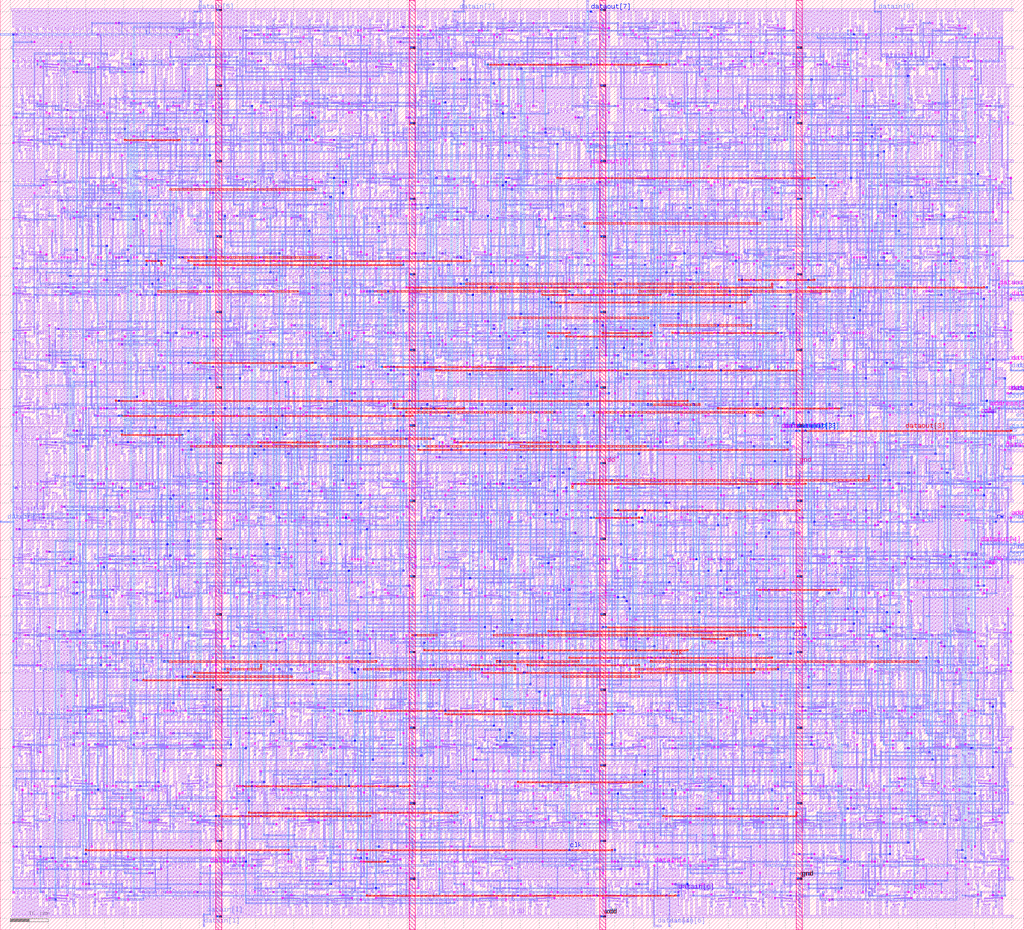
<source format=lef>
VERSION 5.7 ;
  NOWIREEXTENSIONATPIN ON ;
  DIVIDERCHAR "/" ;
  BUSBITCHARS "[]" ;
MACRO ram32_sdram_2split
  CLASS BLOCK ;
  FOREIGN ram32_sdram_2split ;
  ORIGIN 2.600 3.000 ;
  SIZE 270.800 BY 246.200 ;
  PIN vdd
    USE POWER ;
    PORT
      LAYER metal1 ;
        RECT 0.200 240.200 265.400 240.800 ;
        RECT 0.600 235.900 1.000 240.200 ;
        RECT 2.200 235.900 2.600 240.200 ;
        RECT 3.800 235.900 4.200 240.200 ;
        RECT 5.400 235.900 5.800 240.200 ;
        RECT 7.000 235.900 7.400 240.200 ;
        RECT 7.800 235.900 8.200 240.200 ;
        RECT 9.400 235.900 9.800 240.200 ;
        RECT 11.000 235.900 11.400 240.200 ;
        RECT 12.600 235.900 13.000 240.200 ;
        RECT 14.200 235.900 14.600 240.200 ;
        RECT 15.000 235.900 15.400 240.200 ;
        RECT 16.600 235.900 17.000 240.200 ;
        RECT 18.200 235.900 18.600 240.200 ;
        RECT 19.800 235.900 20.200 240.200 ;
        RECT 21.400 235.900 21.800 240.200 ;
        RECT 22.200 235.900 22.600 240.200 ;
        RECT 23.800 235.900 24.200 240.200 ;
        RECT 25.400 235.900 25.800 240.200 ;
        RECT 27.000 235.900 27.400 240.200 ;
        RECT 28.600 235.900 29.000 240.200 ;
        RECT 29.400 235.900 29.800 240.200 ;
        RECT 31.000 235.900 31.400 240.200 ;
        RECT 32.600 235.900 33.000 240.200 ;
        RECT 34.200 235.900 34.600 240.200 ;
        RECT 35.800 235.900 36.200 240.200 ;
        RECT 36.600 235.900 37.000 240.200 ;
        RECT 38.200 235.900 38.600 240.200 ;
        RECT 39.800 235.900 40.200 240.200 ;
        RECT 41.400 235.900 41.800 240.200 ;
        RECT 43.000 235.900 43.400 240.200 ;
        RECT 44.600 236.000 45.000 240.200 ;
        RECT 47.400 237.900 47.800 240.200 ;
        RECT 49.000 237.900 49.400 240.200 ;
        RECT 51.800 235.900 52.200 240.200 ;
        RECT 55.000 235.900 55.400 240.200 ;
        RECT 56.600 235.900 57.000 240.200 ;
        RECT 58.200 235.900 58.600 240.200 ;
        RECT 59.800 235.900 60.200 240.200 ;
        RECT 61.400 235.900 61.800 240.200 ;
        RECT 62.200 235.900 62.600 240.200 ;
        RECT 64.300 237.900 64.700 240.200 ;
        RECT 65.400 237.900 65.800 240.200 ;
        RECT 67.000 237.900 67.400 240.200 ;
        RECT 68.600 236.000 69.000 240.200 ;
        RECT 71.400 237.900 71.800 240.200 ;
        RECT 73.000 237.900 73.400 240.200 ;
        RECT 75.800 235.900 76.200 240.200 ;
        RECT 78.200 236.000 78.600 240.200 ;
        RECT 81.000 237.900 81.400 240.200 ;
        RECT 82.600 237.900 83.000 240.200 ;
        RECT 85.400 235.900 85.800 240.200 ;
        RECT 87.000 237.900 87.400 240.200 ;
        RECT 89.200 235.900 89.600 240.200 ;
        RECT 91.800 236.100 92.200 240.200 ;
        RECT 94.200 236.000 94.600 240.200 ;
        RECT 97.000 237.900 97.400 240.200 ;
        RECT 98.600 237.900 99.000 240.200 ;
        RECT 101.400 235.900 101.800 240.200 ;
        RECT 103.300 237.900 103.700 240.200 ;
        RECT 105.400 235.900 105.800 240.200 ;
        RECT 107.800 237.900 108.200 240.200 ;
        RECT 109.400 237.900 109.800 240.200 ;
        RECT 110.200 235.900 110.600 240.200 ;
        RECT 112.300 237.900 112.700 240.200 ;
        RECT 114.200 236.000 114.600 240.200 ;
        RECT 117.000 237.900 117.400 240.200 ;
        RECT 118.600 237.900 119.000 240.200 ;
        RECT 121.400 235.900 121.800 240.200 ;
        RECT 123.000 235.900 123.400 240.200 ;
        RECT 125.100 237.900 125.500 240.200 ;
        RECT 126.200 237.900 126.600 240.200 ;
        RECT 127.800 237.900 128.200 240.200 ;
        RECT 129.400 236.000 129.800 240.200 ;
        RECT 132.200 237.900 132.600 240.200 ;
        RECT 133.800 237.900 134.200 240.200 ;
        RECT 136.600 235.900 137.000 240.200 ;
        RECT 138.200 237.900 138.600 240.200 ;
        RECT 139.800 237.900 140.200 240.200 ;
        RECT 140.900 237.900 141.300 240.200 ;
        RECT 143.000 235.900 143.400 240.200 ;
        RECT 144.600 236.500 145.000 240.200 ;
        RECT 147.000 235.900 147.400 240.200 ;
        RECT 150.200 235.900 150.600 240.200 ;
        RECT 153.000 237.900 153.400 240.200 ;
        RECT 154.600 237.900 155.000 240.200 ;
        RECT 157.400 236.000 157.800 240.200 ;
        RECT 160.600 237.900 161.000 240.200 ;
        RECT 162.200 237.900 162.600 240.200 ;
        RECT 163.300 237.900 163.700 240.200 ;
        RECT 165.400 235.900 165.800 240.200 ;
        RECT 167.000 236.000 167.400 240.200 ;
        RECT 169.800 237.900 170.200 240.200 ;
        RECT 171.400 237.900 171.800 240.200 ;
        RECT 174.200 235.900 174.600 240.200 ;
        RECT 176.600 236.100 177.000 240.200 ;
        RECT 179.200 235.900 179.600 240.200 ;
        RECT 180.600 237.900 181.000 240.200 ;
        RECT 182.200 237.900 182.600 240.200 ;
        RECT 183.300 237.900 183.700 240.200 ;
        RECT 185.400 235.900 185.800 240.200 ;
        RECT 187.000 236.000 187.400 240.200 ;
        RECT 189.800 237.900 190.200 240.200 ;
        RECT 191.400 237.900 191.800 240.200 ;
        RECT 194.200 235.900 194.600 240.200 ;
        RECT 196.600 235.900 197.000 240.200 ;
        RECT 199.400 237.900 199.800 240.200 ;
        RECT 201.000 237.900 201.400 240.200 ;
        RECT 203.800 236.000 204.200 240.200 ;
        RECT 207.000 235.900 207.400 240.200 ;
        RECT 208.600 235.900 209.000 240.200 ;
        RECT 210.200 235.900 210.600 240.200 ;
        RECT 211.800 235.900 212.200 240.200 ;
        RECT 213.400 235.900 213.800 240.200 ;
        RECT 214.200 235.900 214.600 240.200 ;
        RECT 215.800 235.900 216.200 240.200 ;
        RECT 217.400 235.900 217.800 240.200 ;
        RECT 219.000 235.900 219.400 240.200 ;
        RECT 220.600 235.900 221.000 240.200 ;
        RECT 221.400 235.900 221.800 240.200 ;
        RECT 223.500 237.900 223.900 240.200 ;
        RECT 224.600 237.900 225.000 240.200 ;
        RECT 226.200 237.900 226.600 240.200 ;
        RECT 227.000 235.900 227.400 240.200 ;
        RECT 228.600 235.900 229.000 240.200 ;
        RECT 230.200 235.900 230.600 240.200 ;
        RECT 231.800 235.900 232.200 240.200 ;
        RECT 233.400 235.900 233.800 240.200 ;
        RECT 235.000 236.000 235.400 240.200 ;
        RECT 237.800 237.900 238.200 240.200 ;
        RECT 239.400 237.900 239.800 240.200 ;
        RECT 242.200 235.900 242.600 240.200 ;
        RECT 244.600 235.900 245.000 240.200 ;
        RECT 247.400 237.900 247.800 240.200 ;
        RECT 249.000 237.900 249.400 240.200 ;
        RECT 251.800 236.000 252.200 240.200 ;
        RECT 253.400 237.900 253.800 240.200 ;
        RECT 255.000 237.900 255.400 240.200 ;
        RECT 255.800 235.900 256.200 240.200 ;
        RECT 257.400 235.900 257.800 240.200 ;
        RECT 259.000 235.900 259.400 240.200 ;
        RECT 260.600 235.900 261.000 240.200 ;
        RECT 262.200 235.900 262.600 240.200 ;
        RECT 0.600 220.800 1.000 225.100 ;
        RECT 2.200 220.800 2.600 225.100 ;
        RECT 3.800 220.800 4.200 225.100 ;
        RECT 5.400 220.800 5.800 225.100 ;
        RECT 7.000 220.800 7.400 225.100 ;
        RECT 8.600 220.800 9.000 225.000 ;
        RECT 11.400 220.800 11.800 223.100 ;
        RECT 13.000 220.800 13.400 223.100 ;
        RECT 15.800 220.800 16.200 225.100 ;
        RECT 18.200 220.800 18.600 224.500 ;
        RECT 22.200 220.800 22.600 225.100 ;
        RECT 23.800 220.800 24.200 225.000 ;
        RECT 26.600 220.800 27.000 223.100 ;
        RECT 28.200 220.800 28.600 223.100 ;
        RECT 31.000 220.800 31.400 225.100 ;
        RECT 33.400 220.800 33.800 224.900 ;
        RECT 36.000 220.800 36.400 225.100 ;
        RECT 38.200 220.800 38.600 223.100 ;
        RECT 39.800 220.800 40.200 224.900 ;
        RECT 42.400 220.800 42.800 225.100 ;
        RECT 43.800 220.800 44.200 225.100 ;
        RECT 45.400 220.800 45.800 224.500 ;
        RECT 47.800 220.800 48.200 223.100 ;
        RECT 48.600 220.800 49.000 225.100 ;
        RECT 50.200 220.800 50.600 225.100 ;
        RECT 51.800 220.800 52.200 225.100 ;
        RECT 55.000 220.800 55.400 225.000 ;
        RECT 57.800 220.800 58.200 223.100 ;
        RECT 59.400 220.800 59.800 223.100 ;
        RECT 62.200 220.800 62.600 225.100 ;
        RECT 63.800 220.800 64.200 225.100 ;
        RECT 65.900 220.800 66.300 223.100 ;
        RECT 67.000 220.800 67.400 223.100 ;
        RECT 68.600 220.800 69.000 223.100 ;
        RECT 70.000 220.800 70.400 225.100 ;
        RECT 72.600 220.800 73.000 224.900 ;
        RECT 75.000 220.800 75.400 225.100 ;
        RECT 77.800 220.800 78.200 223.100 ;
        RECT 79.400 220.800 79.800 223.100 ;
        RECT 82.200 220.800 82.600 225.000 ;
        RECT 83.800 220.800 84.200 225.100 ;
        RECT 87.800 220.800 88.200 224.500 ;
        RECT 89.400 220.800 89.800 225.100 ;
        RECT 91.000 220.800 91.400 225.100 ;
        RECT 92.600 220.800 93.000 225.100 ;
        RECT 94.200 220.800 94.600 225.100 ;
        RECT 95.800 220.800 96.200 225.100 ;
        RECT 97.400 220.800 97.800 225.000 ;
        RECT 100.200 220.800 100.600 223.100 ;
        RECT 101.800 220.800 102.200 223.100 ;
        RECT 104.600 220.800 105.000 225.100 ;
        RECT 108.600 220.800 109.000 224.900 ;
        RECT 111.200 220.800 111.600 225.100 ;
        RECT 112.600 220.800 113.000 223.100 ;
        RECT 114.200 220.800 114.600 223.100 ;
        RECT 115.800 220.800 116.200 224.500 ;
        RECT 117.400 220.800 117.800 225.100 ;
        RECT 118.200 220.800 118.600 225.100 ;
        RECT 119.800 220.800 120.200 225.100 ;
        RECT 121.400 220.800 121.800 225.100 ;
        RECT 122.800 220.800 123.200 225.100 ;
        RECT 125.400 220.800 125.800 224.900 ;
        RECT 127.800 220.800 128.200 224.900 ;
        RECT 130.400 220.800 130.800 225.100 ;
        RECT 132.600 220.800 133.000 224.900 ;
        RECT 135.200 220.800 135.600 225.100 ;
        RECT 136.600 220.800 137.000 223.100 ;
        RECT 138.200 220.800 138.600 223.100 ;
        RECT 139.300 220.800 139.700 223.100 ;
        RECT 141.400 220.800 141.800 225.100 ;
        RECT 143.000 220.800 143.400 225.100 ;
        RECT 145.800 220.800 146.200 223.100 ;
        RECT 147.400 220.800 147.800 223.100 ;
        RECT 150.200 220.800 150.600 225.000 ;
        RECT 152.600 220.800 153.000 224.900 ;
        RECT 155.200 220.800 155.600 225.100 ;
        RECT 158.800 220.800 159.200 225.100 ;
        RECT 161.400 220.800 161.800 224.900 ;
        RECT 163.800 220.800 164.200 225.100 ;
        RECT 166.600 220.800 167.000 223.100 ;
        RECT 168.200 220.800 168.600 223.100 ;
        RECT 171.000 220.800 171.400 225.000 ;
        RECT 172.600 220.800 173.000 225.100 ;
        RECT 176.600 220.800 177.000 224.500 ;
        RECT 178.800 220.800 179.200 225.100 ;
        RECT 181.400 220.800 181.800 224.900 ;
        RECT 183.000 220.800 183.400 223.100 ;
        RECT 184.600 220.800 185.000 223.100 ;
        RECT 186.200 220.800 186.600 225.100 ;
        RECT 189.000 220.800 189.400 223.100 ;
        RECT 190.600 220.800 191.000 223.100 ;
        RECT 193.400 220.800 193.800 225.000 ;
        RECT 195.000 220.800 195.400 225.100 ;
        RECT 199.000 220.800 199.400 224.500 ;
        RECT 201.400 220.800 201.800 225.100 ;
        RECT 204.200 220.800 204.600 223.100 ;
        RECT 205.800 220.800 206.200 223.100 ;
        RECT 208.600 220.800 209.000 225.000 ;
        RECT 211.800 220.800 212.200 225.100 ;
        RECT 215.800 220.800 216.200 224.500 ;
        RECT 218.200 220.800 218.600 225.000 ;
        RECT 221.000 220.800 221.400 223.100 ;
        RECT 222.600 220.800 223.000 223.100 ;
        RECT 225.400 220.800 225.800 225.100 ;
        RECT 227.000 220.800 227.400 225.100 ;
        RECT 228.600 220.800 229.000 225.100 ;
        RECT 230.200 220.800 230.600 225.100 ;
        RECT 231.600 220.800 232.000 225.100 ;
        RECT 234.200 220.800 234.600 224.900 ;
        RECT 235.800 220.800 236.200 225.100 ;
        RECT 237.900 220.800 238.300 223.100 ;
        RECT 239.000 220.800 239.400 223.100 ;
        RECT 240.600 220.800 241.000 223.100 ;
        RECT 241.400 220.800 241.800 223.100 ;
        RECT 243.000 220.800 243.400 223.100 ;
        RECT 244.100 220.800 244.500 223.100 ;
        RECT 246.200 220.800 246.600 225.100 ;
        RECT 247.000 220.800 247.400 225.100 ;
        RECT 248.600 220.800 249.000 225.100 ;
        RECT 250.200 220.800 250.600 225.100 ;
        RECT 251.800 220.800 252.200 225.100 ;
        RECT 253.400 220.800 253.800 225.100 ;
        RECT 254.200 220.800 254.600 223.100 ;
        RECT 255.800 220.800 256.200 223.100 ;
        RECT 256.600 220.800 257.000 225.100 ;
        RECT 258.200 220.800 258.600 225.100 ;
        RECT 259.800 220.800 260.200 225.100 ;
        RECT 261.400 220.800 261.800 225.100 ;
        RECT 263.000 220.800 263.400 225.100 ;
        RECT 0.200 220.200 265.400 220.800 ;
        RECT 1.400 215.900 1.800 220.200 ;
        RECT 4.200 217.900 4.600 220.200 ;
        RECT 5.800 217.900 6.200 220.200 ;
        RECT 8.600 216.000 9.000 220.200 ;
        RECT 10.200 215.900 10.600 220.200 ;
        RECT 14.200 216.500 14.600 220.200 ;
        RECT 16.600 215.900 17.000 220.200 ;
        RECT 19.400 217.900 19.800 220.200 ;
        RECT 21.000 217.900 21.400 220.200 ;
        RECT 23.800 216.000 24.200 220.200 ;
        RECT 26.200 215.900 26.600 220.200 ;
        RECT 29.000 217.900 29.400 220.200 ;
        RECT 30.600 217.900 31.000 220.200 ;
        RECT 33.400 216.000 33.800 220.200 ;
        RECT 35.000 217.900 35.400 220.200 ;
        RECT 36.600 217.900 37.000 220.200 ;
        RECT 37.700 217.900 38.100 220.200 ;
        RECT 39.800 215.900 40.200 220.200 ;
        RECT 40.600 215.900 41.000 220.200 ;
        RECT 42.200 216.500 42.600 220.200 ;
        RECT 44.600 216.100 45.000 220.200 ;
        RECT 47.200 215.900 47.600 220.200 ;
        RECT 49.400 216.000 49.800 220.200 ;
        RECT 52.200 217.900 52.600 220.200 ;
        RECT 53.800 217.900 54.200 220.200 ;
        RECT 56.600 215.900 57.000 220.200 ;
        RECT 59.800 217.900 60.200 220.200 ;
        RECT 61.400 217.900 61.800 220.200 ;
        RECT 62.500 217.900 62.900 220.200 ;
        RECT 64.600 215.900 65.000 220.200 ;
        RECT 65.400 215.900 65.800 220.200 ;
        RECT 67.500 217.900 67.900 220.200 ;
        RECT 68.600 217.900 69.000 220.200 ;
        RECT 70.200 217.900 70.600 220.200 ;
        RECT 71.800 215.900 72.200 220.200 ;
        RECT 74.600 217.900 75.000 220.200 ;
        RECT 76.200 217.900 76.600 220.200 ;
        RECT 79.000 216.000 79.400 220.200 ;
        RECT 81.400 215.900 81.800 220.200 ;
        RECT 84.200 217.900 84.600 220.200 ;
        RECT 85.800 217.900 86.200 220.200 ;
        RECT 88.600 216.000 89.000 220.200 ;
        RECT 91.000 216.000 91.400 220.200 ;
        RECT 93.800 217.900 94.200 220.200 ;
        RECT 95.400 217.900 95.800 220.200 ;
        RECT 98.200 215.900 98.600 220.200 ;
        RECT 101.400 216.500 101.800 220.200 ;
        RECT 105.400 215.900 105.800 220.200 ;
        RECT 108.200 217.900 108.600 220.200 ;
        RECT 109.800 217.900 110.200 220.200 ;
        RECT 112.600 216.000 113.000 220.200 ;
        RECT 114.200 217.900 114.600 220.200 ;
        RECT 115.800 215.900 116.200 220.200 ;
        RECT 119.800 216.500 120.200 220.200 ;
        RECT 122.200 215.900 122.600 220.200 ;
        RECT 125.000 217.900 125.400 220.200 ;
        RECT 126.600 217.900 127.000 220.200 ;
        RECT 129.400 216.000 129.800 220.200 ;
        RECT 131.600 215.900 132.000 220.200 ;
        RECT 134.200 216.100 134.600 220.200 ;
        RECT 135.800 215.900 136.200 220.200 ;
        RECT 137.400 216.500 137.800 220.200 ;
        RECT 139.800 216.500 140.200 220.200 ;
        RECT 141.400 215.900 141.800 220.200 ;
        RECT 142.200 215.900 142.600 220.200 ;
        RECT 143.800 215.900 144.200 220.200 ;
        RECT 145.400 215.900 145.800 220.200 ;
        RECT 147.000 215.900 147.400 220.200 ;
        RECT 148.600 215.900 149.000 220.200 ;
        RECT 150.200 215.900 150.600 220.200 ;
        RECT 153.000 217.900 153.400 220.200 ;
        RECT 154.600 217.900 155.000 220.200 ;
        RECT 157.400 216.000 157.800 220.200 ;
        RECT 160.600 215.900 161.000 220.200 ;
        RECT 162.200 215.900 162.600 220.200 ;
        RECT 163.800 215.900 164.200 220.200 ;
        RECT 165.400 215.900 165.800 220.200 ;
        RECT 167.000 215.900 167.400 220.200 ;
        RECT 168.600 215.900 169.000 220.200 ;
        RECT 171.400 217.900 171.800 220.200 ;
        RECT 173.000 217.900 173.400 220.200 ;
        RECT 175.800 216.000 176.200 220.200 ;
        RECT 177.400 217.900 177.800 220.200 ;
        RECT 179.000 217.900 179.400 220.200 ;
        RECT 180.100 217.900 180.500 220.200 ;
        RECT 182.200 215.900 182.600 220.200 ;
        RECT 183.300 217.900 183.700 220.200 ;
        RECT 185.400 215.900 185.800 220.200 ;
        RECT 186.200 215.900 186.600 220.200 ;
        RECT 187.800 215.900 188.200 220.200 ;
        RECT 189.400 215.900 189.800 220.200 ;
        RECT 191.000 215.900 191.400 220.200 ;
        RECT 192.600 215.900 193.000 220.200 ;
        RECT 193.400 215.900 193.800 220.200 ;
        RECT 195.500 217.900 195.900 220.200 ;
        RECT 196.600 217.900 197.000 220.200 ;
        RECT 198.200 217.900 198.600 220.200 ;
        RECT 199.800 215.900 200.200 220.200 ;
        RECT 202.600 217.900 203.000 220.200 ;
        RECT 204.200 217.900 204.600 220.200 ;
        RECT 207.000 216.000 207.400 220.200 ;
        RECT 211.000 216.000 211.400 220.200 ;
        RECT 213.800 217.900 214.200 220.200 ;
        RECT 215.400 217.900 215.800 220.200 ;
        RECT 218.200 215.900 218.600 220.200 ;
        RECT 220.600 216.500 221.000 220.200 ;
        RECT 222.200 215.900 222.600 220.200 ;
        RECT 223.000 215.900 223.400 220.200 ;
        RECT 224.600 216.500 225.000 220.200 ;
        RECT 227.000 215.900 227.400 220.200 ;
        RECT 229.800 217.900 230.200 220.200 ;
        RECT 231.400 217.900 231.800 220.200 ;
        RECT 234.200 216.000 234.600 220.200 ;
        RECT 236.600 215.900 237.000 220.200 ;
        RECT 239.400 217.900 239.800 220.200 ;
        RECT 241.000 217.900 241.400 220.200 ;
        RECT 243.800 216.000 244.200 220.200 ;
        RECT 246.200 216.000 246.600 220.200 ;
        RECT 249.000 217.900 249.400 220.200 ;
        RECT 250.600 217.900 251.000 220.200 ;
        RECT 253.400 215.900 253.800 220.200 ;
        RECT 255.800 216.000 256.200 220.200 ;
        RECT 258.600 217.900 259.000 220.200 ;
        RECT 260.200 217.900 260.600 220.200 ;
        RECT 263.000 215.900 263.400 220.200 ;
        RECT 1.400 200.800 1.800 205.000 ;
        RECT 4.200 200.800 4.600 203.100 ;
        RECT 5.800 200.800 6.200 203.100 ;
        RECT 8.600 200.800 9.000 205.100 ;
        RECT 10.500 200.800 10.900 203.100 ;
        RECT 12.600 200.800 13.000 205.100 ;
        RECT 13.400 200.800 13.800 203.100 ;
        RECT 15.000 200.800 15.400 203.100 ;
        RECT 16.600 200.800 17.000 203.100 ;
        RECT 18.000 200.800 18.400 205.100 ;
        RECT 20.600 200.800 21.000 204.900 ;
        RECT 22.800 200.800 23.200 205.100 ;
        RECT 25.400 200.800 25.800 204.900 ;
        RECT 27.600 200.800 28.000 205.100 ;
        RECT 30.200 200.800 30.600 204.900 ;
        RECT 32.600 200.800 33.000 205.000 ;
        RECT 35.400 200.800 35.800 203.100 ;
        RECT 37.000 200.800 37.400 203.100 ;
        RECT 39.800 200.800 40.200 205.100 ;
        RECT 42.200 200.800 42.600 204.900 ;
        RECT 44.800 200.800 45.200 205.100 ;
        RECT 47.000 200.800 47.400 203.100 ;
        RECT 48.600 200.800 49.000 204.900 ;
        RECT 51.200 200.800 51.600 205.100 ;
        RECT 55.000 200.800 55.400 205.000 ;
        RECT 57.800 200.800 58.200 203.100 ;
        RECT 59.400 200.800 59.800 203.100 ;
        RECT 62.200 200.800 62.600 205.100 ;
        RECT 63.800 200.800 64.200 203.100 ;
        RECT 66.000 200.800 66.400 205.100 ;
        RECT 68.600 200.800 69.000 204.900 ;
        RECT 70.800 200.800 71.200 205.100 ;
        RECT 73.400 200.800 73.800 204.900 ;
        RECT 75.000 200.800 75.400 205.100 ;
        RECT 79.000 200.800 79.400 204.500 ;
        RECT 81.400 200.800 81.800 205.000 ;
        RECT 84.200 200.800 84.600 203.100 ;
        RECT 85.800 200.800 86.200 203.100 ;
        RECT 88.600 200.800 89.000 205.100 ;
        RECT 90.500 200.800 90.900 203.100 ;
        RECT 92.600 200.800 93.000 205.100 ;
        RECT 94.200 200.800 94.600 204.900 ;
        RECT 96.800 200.800 97.200 205.100 ;
        RECT 98.200 200.800 98.600 205.100 ;
        RECT 101.200 200.800 101.600 205.100 ;
        RECT 103.800 200.800 104.200 204.900 ;
        RECT 107.800 200.800 108.200 204.900 ;
        RECT 110.400 200.800 110.800 205.100 ;
        RECT 112.600 200.800 113.000 204.900 ;
        RECT 115.200 200.800 115.600 205.100 ;
        RECT 116.600 200.800 117.000 205.100 ;
        RECT 118.700 200.800 119.100 203.100 ;
        RECT 119.800 200.800 120.200 203.100 ;
        RECT 121.400 200.800 121.800 203.100 ;
        RECT 123.000 200.800 123.400 205.100 ;
        RECT 125.800 200.800 126.200 203.100 ;
        RECT 127.400 200.800 127.800 203.100 ;
        RECT 130.200 200.800 130.600 205.000 ;
        RECT 132.600 200.800 133.000 205.000 ;
        RECT 135.400 200.800 135.800 203.100 ;
        RECT 137.000 200.800 137.400 203.100 ;
        RECT 139.800 200.800 140.200 205.100 ;
        RECT 141.400 200.800 141.800 205.100 ;
        RECT 143.500 200.800 143.900 203.100 ;
        RECT 144.600 200.800 145.000 203.100 ;
        RECT 146.200 200.800 146.600 203.100 ;
        RECT 147.800 200.800 148.200 204.900 ;
        RECT 150.400 200.800 150.800 205.100 ;
        RECT 152.100 200.800 152.500 203.100 ;
        RECT 154.200 200.800 154.600 205.100 ;
        RECT 155.300 200.800 155.700 203.100 ;
        RECT 157.400 200.800 157.800 205.100 ;
        RECT 159.800 200.800 160.200 205.100 ;
        RECT 161.900 200.800 162.300 203.100 ;
        RECT 163.000 200.800 163.400 203.100 ;
        RECT 164.600 200.800 165.000 203.100 ;
        RECT 166.200 200.800 166.600 205.100 ;
        RECT 169.000 200.800 169.400 203.100 ;
        RECT 170.600 200.800 171.000 203.100 ;
        RECT 173.400 200.800 173.800 205.000 ;
        RECT 175.800 200.800 176.200 205.100 ;
        RECT 178.600 200.800 179.000 203.100 ;
        RECT 180.200 200.800 180.600 203.100 ;
        RECT 183.000 200.800 183.400 205.000 ;
        RECT 185.400 200.800 185.800 205.100 ;
        RECT 188.200 200.800 188.600 203.100 ;
        RECT 189.800 200.800 190.200 203.100 ;
        RECT 192.600 200.800 193.000 205.000 ;
        RECT 194.200 200.800 194.600 205.100 ;
        RECT 196.300 200.800 196.700 203.100 ;
        RECT 197.700 200.800 198.100 203.100 ;
        RECT 199.800 200.800 200.200 205.100 ;
        RECT 201.400 200.800 201.800 204.900 ;
        RECT 204.000 200.800 204.400 205.100 ;
        RECT 205.400 200.800 205.800 203.100 ;
        RECT 209.200 200.800 209.600 205.100 ;
        RECT 211.800 200.800 212.200 204.900 ;
        RECT 213.400 200.800 213.800 205.100 ;
        RECT 217.400 200.800 217.800 204.500 ;
        RECT 219.800 200.800 220.200 204.900 ;
        RECT 222.400 200.800 222.800 205.100 ;
        RECT 223.800 200.800 224.200 205.100 ;
        RECT 225.900 200.800 226.300 203.100 ;
        RECT 227.300 200.800 227.700 203.100 ;
        RECT 229.400 200.800 229.800 205.100 ;
        RECT 231.000 200.800 231.400 205.100 ;
        RECT 233.800 200.800 234.200 203.100 ;
        RECT 235.400 200.800 235.800 203.100 ;
        RECT 238.200 200.800 238.600 205.000 ;
        RECT 240.600 200.800 241.000 204.900 ;
        RECT 243.200 200.800 243.600 205.100 ;
        RECT 245.400 200.800 245.800 203.100 ;
        RECT 247.000 200.800 247.400 205.100 ;
        RECT 249.800 200.800 250.200 203.100 ;
        RECT 251.400 200.800 251.800 203.100 ;
        RECT 254.200 200.800 254.600 205.000 ;
        RECT 255.800 200.800 256.200 205.100 ;
        RECT 257.400 200.800 257.800 205.100 ;
        RECT 259.000 200.800 259.400 205.100 ;
        RECT 260.600 200.800 261.000 205.100 ;
        RECT 262.200 200.800 262.600 205.100 ;
        RECT 0.200 200.200 265.400 200.800 ;
        RECT 0.600 195.900 1.000 200.200 ;
        RECT 2.200 195.900 2.600 200.200 ;
        RECT 3.800 195.900 4.200 200.200 ;
        RECT 5.400 195.900 5.800 200.200 ;
        RECT 7.000 195.900 7.400 200.200 ;
        RECT 8.600 196.000 9.000 200.200 ;
        RECT 11.400 197.900 11.800 200.200 ;
        RECT 13.000 197.900 13.400 200.200 ;
        RECT 15.800 195.900 16.200 200.200 ;
        RECT 17.400 195.900 17.800 200.200 ;
        RECT 21.400 196.500 21.800 200.200 ;
        RECT 23.000 197.900 23.400 200.200 ;
        RECT 24.600 197.900 25.000 200.200 ;
        RECT 25.700 197.900 26.100 200.200 ;
        RECT 27.800 195.900 28.200 200.200 ;
        RECT 29.400 195.900 29.800 200.200 ;
        RECT 32.200 197.900 32.600 200.200 ;
        RECT 33.800 197.900 34.200 200.200 ;
        RECT 36.600 196.000 37.000 200.200 ;
        RECT 39.000 196.000 39.400 200.200 ;
        RECT 41.800 197.900 42.200 200.200 ;
        RECT 43.400 197.900 43.800 200.200 ;
        RECT 46.200 195.900 46.600 200.200 ;
        RECT 48.100 197.900 48.500 200.200 ;
        RECT 50.200 195.900 50.600 200.200 ;
        RECT 53.400 195.900 53.800 200.200 ;
        RECT 56.200 197.900 56.600 200.200 ;
        RECT 57.800 197.900 58.200 200.200 ;
        RECT 60.600 196.000 61.000 200.200 ;
        RECT 63.000 196.500 63.400 200.200 ;
        RECT 65.400 195.900 65.800 200.200 ;
        RECT 68.100 197.900 68.500 200.200 ;
        RECT 70.200 195.900 70.600 200.200 ;
        RECT 71.800 195.900 72.200 200.200 ;
        RECT 74.600 197.900 75.000 200.200 ;
        RECT 76.200 197.900 76.600 200.200 ;
        RECT 79.000 196.000 79.400 200.200 ;
        RECT 81.400 196.100 81.800 200.200 ;
        RECT 84.000 195.900 84.400 200.200 ;
        RECT 85.400 197.900 85.800 200.200 ;
        RECT 87.000 197.900 87.400 200.200 ;
        RECT 88.600 196.100 89.000 200.200 ;
        RECT 91.200 195.900 91.600 200.200 ;
        RECT 93.400 197.900 93.800 200.200 ;
        RECT 95.000 195.900 95.400 200.200 ;
        RECT 97.800 197.900 98.200 200.200 ;
        RECT 99.400 197.900 99.800 200.200 ;
        RECT 102.200 196.000 102.600 200.200 ;
        RECT 103.800 195.900 104.200 200.200 ;
        RECT 105.400 196.500 105.800 200.200 ;
        RECT 109.400 195.900 109.800 200.200 ;
        RECT 112.200 197.900 112.600 200.200 ;
        RECT 113.800 197.900 114.200 200.200 ;
        RECT 116.600 196.000 117.000 200.200 ;
        RECT 118.200 197.900 118.600 200.200 ;
        RECT 119.800 197.900 120.200 200.200 ;
        RECT 120.900 197.900 121.300 200.200 ;
        RECT 123.000 195.900 123.400 200.200 ;
        RECT 123.800 195.900 124.200 200.200 ;
        RECT 125.400 196.500 125.800 200.200 ;
        RECT 127.000 197.900 127.400 200.200 ;
        RECT 128.600 197.900 129.000 200.200 ;
        RECT 129.700 197.900 130.100 200.200 ;
        RECT 131.800 195.900 132.200 200.200 ;
        RECT 133.400 196.000 133.800 200.200 ;
        RECT 136.200 197.900 136.600 200.200 ;
        RECT 137.800 197.900 138.200 200.200 ;
        RECT 140.600 195.900 141.000 200.200 ;
        RECT 143.000 196.100 143.400 200.200 ;
        RECT 145.600 195.900 146.000 200.200 ;
        RECT 147.600 195.900 148.000 200.200 ;
        RECT 150.200 196.100 150.600 200.200 ;
        RECT 152.600 196.500 153.000 200.200 ;
        RECT 154.200 195.900 154.600 200.200 ;
        RECT 156.300 197.900 156.700 200.200 ;
        RECT 159.000 197.900 159.400 200.200 ;
        RECT 160.600 197.900 161.000 200.200 ;
        RECT 162.200 195.900 162.600 200.200 ;
        RECT 165.000 197.900 165.400 200.200 ;
        RECT 166.600 197.900 167.000 200.200 ;
        RECT 169.400 196.000 169.800 200.200 ;
        RECT 171.000 195.900 171.400 200.200 ;
        RECT 172.600 196.500 173.000 200.200 ;
        RECT 174.200 197.900 174.600 200.200 ;
        RECT 176.400 195.900 176.800 200.200 ;
        RECT 179.000 196.100 179.400 200.200 ;
        RECT 180.600 197.900 181.000 200.200 ;
        RECT 182.200 197.900 182.600 200.200 ;
        RECT 183.300 197.900 183.700 200.200 ;
        RECT 185.400 195.900 185.800 200.200 ;
        RECT 187.000 196.100 187.400 200.200 ;
        RECT 189.600 195.900 190.000 200.200 ;
        RECT 191.800 197.900 192.200 200.200 ;
        RECT 193.400 195.900 193.800 200.200 ;
        RECT 196.200 197.900 196.600 200.200 ;
        RECT 197.800 197.900 198.200 200.200 ;
        RECT 200.600 196.000 201.000 200.200 ;
        RECT 203.000 195.900 203.400 200.200 ;
        RECT 205.800 197.900 206.200 200.200 ;
        RECT 207.400 197.900 207.800 200.200 ;
        RECT 210.200 196.000 210.600 200.200 ;
        RECT 213.400 197.900 213.800 200.200 ;
        RECT 215.000 197.900 215.400 200.200 ;
        RECT 216.100 197.900 216.500 200.200 ;
        RECT 218.200 195.900 218.600 200.200 ;
        RECT 219.800 196.100 220.200 200.200 ;
        RECT 222.400 195.900 222.800 200.200 ;
        RECT 224.600 196.500 225.000 200.200 ;
        RECT 226.200 195.900 226.600 200.200 ;
        RECT 227.000 195.900 227.400 200.200 ;
        RECT 229.100 197.900 229.500 200.200 ;
        RECT 230.200 197.900 230.600 200.200 ;
        RECT 231.800 197.900 232.200 200.200 ;
        RECT 233.400 195.900 233.800 200.200 ;
        RECT 236.200 197.900 236.600 200.200 ;
        RECT 237.800 197.900 238.200 200.200 ;
        RECT 240.600 196.000 241.000 200.200 ;
        RECT 243.000 196.100 243.400 200.200 ;
        RECT 245.600 195.900 246.000 200.200 ;
        RECT 247.000 195.900 247.400 200.200 ;
        RECT 249.100 197.900 249.500 200.200 ;
        RECT 251.000 197.900 251.400 200.200 ;
        RECT 252.600 195.900 253.000 200.200 ;
        RECT 255.400 197.900 255.800 200.200 ;
        RECT 257.000 197.900 257.400 200.200 ;
        RECT 259.800 196.000 260.200 200.200 ;
        RECT 261.400 195.900 261.800 200.200 ;
        RECT 263.500 197.900 263.900 200.200 ;
        RECT 1.400 180.800 1.800 185.000 ;
        RECT 4.200 180.800 4.600 183.100 ;
        RECT 5.800 180.800 6.200 183.100 ;
        RECT 8.600 180.800 9.000 185.100 ;
        RECT 10.200 180.800 10.600 183.100 ;
        RECT 12.400 180.800 12.800 185.100 ;
        RECT 15.000 180.800 15.400 184.900 ;
        RECT 17.400 180.800 17.800 185.000 ;
        RECT 20.200 180.800 20.600 183.100 ;
        RECT 21.800 180.800 22.200 183.100 ;
        RECT 24.600 180.800 25.000 185.100 ;
        RECT 27.000 180.800 27.400 184.900 ;
        RECT 29.600 180.800 30.000 185.100 ;
        RECT 31.800 180.800 32.200 183.100 ;
        RECT 33.200 180.800 33.600 185.100 ;
        RECT 35.800 180.800 36.200 184.900 ;
        RECT 38.000 180.800 38.400 185.100 ;
        RECT 40.600 180.800 41.000 184.900 ;
        RECT 43.000 180.800 43.400 184.900 ;
        RECT 45.600 180.800 46.000 185.100 ;
        RECT 47.000 180.800 47.400 183.100 ;
        RECT 48.600 180.800 49.000 183.100 ;
        RECT 50.200 180.800 50.600 184.900 ;
        RECT 52.800 180.800 53.200 185.100 ;
        RECT 56.600 180.800 57.000 184.900 ;
        RECT 59.200 180.800 59.600 185.100 ;
        RECT 61.400 180.800 61.800 184.900 ;
        RECT 64.000 180.800 64.400 185.100 ;
        RECT 65.400 180.800 65.800 183.100 ;
        RECT 67.000 180.800 67.400 183.100 ;
        RECT 68.600 180.800 69.000 184.900 ;
        RECT 71.200 180.800 71.600 185.100 ;
        RECT 73.400 180.800 73.800 183.100 ;
        RECT 75.000 180.800 75.400 185.000 ;
        RECT 77.800 180.800 78.200 183.100 ;
        RECT 79.400 180.800 79.800 183.100 ;
        RECT 82.200 180.800 82.600 185.100 ;
        RECT 84.600 180.800 85.000 184.900 ;
        RECT 87.200 180.800 87.600 185.100 ;
        RECT 88.600 180.800 89.000 183.100 ;
        RECT 90.800 180.800 91.200 185.100 ;
        RECT 93.400 180.800 93.800 184.900 ;
        RECT 95.600 180.800 96.000 185.100 ;
        RECT 98.200 180.800 98.600 184.900 ;
        RECT 100.400 180.800 100.800 185.100 ;
        RECT 103.000 180.800 103.400 184.900 ;
        RECT 107.000 180.800 107.400 185.100 ;
        RECT 109.800 180.800 110.200 183.100 ;
        RECT 111.400 180.800 111.800 183.100 ;
        RECT 114.200 180.800 114.600 185.000 ;
        RECT 115.800 180.800 116.200 183.100 ;
        RECT 117.400 180.800 117.800 183.100 ;
        RECT 118.500 180.800 118.900 183.100 ;
        RECT 120.600 180.800 121.000 185.100 ;
        RECT 121.400 180.800 121.800 185.100 ;
        RECT 123.000 180.800 123.400 185.100 ;
        RECT 124.600 180.800 125.000 185.100 ;
        RECT 126.200 180.800 126.600 185.100 ;
        RECT 127.800 180.800 128.200 185.100 ;
        RECT 129.400 180.800 129.800 185.000 ;
        RECT 132.200 180.800 132.600 183.100 ;
        RECT 133.800 180.800 134.200 183.100 ;
        RECT 136.600 180.800 137.000 185.100 ;
        RECT 138.200 180.800 138.600 185.100 ;
        RECT 140.300 180.800 140.700 183.100 ;
        RECT 141.400 180.800 141.800 183.100 ;
        RECT 143.000 180.800 143.400 183.100 ;
        RECT 144.600 180.800 145.000 185.000 ;
        RECT 147.400 180.800 147.800 183.100 ;
        RECT 149.000 180.800 149.400 183.100 ;
        RECT 151.800 180.800 152.200 185.100 ;
        RECT 155.800 180.800 156.200 185.000 ;
        RECT 158.600 180.800 159.000 183.100 ;
        RECT 160.200 180.800 160.600 183.100 ;
        RECT 163.000 180.800 163.400 185.100 ;
        RECT 164.600 180.800 165.000 183.100 ;
        RECT 166.800 180.800 167.200 185.100 ;
        RECT 169.400 180.800 169.800 184.900 ;
        RECT 171.600 180.800 172.000 185.100 ;
        RECT 174.200 180.800 174.600 184.900 ;
        RECT 176.600 180.800 177.000 184.900 ;
        RECT 179.200 180.800 179.600 185.100 ;
        RECT 181.400 180.800 181.800 184.900 ;
        RECT 184.000 180.800 184.400 185.100 ;
        RECT 186.200 180.800 186.600 184.500 ;
        RECT 187.800 180.800 188.200 185.100 ;
        RECT 189.400 180.800 189.800 184.900 ;
        RECT 192.000 180.800 192.400 185.100 ;
        RECT 194.000 180.800 194.400 185.100 ;
        RECT 196.600 180.800 197.000 184.900 ;
        RECT 198.800 180.800 199.200 185.100 ;
        RECT 201.400 180.800 201.800 184.900 ;
        RECT 203.800 180.800 204.200 184.900 ;
        RECT 206.400 180.800 206.800 185.100 ;
        RECT 210.200 180.800 210.600 184.900 ;
        RECT 212.800 180.800 213.200 185.100 ;
        RECT 215.000 180.800 215.400 184.900 ;
        RECT 217.600 180.800 218.000 185.100 ;
        RECT 219.800 180.800 220.200 185.000 ;
        RECT 222.600 180.800 223.000 183.100 ;
        RECT 224.200 180.800 224.600 183.100 ;
        RECT 227.000 180.800 227.400 185.100 ;
        RECT 229.200 180.800 229.600 185.100 ;
        RECT 231.800 180.800 232.200 184.900 ;
        RECT 234.000 180.800 234.400 185.100 ;
        RECT 236.600 180.800 237.000 184.900 ;
        RECT 238.200 180.800 238.600 183.100 ;
        RECT 239.800 180.800 240.200 183.100 ;
        RECT 240.900 180.800 241.300 183.100 ;
        RECT 243.000 180.800 243.400 185.100 ;
        RECT 244.600 180.800 245.000 185.100 ;
        RECT 247.400 180.800 247.800 183.100 ;
        RECT 249.000 180.800 249.400 183.100 ;
        RECT 251.800 180.800 252.200 185.000 ;
        RECT 253.400 180.800 253.800 185.100 ;
        RECT 255.000 180.800 255.400 185.100 ;
        RECT 256.600 180.800 257.000 185.100 ;
        RECT 258.200 180.800 258.600 185.100 ;
        RECT 259.800 180.800 260.200 185.100 ;
        RECT 260.600 180.800 261.000 183.100 ;
        RECT 262.200 180.800 262.600 183.100 ;
        RECT 0.200 180.200 265.400 180.800 ;
        RECT 1.400 175.900 1.800 180.200 ;
        RECT 4.200 177.900 4.600 180.200 ;
        RECT 5.800 177.900 6.200 180.200 ;
        RECT 8.600 176.000 9.000 180.200 ;
        RECT 10.800 175.900 11.200 180.200 ;
        RECT 13.400 176.100 13.800 180.200 ;
        RECT 15.800 176.100 16.200 180.200 ;
        RECT 18.400 175.900 18.800 180.200 ;
        RECT 20.400 175.900 20.800 180.200 ;
        RECT 23.000 176.100 23.400 180.200 ;
        RECT 25.200 175.900 25.600 180.200 ;
        RECT 27.800 176.100 28.200 180.200 ;
        RECT 30.000 175.900 30.400 180.200 ;
        RECT 32.600 176.100 33.000 180.200 ;
        RECT 34.200 177.900 34.600 180.200 ;
        RECT 35.800 177.900 36.200 180.200 ;
        RECT 37.400 176.500 37.800 180.200 ;
        RECT 41.400 176.500 41.800 180.200 ;
        RECT 44.600 175.900 45.000 180.200 ;
        RECT 46.200 176.500 46.600 180.200 ;
        RECT 49.400 175.900 49.800 180.200 ;
        RECT 50.800 175.900 51.200 180.200 ;
        RECT 53.400 176.100 53.800 180.200 ;
        RECT 57.400 176.100 57.800 180.200 ;
        RECT 60.000 175.900 60.400 180.200 ;
        RECT 62.000 175.900 62.400 180.200 ;
        RECT 64.600 176.100 65.000 180.200 ;
        RECT 66.200 177.900 66.600 180.200 ;
        RECT 67.800 177.900 68.200 180.200 ;
        RECT 68.900 177.900 69.300 180.200 ;
        RECT 71.000 175.900 71.400 180.200 ;
        RECT 72.600 175.900 73.000 180.200 ;
        RECT 75.400 177.900 75.800 180.200 ;
        RECT 77.000 177.900 77.400 180.200 ;
        RECT 79.800 176.000 80.200 180.200 ;
        RECT 83.800 176.500 84.200 180.200 ;
        RECT 86.200 175.900 86.600 180.200 ;
        RECT 89.000 177.900 89.400 180.200 ;
        RECT 90.600 177.900 91.000 180.200 ;
        RECT 93.400 176.000 93.800 180.200 ;
        RECT 97.400 176.500 97.800 180.200 ;
        RECT 99.600 175.900 100.000 180.200 ;
        RECT 102.200 176.100 102.600 180.200 ;
        RECT 103.800 177.900 104.200 180.200 ;
        RECT 105.400 177.900 105.800 180.200 ;
        RECT 110.200 176.500 110.600 180.200 ;
        RECT 111.800 177.900 112.200 180.200 ;
        RECT 113.400 177.900 113.800 180.200 ;
        RECT 116.600 176.500 117.000 180.200 ;
        RECT 119.000 175.900 119.400 180.200 ;
        RECT 121.800 177.900 122.200 180.200 ;
        RECT 123.400 177.900 123.800 180.200 ;
        RECT 126.200 176.000 126.600 180.200 ;
        RECT 127.800 175.900 128.200 180.200 ;
        RECT 131.800 176.500 132.200 180.200 ;
        RECT 134.200 176.000 134.600 180.200 ;
        RECT 137.000 177.900 137.400 180.200 ;
        RECT 138.600 177.900 139.000 180.200 ;
        RECT 141.400 175.900 141.800 180.200 ;
        RECT 143.000 177.900 143.400 180.200 ;
        RECT 145.200 175.900 145.600 180.200 ;
        RECT 147.800 176.100 148.200 180.200 ;
        RECT 150.200 176.500 150.600 180.200 ;
        RECT 152.600 177.900 153.000 180.200 ;
        RECT 154.200 177.900 154.600 180.200 ;
        RECT 157.400 176.000 157.800 180.200 ;
        RECT 160.200 177.900 160.600 180.200 ;
        RECT 161.800 177.900 162.200 180.200 ;
        RECT 164.600 175.900 165.000 180.200 ;
        RECT 166.200 177.900 166.600 180.200 ;
        RECT 168.400 175.900 168.800 180.200 ;
        RECT 171.000 176.100 171.400 180.200 ;
        RECT 173.400 176.000 173.800 180.200 ;
        RECT 176.200 177.900 176.600 180.200 ;
        RECT 177.800 177.900 178.200 180.200 ;
        RECT 180.600 175.900 181.000 180.200 ;
        RECT 183.000 175.900 183.400 180.200 ;
        RECT 185.800 177.900 186.200 180.200 ;
        RECT 187.400 177.900 187.800 180.200 ;
        RECT 190.200 176.000 190.600 180.200 ;
        RECT 192.600 176.100 193.000 180.200 ;
        RECT 195.200 175.900 195.600 180.200 ;
        RECT 197.400 176.000 197.800 180.200 ;
        RECT 200.200 177.900 200.600 180.200 ;
        RECT 201.800 177.900 202.200 180.200 ;
        RECT 204.600 175.900 205.000 180.200 ;
        RECT 207.000 177.900 207.400 180.200 ;
        RECT 209.400 177.900 209.800 180.200 ;
        RECT 211.000 177.900 211.400 180.200 ;
        RECT 212.600 176.500 213.000 180.200 ;
        RECT 218.200 176.500 218.600 180.200 ;
        RECT 220.400 175.900 220.800 180.200 ;
        RECT 223.000 176.100 223.400 180.200 ;
        RECT 225.400 176.100 225.800 180.200 ;
        RECT 228.000 175.900 228.400 180.200 ;
        RECT 229.700 177.900 230.100 180.200 ;
        RECT 231.800 175.900 232.200 180.200 ;
        RECT 232.900 177.900 233.300 180.200 ;
        RECT 235.000 175.900 235.400 180.200 ;
        RECT 235.800 177.900 236.200 180.200 ;
        RECT 237.400 177.900 237.800 180.200 ;
        RECT 239.000 175.900 239.400 180.200 ;
        RECT 241.800 177.900 242.200 180.200 ;
        RECT 243.400 177.900 243.800 180.200 ;
        RECT 246.200 176.000 246.600 180.200 ;
        RECT 248.100 177.900 248.500 180.200 ;
        RECT 250.200 175.900 250.600 180.200 ;
        RECT 251.800 175.900 252.200 180.200 ;
        RECT 254.600 177.900 255.000 180.200 ;
        RECT 256.200 177.900 256.600 180.200 ;
        RECT 259.000 176.000 259.400 180.200 ;
        RECT 260.600 177.900 261.000 180.200 ;
        RECT 262.200 177.900 262.600 180.200 ;
        RECT 1.400 160.800 1.800 165.000 ;
        RECT 4.200 160.800 4.600 163.100 ;
        RECT 5.800 160.800 6.200 163.100 ;
        RECT 8.600 160.800 9.000 165.100 ;
        RECT 10.200 160.800 10.600 163.100 ;
        RECT 11.800 160.800 12.200 163.100 ;
        RECT 12.900 160.800 13.300 163.100 ;
        RECT 15.000 160.800 15.400 165.100 ;
        RECT 16.600 160.800 17.000 165.000 ;
        RECT 19.400 160.800 19.800 163.100 ;
        RECT 21.000 160.800 21.400 163.100 ;
        RECT 23.800 160.800 24.200 165.100 ;
        RECT 25.400 160.800 25.800 163.100 ;
        RECT 27.600 160.800 28.000 165.100 ;
        RECT 30.200 160.800 30.600 164.900 ;
        RECT 31.800 160.800 32.200 163.100 ;
        RECT 33.400 160.800 33.800 163.100 ;
        RECT 34.500 160.800 34.900 163.100 ;
        RECT 36.600 160.800 37.000 165.100 ;
        RECT 37.700 160.800 38.100 163.100 ;
        RECT 39.800 160.800 40.200 165.100 ;
        RECT 41.400 160.800 41.800 165.100 ;
        RECT 44.200 160.800 44.600 163.100 ;
        RECT 45.800 160.800 46.200 163.100 ;
        RECT 48.600 160.800 49.000 165.000 ;
        RECT 51.800 160.800 52.200 164.500 ;
        RECT 55.800 160.800 56.200 165.100 ;
        RECT 58.600 160.800 59.000 163.100 ;
        RECT 60.200 160.800 60.600 163.100 ;
        RECT 63.000 160.800 63.400 165.000 ;
        RECT 64.600 160.800 65.000 163.100 ;
        RECT 66.200 160.800 66.600 163.100 ;
        RECT 67.300 160.800 67.700 163.100 ;
        RECT 69.400 160.800 69.800 165.100 ;
        RECT 71.000 160.800 71.400 165.100 ;
        RECT 73.800 160.800 74.200 163.100 ;
        RECT 75.400 160.800 75.800 163.100 ;
        RECT 78.200 160.800 78.600 165.000 ;
        RECT 79.800 160.800 80.200 165.100 ;
        RECT 81.400 160.800 81.800 165.100 ;
        RECT 83.000 160.800 83.400 165.100 ;
        RECT 84.600 160.800 85.000 165.100 ;
        RECT 86.200 160.800 86.600 165.100 ;
        RECT 87.600 160.800 88.000 165.100 ;
        RECT 90.200 160.800 90.600 164.900 ;
        RECT 92.400 160.800 92.800 165.100 ;
        RECT 95.000 160.800 95.400 164.900 ;
        RECT 96.600 160.800 97.000 163.100 ;
        RECT 98.200 160.800 98.600 163.100 ;
        RECT 99.800 160.800 100.200 164.900 ;
        RECT 102.400 160.800 102.800 165.100 ;
        RECT 106.200 160.800 106.600 165.000 ;
        RECT 109.000 160.800 109.400 163.100 ;
        RECT 110.600 160.800 111.000 163.100 ;
        RECT 113.400 160.800 113.800 165.100 ;
        RECT 115.000 160.800 115.400 163.100 ;
        RECT 117.200 160.800 117.600 165.100 ;
        RECT 119.800 160.800 120.200 164.900 ;
        RECT 122.200 160.800 122.600 164.500 ;
        RECT 123.800 160.800 124.200 165.100 ;
        RECT 125.400 160.800 125.800 164.900 ;
        RECT 128.000 160.800 128.400 165.100 ;
        RECT 130.200 160.800 130.600 164.900 ;
        RECT 132.800 160.800 133.200 165.100 ;
        RECT 134.800 160.800 135.200 165.100 ;
        RECT 137.400 160.800 137.800 164.900 ;
        RECT 141.400 160.800 141.800 164.500 ;
        RECT 143.000 160.800 143.400 163.100 ;
        RECT 144.600 160.800 145.000 163.100 ;
        RECT 145.400 160.800 145.800 165.100 ;
        RECT 147.500 160.800 147.900 163.100 ;
        RECT 149.400 160.800 149.800 164.500 ;
        RECT 153.200 160.800 153.600 165.100 ;
        RECT 155.800 160.800 156.200 164.900 ;
        RECT 159.600 160.800 160.000 165.100 ;
        RECT 162.200 160.800 162.600 164.900 ;
        RECT 164.600 160.800 165.000 164.900 ;
        RECT 167.200 160.800 167.600 165.100 ;
        RECT 168.600 160.800 169.000 165.100 ;
        RECT 170.700 160.800 171.100 163.100 ;
        RECT 172.600 160.800 173.000 164.900 ;
        RECT 175.200 160.800 175.600 165.100 ;
        RECT 177.400 160.800 177.800 164.900 ;
        RECT 180.000 160.800 180.400 165.100 ;
        RECT 182.200 160.800 182.600 164.500 ;
        RECT 184.600 160.800 185.000 165.100 ;
        RECT 187.800 160.800 188.200 164.500 ;
        RECT 191.000 160.800 191.400 163.100 ;
        RECT 192.600 160.800 193.000 163.100 ;
        RECT 193.400 160.800 193.800 165.100 ;
        RECT 195.500 160.800 195.900 163.100 ;
        RECT 197.400 160.800 197.800 164.500 ;
        RECT 200.900 160.800 201.300 163.100 ;
        RECT 203.000 160.800 203.400 165.100 ;
        RECT 206.200 160.800 206.600 165.100 ;
        RECT 209.000 160.800 209.400 163.100 ;
        RECT 210.600 160.800 211.000 163.100 ;
        RECT 213.400 160.800 213.800 165.000 ;
        RECT 215.000 160.800 215.400 163.100 ;
        RECT 217.200 160.800 217.600 165.100 ;
        RECT 219.800 160.800 220.200 164.900 ;
        RECT 222.000 160.800 222.400 165.100 ;
        RECT 224.600 160.800 225.000 164.900 ;
        RECT 226.800 160.800 227.200 165.100 ;
        RECT 229.400 160.800 229.800 164.900 ;
        RECT 231.600 160.800 232.000 165.100 ;
        RECT 234.200 160.800 234.600 164.900 ;
        RECT 236.100 160.800 236.500 163.100 ;
        RECT 238.200 160.800 238.600 165.100 ;
        RECT 240.600 160.800 241.000 165.100 ;
        RECT 243.000 160.800 243.400 164.500 ;
        RECT 244.600 160.800 245.000 163.100 ;
        RECT 246.200 160.800 246.600 163.100 ;
        RECT 247.800 160.800 248.200 165.100 ;
        RECT 250.600 160.800 251.000 163.100 ;
        RECT 252.200 160.800 252.600 163.100 ;
        RECT 255.000 160.800 255.400 165.000 ;
        RECT 258.200 160.800 258.600 164.500 ;
        RECT 260.600 160.800 261.000 164.500 ;
        RECT 263.000 160.800 263.400 164.500 ;
        RECT 0.200 160.200 265.400 160.800 ;
        RECT 1.400 156.000 1.800 160.200 ;
        RECT 4.200 157.900 4.600 160.200 ;
        RECT 5.800 157.900 6.200 160.200 ;
        RECT 8.600 155.900 9.000 160.200 ;
        RECT 10.200 157.900 10.600 160.200 ;
        RECT 11.800 157.900 12.200 160.200 ;
        RECT 12.600 155.900 13.000 160.200 ;
        RECT 14.200 155.900 14.600 160.200 ;
        RECT 15.800 155.900 16.200 160.200 ;
        RECT 17.400 155.900 17.800 160.200 ;
        RECT 19.000 155.900 19.400 160.200 ;
        RECT 20.600 156.000 21.000 160.200 ;
        RECT 23.400 157.900 23.800 160.200 ;
        RECT 25.000 157.900 25.400 160.200 ;
        RECT 27.800 155.900 28.200 160.200 ;
        RECT 30.200 156.000 30.600 160.200 ;
        RECT 33.000 157.900 33.400 160.200 ;
        RECT 34.600 157.900 35.000 160.200 ;
        RECT 37.400 155.900 37.800 160.200 ;
        RECT 39.000 155.900 39.400 160.200 ;
        RECT 43.000 156.500 43.400 160.200 ;
        RECT 44.600 155.900 45.000 160.200 ;
        RECT 46.200 156.500 46.600 160.200 ;
        RECT 48.600 156.100 49.000 160.200 ;
        RECT 51.200 155.900 51.600 160.200 ;
        RECT 53.400 157.900 53.800 160.200 ;
        RECT 56.600 156.000 57.000 160.200 ;
        RECT 59.400 157.900 59.800 160.200 ;
        RECT 61.000 157.900 61.400 160.200 ;
        RECT 63.800 155.900 64.200 160.200 ;
        RECT 66.200 156.000 66.600 160.200 ;
        RECT 69.000 157.900 69.400 160.200 ;
        RECT 70.600 157.900 71.000 160.200 ;
        RECT 73.400 155.900 73.800 160.200 ;
        RECT 75.600 155.900 76.000 160.200 ;
        RECT 78.200 156.100 78.600 160.200 ;
        RECT 79.800 157.900 80.200 160.200 ;
        RECT 81.400 157.900 81.800 160.200 ;
        RECT 82.500 157.900 82.900 160.200 ;
        RECT 84.600 155.900 85.000 160.200 ;
        RECT 86.000 155.900 86.400 160.200 ;
        RECT 88.600 156.100 89.000 160.200 ;
        RECT 91.000 156.000 91.400 160.200 ;
        RECT 93.800 157.900 94.200 160.200 ;
        RECT 95.400 157.900 95.800 160.200 ;
        RECT 98.200 155.900 98.600 160.200 ;
        RECT 100.600 156.100 101.000 160.200 ;
        RECT 103.200 155.900 103.600 160.200 ;
        RECT 104.600 157.900 105.000 160.200 ;
        RECT 106.200 157.900 106.600 160.200 ;
        RECT 108.900 157.900 109.300 160.200 ;
        RECT 111.000 155.900 111.400 160.200 ;
        RECT 111.800 157.900 112.200 160.200 ;
        RECT 113.400 157.900 113.800 160.200 ;
        RECT 114.200 155.900 114.600 160.200 ;
        RECT 117.400 156.000 117.800 160.200 ;
        RECT 120.200 157.900 120.600 160.200 ;
        RECT 121.800 157.900 122.200 160.200 ;
        RECT 124.600 155.900 125.000 160.200 ;
        RECT 126.200 155.900 126.600 160.200 ;
        RECT 128.300 157.900 128.700 160.200 ;
        RECT 129.700 157.900 130.100 160.200 ;
        RECT 131.800 155.900 132.200 160.200 ;
        RECT 133.400 156.000 133.800 160.200 ;
        RECT 136.200 157.900 136.600 160.200 ;
        RECT 137.800 157.900 138.200 160.200 ;
        RECT 140.600 155.900 141.000 160.200 ;
        RECT 142.200 157.900 142.600 160.200 ;
        RECT 143.800 157.900 144.200 160.200 ;
        RECT 144.600 157.900 145.000 160.200 ;
        RECT 146.200 157.900 146.600 160.200 ;
        RECT 147.300 157.900 147.700 160.200 ;
        RECT 149.400 155.900 149.800 160.200 ;
        RECT 150.200 157.900 150.600 160.200 ;
        RECT 151.800 157.900 152.200 160.200 ;
        RECT 155.000 155.900 155.400 160.200 ;
        RECT 157.800 157.900 158.200 160.200 ;
        RECT 159.400 157.900 159.800 160.200 ;
        RECT 162.200 156.000 162.600 160.200 ;
        RECT 163.800 157.900 164.200 160.200 ;
        RECT 165.400 157.900 165.800 160.200 ;
        RECT 166.500 157.900 166.900 160.200 ;
        RECT 168.600 155.900 169.000 160.200 ;
        RECT 169.400 155.900 169.800 160.200 ;
        RECT 172.600 156.500 173.000 160.200 ;
        RECT 175.000 155.900 175.400 160.200 ;
        RECT 177.100 157.900 177.500 160.200 ;
        RECT 178.800 155.900 179.200 160.200 ;
        RECT 181.400 156.100 181.800 160.200 ;
        RECT 183.800 156.000 184.200 160.200 ;
        RECT 186.600 157.900 187.000 160.200 ;
        RECT 188.200 157.900 188.600 160.200 ;
        RECT 191.000 155.900 191.400 160.200 ;
        RECT 192.600 155.900 193.000 160.200 ;
        RECT 194.700 157.900 195.100 160.200 ;
        RECT 195.800 155.900 196.200 160.200 ;
        RECT 197.900 157.900 198.300 160.200 ;
        RECT 199.000 157.900 199.400 160.200 ;
        RECT 200.600 157.900 201.000 160.200 ;
        RECT 201.700 157.900 202.100 160.200 ;
        RECT 203.800 155.900 204.200 160.200 ;
        RECT 205.200 155.900 205.600 160.200 ;
        RECT 207.800 156.100 208.200 160.200 ;
        RECT 213.400 156.500 213.800 160.200 ;
        RECT 215.800 156.100 216.200 160.200 ;
        RECT 218.400 155.900 218.800 160.200 ;
        RECT 220.400 155.900 220.800 160.200 ;
        RECT 223.000 156.100 223.400 160.200 ;
        RECT 225.400 156.100 225.800 160.200 ;
        RECT 228.000 155.900 228.400 160.200 ;
        RECT 231.000 156.500 231.400 160.200 ;
        RECT 233.400 156.000 233.800 160.200 ;
        RECT 236.200 157.900 236.600 160.200 ;
        RECT 237.800 157.900 238.200 160.200 ;
        RECT 240.600 155.900 241.000 160.200 ;
        RECT 242.200 157.900 242.600 160.200 ;
        RECT 243.800 157.900 244.200 160.200 ;
        RECT 244.600 157.900 245.000 160.200 ;
        RECT 246.200 157.900 246.600 160.200 ;
        RECT 247.300 157.900 247.700 160.200 ;
        RECT 249.400 155.900 249.800 160.200 ;
        RECT 250.200 157.900 250.600 160.200 ;
        RECT 251.800 157.900 252.200 160.200 ;
        RECT 252.900 157.900 253.300 160.200 ;
        RECT 255.000 155.900 255.400 160.200 ;
        RECT 256.600 155.900 257.000 160.200 ;
        RECT 259.400 157.900 259.800 160.200 ;
        RECT 261.000 157.900 261.400 160.200 ;
        RECT 263.800 156.000 264.200 160.200 ;
        RECT 1.400 140.800 1.800 145.000 ;
        RECT 4.200 140.800 4.600 143.100 ;
        RECT 5.800 140.800 6.200 143.100 ;
        RECT 8.600 140.800 9.000 145.100 ;
        RECT 10.500 140.800 10.900 143.100 ;
        RECT 12.600 140.800 13.000 145.100 ;
        RECT 13.400 140.800 13.800 145.100 ;
        RECT 15.500 140.800 15.900 143.100 ;
        RECT 16.600 140.800 17.000 143.100 ;
        RECT 18.200 140.800 18.600 143.100 ;
        RECT 19.800 140.800 20.200 144.900 ;
        RECT 22.400 140.800 22.800 145.100 ;
        RECT 23.800 140.800 24.200 145.100 ;
        RECT 25.400 140.800 25.800 145.100 ;
        RECT 27.000 140.800 27.400 145.100 ;
        RECT 28.600 140.800 29.000 145.100 ;
        RECT 30.200 140.800 30.600 145.100 ;
        RECT 31.800 140.800 32.200 144.900 ;
        RECT 34.400 140.800 34.800 145.100 ;
        RECT 36.600 140.800 37.000 143.100 ;
        RECT 38.200 140.800 38.600 144.900 ;
        RECT 40.800 140.800 41.200 145.100 ;
        RECT 42.200 140.800 42.600 145.100 ;
        RECT 43.800 140.800 44.200 145.100 ;
        RECT 45.400 140.800 45.800 145.100 ;
        RECT 47.000 140.800 47.400 145.100 ;
        RECT 48.600 140.800 49.000 145.100 ;
        RECT 50.200 140.800 50.600 145.000 ;
        RECT 53.000 140.800 53.400 143.100 ;
        RECT 54.600 140.800 55.000 143.100 ;
        RECT 57.400 140.800 57.800 145.100 ;
        RECT 60.600 140.800 61.000 145.100 ;
        RECT 62.700 140.800 63.100 143.100 ;
        RECT 63.800 140.800 64.200 143.100 ;
        RECT 65.400 140.800 65.800 143.100 ;
        RECT 67.000 140.800 67.400 144.900 ;
        RECT 69.600 140.800 70.000 145.100 ;
        RECT 71.800 140.800 72.200 144.900 ;
        RECT 74.400 140.800 74.800 145.100 ;
        RECT 76.600 140.800 77.000 145.100 ;
        RECT 79.400 140.800 79.800 143.100 ;
        RECT 81.000 140.800 81.400 143.100 ;
        RECT 83.800 140.800 84.200 145.000 ;
        RECT 85.400 140.800 85.800 143.100 ;
        RECT 87.600 140.800 88.000 145.100 ;
        RECT 90.200 140.800 90.600 144.900 ;
        RECT 91.800 140.800 92.200 143.100 ;
        RECT 94.000 140.800 94.400 145.100 ;
        RECT 96.600 140.800 97.000 144.900 ;
        RECT 99.000 140.800 99.400 142.900 ;
        RECT 100.600 140.800 101.000 143.100 ;
        RECT 101.400 140.800 101.800 143.100 ;
        RECT 103.000 140.800 103.400 142.900 ;
        RECT 106.200 140.800 106.600 143.100 ;
        RECT 107.800 140.800 108.200 142.900 ;
        RECT 110.200 140.800 110.600 145.000 ;
        RECT 113.000 140.800 113.400 143.100 ;
        RECT 114.600 140.800 115.000 143.100 ;
        RECT 117.400 140.800 117.800 145.100 ;
        RECT 120.600 140.800 121.000 144.500 ;
        RECT 123.000 140.800 123.400 145.100 ;
        RECT 125.800 140.800 126.200 143.100 ;
        RECT 127.400 140.800 127.800 143.100 ;
        RECT 130.200 140.800 130.600 145.000 ;
        RECT 131.800 140.800 132.200 143.100 ;
        RECT 133.400 140.800 133.800 143.100 ;
        RECT 135.000 140.800 135.400 145.100 ;
        RECT 135.800 140.800 136.200 145.100 ;
        RECT 139.000 140.800 139.400 144.500 ;
        RECT 140.600 140.800 141.000 145.100 ;
        RECT 142.200 140.800 142.600 142.900 ;
        RECT 143.800 140.800 144.200 143.100 ;
        RECT 144.600 140.800 145.000 143.100 ;
        RECT 146.200 140.800 146.600 142.900 ;
        RECT 147.800 140.800 148.200 143.100 ;
        RECT 149.400 140.800 149.800 142.900 ;
        RECT 151.800 140.800 152.200 144.500 ;
        RECT 153.400 140.800 153.800 145.100 ;
        RECT 154.200 140.800 154.600 143.100 ;
        RECT 155.800 140.800 156.200 143.100 ;
        RECT 158.200 140.800 158.600 143.100 ;
        RECT 159.800 140.800 160.200 143.100 ;
        RECT 161.400 140.800 161.800 142.900 ;
        RECT 163.000 140.800 163.400 143.100 ;
        RECT 163.800 140.800 164.200 145.100 ;
        RECT 165.400 140.800 165.800 145.100 ;
        RECT 167.000 140.800 167.400 145.100 ;
        RECT 168.600 140.800 169.000 145.100 ;
        RECT 171.400 140.800 171.800 143.100 ;
        RECT 173.000 140.800 173.400 143.100 ;
        RECT 175.800 140.800 176.200 145.000 ;
        RECT 178.200 140.800 178.600 144.900 ;
        RECT 180.800 140.800 181.200 145.100 ;
        RECT 183.000 140.800 183.400 143.100 ;
        RECT 184.600 140.800 185.000 144.500 ;
        RECT 186.200 140.800 186.600 145.100 ;
        RECT 187.800 140.800 188.200 145.100 ;
        RECT 190.600 140.800 191.000 143.100 ;
        RECT 192.200 140.800 192.600 143.100 ;
        RECT 195.000 140.800 195.400 145.000 ;
        RECT 197.200 140.800 197.600 145.100 ;
        RECT 199.800 140.800 200.200 144.900 ;
        RECT 201.400 140.800 201.800 145.100 ;
        RECT 203.500 140.800 203.900 143.100 ;
        RECT 204.900 140.800 205.300 143.100 ;
        RECT 207.000 140.800 207.400 145.100 ;
        RECT 210.200 140.800 210.600 145.100 ;
        RECT 213.000 140.800 213.400 143.100 ;
        RECT 214.600 140.800 215.000 143.100 ;
        RECT 217.400 140.800 217.800 145.000 ;
        RECT 219.800 140.800 220.200 144.500 ;
        RECT 221.400 140.800 221.800 145.100 ;
        RECT 222.800 140.800 223.200 145.100 ;
        RECT 225.400 140.800 225.800 144.900 ;
        RECT 227.000 140.800 227.400 143.100 ;
        RECT 228.600 140.800 229.000 143.100 ;
        RECT 229.700 140.800 230.100 143.100 ;
        RECT 231.800 140.800 232.200 145.100 ;
        RECT 233.400 140.800 233.800 145.000 ;
        RECT 236.200 140.800 236.600 143.100 ;
        RECT 237.800 140.800 238.200 143.100 ;
        RECT 240.600 140.800 241.000 145.100 ;
        RECT 242.200 140.800 242.600 145.100 ;
        RECT 244.300 140.800 244.700 143.100 ;
        RECT 245.400 140.800 245.800 143.100 ;
        RECT 247.000 140.800 247.400 143.100 ;
        RECT 247.800 140.800 248.200 143.100 ;
        RECT 249.400 140.800 249.800 143.100 ;
        RECT 251.000 140.800 251.400 145.100 ;
        RECT 253.800 140.800 254.200 143.100 ;
        RECT 255.400 140.800 255.800 143.100 ;
        RECT 258.200 140.800 258.600 145.000 ;
        RECT 259.800 140.800 260.200 145.100 ;
        RECT 261.400 140.800 261.800 145.100 ;
        RECT 263.000 140.800 263.400 145.100 ;
        RECT 0.200 140.200 265.400 140.800 ;
        RECT 1.400 136.000 1.800 140.200 ;
        RECT 4.200 137.900 4.600 140.200 ;
        RECT 5.800 137.900 6.200 140.200 ;
        RECT 8.600 135.900 9.000 140.200 ;
        RECT 10.200 135.900 10.600 140.200 ;
        RECT 14.200 136.500 14.600 140.200 ;
        RECT 16.400 135.900 16.800 140.200 ;
        RECT 19.000 136.100 19.400 140.200 ;
        RECT 21.200 135.900 21.600 140.200 ;
        RECT 23.800 136.100 24.200 140.200 ;
        RECT 25.400 135.900 25.800 140.200 ;
        RECT 27.000 136.500 27.400 140.200 ;
        RECT 29.200 135.900 29.600 140.200 ;
        RECT 31.800 136.100 32.200 140.200 ;
        RECT 34.200 137.900 34.600 140.200 ;
        RECT 35.800 135.900 36.200 140.200 ;
        RECT 38.600 137.900 39.000 140.200 ;
        RECT 40.200 137.900 40.600 140.200 ;
        RECT 43.000 136.000 43.400 140.200 ;
        RECT 45.400 136.000 45.800 140.200 ;
        RECT 48.200 137.900 48.600 140.200 ;
        RECT 49.800 137.900 50.200 140.200 ;
        RECT 52.600 135.900 53.000 140.200 ;
        RECT 55.800 135.900 56.200 140.200 ;
        RECT 57.900 137.900 58.300 140.200 ;
        RECT 59.000 135.900 59.400 140.200 ;
        RECT 60.600 135.900 61.000 140.200 ;
        RECT 62.200 135.900 62.600 140.200 ;
        RECT 63.800 135.900 64.200 140.200 ;
        RECT 65.400 135.900 65.800 140.200 ;
        RECT 66.200 135.900 66.600 140.200 ;
        RECT 67.800 136.500 68.200 140.200 ;
        RECT 69.400 135.900 69.800 140.200 ;
        RECT 71.000 136.500 71.400 140.200 ;
        RECT 73.400 136.100 73.800 140.200 ;
        RECT 76.000 135.900 76.400 140.200 ;
        RECT 78.200 136.000 78.600 140.200 ;
        RECT 81.000 137.900 81.400 140.200 ;
        RECT 82.600 137.900 83.000 140.200 ;
        RECT 85.400 135.900 85.800 140.200 ;
        RECT 87.300 137.900 87.700 140.200 ;
        RECT 89.400 135.900 89.800 140.200 ;
        RECT 91.000 135.900 91.400 140.200 ;
        RECT 93.800 137.900 94.200 140.200 ;
        RECT 95.400 137.900 95.800 140.200 ;
        RECT 98.200 136.000 98.600 140.200 ;
        RECT 100.600 138.100 101.000 140.200 ;
        RECT 102.200 137.900 102.600 140.200 ;
        RECT 103.000 137.900 103.400 140.200 ;
        RECT 104.600 137.900 105.000 140.200 ;
        RECT 109.400 136.500 109.800 140.200 ;
        RECT 111.800 136.000 112.200 140.200 ;
        RECT 114.600 137.900 115.000 140.200 ;
        RECT 116.200 137.900 116.600 140.200 ;
        RECT 119.000 135.900 119.400 140.200 ;
        RECT 120.600 135.900 121.000 140.200 ;
        RECT 122.700 137.900 123.100 140.200 ;
        RECT 123.800 137.900 124.200 140.200 ;
        RECT 125.400 137.900 125.800 140.200 ;
        RECT 126.200 135.900 126.600 140.200 ;
        RECT 127.800 135.900 128.200 140.200 ;
        RECT 129.400 135.900 129.800 140.200 ;
        RECT 131.000 135.900 131.400 140.200 ;
        RECT 132.600 135.900 133.000 140.200 ;
        RECT 133.400 135.900 133.800 140.200 ;
        RECT 135.000 136.500 135.400 140.200 ;
        RECT 136.600 135.900 137.000 140.200 ;
        RECT 138.200 137.900 138.600 140.200 ;
        RECT 139.800 137.900 140.200 140.200 ;
        RECT 140.600 137.900 141.000 140.200 ;
        RECT 142.200 137.900 142.600 140.200 ;
        RECT 143.000 137.900 143.400 140.200 ;
        RECT 144.600 137.900 145.000 140.200 ;
        RECT 145.400 137.900 145.800 140.200 ;
        RECT 147.000 137.900 147.400 140.200 ;
        RECT 149.400 135.900 149.800 140.200 ;
        RECT 151.800 135.900 152.200 140.200 ;
        RECT 152.600 137.900 153.000 140.200 ;
        RECT 154.200 137.900 154.600 140.200 ;
        RECT 155.000 137.900 155.400 140.200 ;
        RECT 156.600 137.900 157.000 140.200 ;
        RECT 159.000 137.900 159.400 140.200 ;
        RECT 160.600 137.900 161.000 140.200 ;
        RECT 161.400 135.900 161.800 140.200 ;
        RECT 163.800 137.900 164.200 140.200 ;
        RECT 165.400 137.900 165.800 140.200 ;
        RECT 166.200 135.900 166.600 140.200 ;
        RECT 169.400 135.900 169.800 140.200 ;
        RECT 172.200 137.900 172.600 140.200 ;
        RECT 173.800 137.900 174.200 140.200 ;
        RECT 176.600 136.000 177.000 140.200 ;
        RECT 179.000 136.100 179.400 140.200 ;
        RECT 181.600 135.900 182.000 140.200 ;
        RECT 183.800 137.900 184.200 140.200 ;
        RECT 185.400 136.000 185.800 140.200 ;
        RECT 188.200 137.900 188.600 140.200 ;
        RECT 189.800 137.900 190.200 140.200 ;
        RECT 192.600 135.900 193.000 140.200 ;
        RECT 194.200 135.900 194.600 140.200 ;
        RECT 196.400 135.900 196.800 140.200 ;
        RECT 199.000 136.100 199.400 140.200 ;
        RECT 203.000 136.500 203.400 140.200 ;
        RECT 204.600 137.900 205.000 140.200 ;
        RECT 206.200 137.900 206.600 140.200 ;
        RECT 207.800 135.900 208.200 140.200 ;
        RECT 211.000 136.500 211.400 140.200 ;
        RECT 212.600 135.900 213.000 140.200 ;
        RECT 214.000 135.900 214.400 140.200 ;
        RECT 216.600 136.100 217.000 140.200 ;
        RECT 219.800 136.500 220.200 140.200 ;
        RECT 223.000 135.900 223.400 140.200 ;
        RECT 224.600 135.900 225.000 140.200 ;
        RECT 227.400 137.900 227.800 140.200 ;
        RECT 229.000 137.900 229.400 140.200 ;
        RECT 231.800 136.000 232.200 140.200 ;
        RECT 233.400 135.900 233.800 140.200 ;
        RECT 235.000 135.900 235.400 140.200 ;
        RECT 236.600 135.900 237.000 140.200 ;
        RECT 238.200 135.900 238.600 140.200 ;
        RECT 239.800 135.900 240.200 140.200 ;
        RECT 241.400 136.500 241.800 140.200 ;
        RECT 244.600 135.900 245.000 140.200 ;
        RECT 247.400 137.900 247.800 140.200 ;
        RECT 249.000 137.900 249.400 140.200 ;
        RECT 251.800 136.000 252.200 140.200 ;
        RECT 254.200 136.500 254.600 140.200 ;
        RECT 256.600 135.900 257.000 140.200 ;
        RECT 259.000 135.900 259.400 140.200 ;
        RECT 262.200 136.500 262.600 140.200 ;
        RECT 0.600 120.800 1.000 125.100 ;
        RECT 2.200 120.800 2.600 125.100 ;
        RECT 3.800 120.800 4.200 125.100 ;
        RECT 5.400 120.800 5.800 125.100 ;
        RECT 7.000 120.800 7.400 125.100 ;
        RECT 8.600 120.800 9.000 125.000 ;
        RECT 11.400 120.800 11.800 123.100 ;
        RECT 13.000 120.800 13.400 123.100 ;
        RECT 15.800 120.800 16.200 125.100 ;
        RECT 17.400 120.800 17.800 123.100 ;
        RECT 19.000 120.800 19.400 123.100 ;
        RECT 20.100 120.800 20.500 123.100 ;
        RECT 22.200 120.800 22.600 125.100 ;
        RECT 23.600 120.800 24.000 125.100 ;
        RECT 26.200 120.800 26.600 124.900 ;
        RECT 28.600 120.800 29.000 125.000 ;
        RECT 31.400 120.800 31.800 123.100 ;
        RECT 33.000 120.800 33.400 123.100 ;
        RECT 35.800 120.800 36.200 125.100 ;
        RECT 37.400 120.800 37.800 125.100 ;
        RECT 39.500 120.800 39.900 123.100 ;
        RECT 40.600 120.800 41.000 123.100 ;
        RECT 42.200 120.800 42.600 123.100 ;
        RECT 43.800 120.800 44.200 124.500 ;
        RECT 47.600 120.800 48.000 125.100 ;
        RECT 50.200 120.800 50.600 124.900 ;
        RECT 52.400 120.800 52.800 125.100 ;
        RECT 55.000 120.800 55.400 124.900 ;
        RECT 58.200 120.800 58.600 123.100 ;
        RECT 59.800 120.800 60.200 123.100 ;
        RECT 61.400 120.800 61.800 124.900 ;
        RECT 64.000 120.800 64.400 125.100 ;
        RECT 67.800 120.800 68.200 124.500 ;
        RECT 70.200 120.800 70.600 125.000 ;
        RECT 73.000 120.800 73.400 123.100 ;
        RECT 74.600 120.800 75.000 123.100 ;
        RECT 77.400 120.800 77.800 125.100 ;
        RECT 79.000 120.800 79.400 125.100 ;
        RECT 81.100 120.800 81.500 123.100 ;
        RECT 82.200 120.800 82.600 123.100 ;
        RECT 83.800 120.800 84.200 123.100 ;
        RECT 84.600 120.800 85.000 123.100 ;
        RECT 86.200 120.800 86.600 123.100 ;
        RECT 87.800 120.800 88.200 124.900 ;
        RECT 90.400 120.800 90.800 125.100 ;
        RECT 92.600 120.800 93.000 125.100 ;
        RECT 95.400 120.800 95.800 123.100 ;
        RECT 97.000 120.800 97.400 123.100 ;
        RECT 99.800 120.800 100.200 125.000 ;
        RECT 102.200 120.800 102.600 124.500 ;
        RECT 103.800 120.800 104.200 125.100 ;
        RECT 104.600 120.800 105.000 123.100 ;
        RECT 106.200 120.800 106.600 123.100 ;
        RECT 108.600 120.800 109.000 123.100 ;
        RECT 110.200 120.800 110.600 122.900 ;
        RECT 111.800 120.800 112.200 123.100 ;
        RECT 113.400 120.800 113.800 123.100 ;
        RECT 116.600 120.800 117.000 124.500 ;
        RECT 119.000 120.800 119.400 122.900 ;
        RECT 120.600 120.800 121.000 123.100 ;
        RECT 121.400 120.800 121.800 125.100 ;
        RECT 123.000 120.800 123.400 125.100 ;
        RECT 124.600 120.800 125.000 125.100 ;
        RECT 126.200 120.800 126.600 125.100 ;
        RECT 127.800 120.800 128.200 125.100 ;
        RECT 128.600 120.800 129.000 123.100 ;
        RECT 130.200 120.800 130.600 122.900 ;
        RECT 132.600 120.800 133.000 125.000 ;
        RECT 135.400 120.800 135.800 123.100 ;
        RECT 137.000 120.800 137.400 123.100 ;
        RECT 139.800 120.800 140.200 125.100 ;
        RECT 141.400 120.800 141.800 125.100 ;
        RECT 143.500 120.800 143.900 123.100 ;
        RECT 144.600 120.800 145.000 123.100 ;
        RECT 146.200 120.800 146.600 123.100 ;
        RECT 147.800 120.800 148.200 124.900 ;
        RECT 150.400 120.800 150.800 125.100 ;
        RECT 152.400 120.800 152.800 125.100 ;
        RECT 155.000 120.800 155.400 124.900 ;
        RECT 158.200 120.800 158.600 125.100 ;
        RECT 159.800 120.800 160.200 123.100 ;
        RECT 161.400 120.800 161.800 123.100 ;
        RECT 163.000 120.800 163.400 124.900 ;
        RECT 164.600 120.800 165.000 123.100 ;
        RECT 165.400 120.800 165.800 125.100 ;
        RECT 167.800 120.800 168.200 125.100 ;
        RECT 169.900 120.800 170.300 123.100 ;
        RECT 171.000 120.800 171.400 125.100 ;
        RECT 172.600 120.800 173.000 124.500 ;
        RECT 175.000 120.800 175.400 124.500 ;
        RECT 176.600 120.800 177.000 125.100 ;
        RECT 177.400 120.800 177.800 125.100 ;
        RECT 179.000 120.800 179.400 125.100 ;
        RECT 180.600 120.800 181.000 124.500 ;
        RECT 183.000 120.800 183.400 123.100 ;
        RECT 184.600 120.800 185.000 123.100 ;
        RECT 186.200 120.800 186.600 125.000 ;
        RECT 189.000 120.800 189.400 123.100 ;
        RECT 190.600 120.800 191.000 123.100 ;
        RECT 193.400 120.800 193.800 125.100 ;
        RECT 195.000 120.800 195.400 125.100 ;
        RECT 196.600 120.800 197.000 125.100 ;
        RECT 198.200 120.800 198.600 125.100 ;
        RECT 199.800 120.800 200.200 125.100 ;
        RECT 201.400 120.800 201.800 125.100 ;
        RECT 203.000 120.800 203.400 124.500 ;
        RECT 204.600 120.800 205.000 125.100 ;
        RECT 206.700 120.800 207.100 123.100 ;
        RECT 210.200 120.800 210.600 124.900 ;
        RECT 212.800 120.800 213.200 125.100 ;
        RECT 215.000 120.800 215.400 123.100 ;
        RECT 216.600 120.800 217.000 125.000 ;
        RECT 219.400 120.800 219.800 123.100 ;
        RECT 221.000 120.800 221.400 123.100 ;
        RECT 223.800 120.800 224.200 125.100 ;
        RECT 226.200 120.800 226.600 124.900 ;
        RECT 228.800 120.800 229.200 125.100 ;
        RECT 230.200 120.800 230.600 123.100 ;
        RECT 232.600 120.800 233.000 125.100 ;
        RECT 235.400 120.800 235.800 123.100 ;
        RECT 237.000 120.800 237.400 123.100 ;
        RECT 239.800 120.800 240.200 125.000 ;
        RECT 241.400 120.800 241.800 125.100 ;
        RECT 243.000 120.800 243.400 124.500 ;
        RECT 244.600 120.800 245.000 125.100 ;
        RECT 246.700 120.800 247.100 123.100 ;
        RECT 247.800 120.800 248.200 123.100 ;
        RECT 249.400 120.800 249.800 123.100 ;
        RECT 251.000 120.800 251.400 125.100 ;
        RECT 253.800 120.800 254.200 123.100 ;
        RECT 255.400 120.800 255.800 123.100 ;
        RECT 258.200 120.800 258.600 125.000 ;
        RECT 260.600 120.800 261.000 124.500 ;
        RECT 262.200 120.800 262.600 123.100 ;
        RECT 263.800 120.800 264.200 122.900 ;
        RECT 0.200 120.200 265.400 120.800 ;
        RECT 0.600 115.900 1.000 120.200 ;
        RECT 2.200 115.900 2.600 120.200 ;
        RECT 3.800 115.900 4.200 120.200 ;
        RECT 5.400 115.900 5.800 120.200 ;
        RECT 7.000 115.900 7.400 120.200 ;
        RECT 8.600 116.000 9.000 120.200 ;
        RECT 11.400 117.900 11.800 120.200 ;
        RECT 13.000 117.900 13.400 120.200 ;
        RECT 15.800 115.900 16.200 120.200 ;
        RECT 17.400 115.900 17.800 120.200 ;
        RECT 19.500 117.900 19.900 120.200 ;
        RECT 20.600 117.900 21.000 120.200 ;
        RECT 22.200 117.900 22.600 120.200 ;
        RECT 23.800 116.100 24.200 120.200 ;
        RECT 26.400 115.900 26.800 120.200 ;
        RECT 28.600 116.500 29.000 120.200 ;
        RECT 31.000 115.900 31.400 120.200 ;
        RECT 33.400 115.900 33.800 120.200 ;
        RECT 35.000 116.500 35.400 120.200 ;
        RECT 37.400 116.100 37.800 120.200 ;
        RECT 40.000 115.900 40.400 120.200 ;
        RECT 42.200 117.900 42.600 120.200 ;
        RECT 43.800 115.900 44.200 120.200 ;
        RECT 46.600 117.900 47.000 120.200 ;
        RECT 48.200 117.900 48.600 120.200 ;
        RECT 51.000 116.000 51.400 120.200 ;
        RECT 53.400 116.500 53.800 120.200 ;
        RECT 59.000 115.900 59.400 120.200 ;
        RECT 60.600 116.000 61.000 120.200 ;
        RECT 63.400 117.900 63.800 120.200 ;
        RECT 65.000 117.900 65.400 120.200 ;
        RECT 67.800 115.900 68.200 120.200 ;
        RECT 69.400 115.900 69.800 120.200 ;
        RECT 71.500 117.900 71.900 120.200 ;
        RECT 72.600 117.900 73.000 120.200 ;
        RECT 74.200 117.900 74.600 120.200 ;
        RECT 75.800 116.100 76.200 120.200 ;
        RECT 78.400 115.900 78.800 120.200 ;
        RECT 80.600 116.100 81.000 120.200 ;
        RECT 83.200 115.900 83.600 120.200 ;
        RECT 84.600 115.900 85.000 120.200 ;
        RECT 86.700 117.900 87.100 120.200 ;
        RECT 87.800 117.900 88.200 120.200 ;
        RECT 89.400 117.900 89.800 120.200 ;
        RECT 91.000 116.100 91.400 120.200 ;
        RECT 93.600 115.900 94.000 120.200 ;
        RECT 95.800 115.900 96.200 120.200 ;
        RECT 98.600 117.900 99.000 120.200 ;
        RECT 100.200 117.900 100.600 120.200 ;
        RECT 103.000 116.000 103.400 120.200 ;
        RECT 107.000 116.000 107.400 120.200 ;
        RECT 109.800 117.900 110.200 120.200 ;
        RECT 111.400 117.900 111.800 120.200 ;
        RECT 114.200 115.900 114.600 120.200 ;
        RECT 116.600 116.000 117.000 120.200 ;
        RECT 119.400 117.900 119.800 120.200 ;
        RECT 121.000 117.900 121.400 120.200 ;
        RECT 123.800 115.900 124.200 120.200 ;
        RECT 125.400 115.900 125.800 120.200 ;
        RECT 127.500 117.900 127.900 120.200 ;
        RECT 128.600 115.900 129.000 120.200 ;
        RECT 130.700 117.900 131.100 120.200 ;
        RECT 131.800 117.900 132.200 120.200 ;
        RECT 133.400 117.900 133.800 120.200 ;
        RECT 135.000 116.000 135.400 120.200 ;
        RECT 137.800 117.900 138.200 120.200 ;
        RECT 139.400 117.900 139.800 120.200 ;
        RECT 142.200 115.900 142.600 120.200 ;
        RECT 143.800 115.900 144.200 120.200 ;
        RECT 146.200 115.900 146.600 120.200 ;
        RECT 150.200 115.900 150.600 120.200 ;
        RECT 151.800 116.100 152.200 120.200 ;
        RECT 154.400 115.900 154.800 120.200 ;
        RECT 155.800 117.900 156.200 120.200 ;
        RECT 157.400 117.900 157.800 120.200 ;
        RECT 160.100 117.900 160.500 120.200 ;
        RECT 162.200 115.900 162.600 120.200 ;
        RECT 163.800 115.900 164.200 120.200 ;
        RECT 166.600 117.900 167.000 120.200 ;
        RECT 168.200 117.900 168.600 120.200 ;
        RECT 171.000 116.000 171.400 120.200 ;
        RECT 172.600 115.900 173.000 120.200 ;
        RECT 174.200 115.900 174.600 120.200 ;
        RECT 175.800 115.900 176.200 120.200 ;
        RECT 177.400 115.900 177.800 120.200 ;
        RECT 179.000 115.900 179.400 120.200 ;
        RECT 179.800 115.900 180.200 120.200 ;
        RECT 181.400 115.900 181.800 120.200 ;
        RECT 183.000 115.900 183.400 120.200 ;
        RECT 184.600 115.900 185.000 120.200 ;
        RECT 186.200 115.900 186.600 120.200 ;
        RECT 187.000 115.900 187.400 120.200 ;
        RECT 189.400 115.900 189.800 120.200 ;
        RECT 192.200 117.900 192.600 120.200 ;
        RECT 193.800 117.900 194.200 120.200 ;
        RECT 196.600 116.000 197.000 120.200 ;
        RECT 198.200 115.900 198.600 120.200 ;
        RECT 199.800 116.500 200.200 120.200 ;
        RECT 201.400 115.900 201.800 120.200 ;
        RECT 203.000 116.500 203.400 120.200 ;
        RECT 205.200 115.900 205.600 120.200 ;
        RECT 207.800 116.100 208.200 120.200 ;
        RECT 211.000 117.900 211.400 120.200 ;
        RECT 212.600 117.900 213.000 120.200 ;
        RECT 213.400 115.900 213.800 120.200 ;
        RECT 217.400 116.500 217.800 120.200 ;
        RECT 219.800 116.000 220.200 120.200 ;
        RECT 222.600 117.900 223.000 120.200 ;
        RECT 224.200 117.900 224.600 120.200 ;
        RECT 227.000 115.900 227.400 120.200 ;
        RECT 228.600 117.900 229.000 120.200 ;
        RECT 230.200 117.900 230.600 120.200 ;
        RECT 231.300 117.900 231.700 120.200 ;
        RECT 233.400 115.900 233.800 120.200 ;
        RECT 235.000 116.500 235.400 120.200 ;
        RECT 238.200 116.500 238.600 120.200 ;
        RECT 239.800 115.900 240.200 120.200 ;
        RECT 240.600 115.900 241.000 120.200 ;
        RECT 243.800 116.500 244.200 120.200 ;
        RECT 247.000 115.900 247.400 120.200 ;
        RECT 249.800 117.900 250.200 120.200 ;
        RECT 251.400 117.900 251.800 120.200 ;
        RECT 254.200 116.000 254.600 120.200 ;
        RECT 256.600 116.000 257.000 120.200 ;
        RECT 259.400 117.900 259.800 120.200 ;
        RECT 261.000 117.900 261.400 120.200 ;
        RECT 263.800 115.900 264.200 120.200 ;
        RECT 0.600 100.800 1.000 105.100 ;
        RECT 2.200 100.800 2.600 105.100 ;
        RECT 3.800 100.800 4.200 105.100 ;
        RECT 5.400 100.800 5.800 105.000 ;
        RECT 8.200 100.800 8.600 103.100 ;
        RECT 9.800 100.800 10.200 103.100 ;
        RECT 12.600 100.800 13.000 105.100 ;
        RECT 15.000 100.800 15.400 104.500 ;
        RECT 19.000 100.800 19.400 105.100 ;
        RECT 20.600 100.800 21.000 105.000 ;
        RECT 23.400 100.800 23.800 103.100 ;
        RECT 25.000 100.800 25.400 103.100 ;
        RECT 27.800 100.800 28.200 105.100 ;
        RECT 30.200 100.800 30.600 104.900 ;
        RECT 32.800 100.800 33.200 105.100 ;
        RECT 34.200 100.800 34.600 103.100 ;
        RECT 36.400 100.800 36.800 105.100 ;
        RECT 39.000 100.800 39.400 104.900 ;
        RECT 41.200 100.800 41.600 105.100 ;
        RECT 43.800 100.800 44.200 104.900 ;
        RECT 46.200 100.800 46.600 105.100 ;
        RECT 49.000 100.800 49.400 103.100 ;
        RECT 50.600 100.800 51.000 103.100 ;
        RECT 53.400 100.800 53.800 105.000 ;
        RECT 56.600 100.800 57.000 105.100 ;
        RECT 58.200 100.800 58.600 104.500 ;
        RECT 60.600 100.800 61.000 105.000 ;
        RECT 63.400 100.800 63.800 103.100 ;
        RECT 65.000 100.800 65.400 103.100 ;
        RECT 67.800 100.800 68.200 105.100 ;
        RECT 69.400 100.800 69.800 105.100 ;
        RECT 71.500 100.800 71.900 103.100 ;
        RECT 72.600 100.800 73.000 103.100 ;
        RECT 74.200 100.800 74.600 103.100 ;
        RECT 75.800 100.800 76.200 105.000 ;
        RECT 78.600 100.800 79.000 103.100 ;
        RECT 80.200 100.800 80.600 103.100 ;
        RECT 83.000 100.800 83.400 105.100 ;
        RECT 84.600 100.800 85.000 105.100 ;
        RECT 88.600 100.800 89.000 104.500 ;
        RECT 91.000 100.800 91.400 105.000 ;
        RECT 93.800 100.800 94.200 103.100 ;
        RECT 95.400 100.800 95.800 103.100 ;
        RECT 98.200 100.800 98.600 105.100 ;
        RECT 99.800 100.800 100.200 105.100 ;
        RECT 101.400 100.800 101.800 104.500 ;
        RECT 103.800 100.800 104.200 104.500 ;
        RECT 107.800 100.800 108.200 105.100 ;
        RECT 111.000 100.800 111.400 104.900 ;
        RECT 113.600 100.800 114.000 105.100 ;
        RECT 115.800 100.800 116.200 103.100 ;
        RECT 116.600 100.800 117.000 105.100 ;
        RECT 118.200 100.800 118.600 105.100 ;
        RECT 119.800 100.800 120.200 105.100 ;
        RECT 121.400 100.800 121.800 105.100 ;
        RECT 123.000 100.800 123.400 105.100 ;
        RECT 123.800 100.800 124.200 105.100 ;
        RECT 125.400 100.800 125.800 104.500 ;
        RECT 127.000 100.800 127.400 103.100 ;
        RECT 128.600 100.800 129.000 103.100 ;
        RECT 130.200 100.800 130.600 104.900 ;
        RECT 132.800 100.800 133.200 105.100 ;
        RECT 135.000 100.800 135.400 104.900 ;
        RECT 137.600 100.800 138.000 105.100 ;
        RECT 139.000 100.800 139.400 105.100 ;
        RECT 140.600 100.800 141.000 105.100 ;
        RECT 142.200 100.800 142.600 105.100 ;
        RECT 143.000 100.800 143.400 105.100 ;
        RECT 146.500 100.800 146.900 105.100 ;
        RECT 150.200 100.800 150.600 105.100 ;
        RECT 151.800 100.800 152.200 104.500 ;
        RECT 153.400 100.800 153.800 105.100 ;
        RECT 154.800 100.800 155.200 105.100 ;
        RECT 157.400 100.800 157.800 104.900 ;
        RECT 161.400 100.800 161.800 104.500 ;
        RECT 164.600 100.800 165.000 103.100 ;
        RECT 166.200 100.800 166.600 103.100 ;
        RECT 167.800 100.800 168.200 104.500 ;
        RECT 171.800 100.800 172.200 105.100 ;
        RECT 174.600 100.800 175.000 103.100 ;
        RECT 176.200 100.800 176.600 103.100 ;
        RECT 179.000 100.800 179.400 105.000 ;
        RECT 180.600 100.800 181.000 103.100 ;
        RECT 182.200 100.800 182.600 103.100 ;
        RECT 183.300 100.800 183.700 103.100 ;
        RECT 185.400 100.800 185.800 105.100 ;
        RECT 187.000 100.800 187.400 104.500 ;
        RECT 191.000 100.800 191.400 105.100 ;
        RECT 192.600 100.800 193.000 105.100 ;
        RECT 195.400 100.800 195.800 103.100 ;
        RECT 197.000 100.800 197.400 103.100 ;
        RECT 199.800 100.800 200.200 105.000 ;
        RECT 202.200 100.800 202.600 104.500 ;
        RECT 203.800 100.800 204.200 105.100 ;
        RECT 204.600 100.800 205.000 103.100 ;
        RECT 206.200 100.800 206.600 103.100 ;
        RECT 207.000 100.800 207.400 105.100 ;
        RECT 211.000 100.800 211.400 105.100 ;
        RECT 214.200 100.800 214.600 105.100 ;
        RECT 217.000 100.800 217.400 103.100 ;
        RECT 218.600 100.800 219.000 103.100 ;
        RECT 221.400 100.800 221.800 105.000 ;
        RECT 223.000 100.800 223.400 103.100 ;
        RECT 224.600 100.800 225.000 103.100 ;
        RECT 225.400 100.800 225.800 105.100 ;
        RECT 227.800 100.800 228.200 103.100 ;
        RECT 229.400 100.800 229.800 103.100 ;
        RECT 230.200 100.800 230.600 103.100 ;
        RECT 231.800 100.800 232.200 103.100 ;
        RECT 233.400 100.800 233.800 105.100 ;
        RECT 236.200 100.800 236.600 103.100 ;
        RECT 237.800 100.800 238.200 103.100 ;
        RECT 240.600 100.800 241.000 105.000 ;
        RECT 243.000 100.800 243.400 104.500 ;
        RECT 245.400 100.800 245.800 105.100 ;
        RECT 247.000 100.800 247.400 105.100 ;
        RECT 248.600 100.800 249.000 105.100 ;
        RECT 250.200 100.800 250.600 105.100 ;
        RECT 251.800 100.800 252.200 105.100 ;
        RECT 253.400 100.800 253.800 105.000 ;
        RECT 256.200 100.800 256.600 103.100 ;
        RECT 257.800 100.800 258.200 103.100 ;
        RECT 260.600 100.800 261.000 105.100 ;
        RECT 262.200 100.800 262.600 105.100 ;
        RECT 0.200 100.200 265.400 100.800 ;
        RECT 1.400 96.000 1.800 100.200 ;
        RECT 4.200 97.900 4.600 100.200 ;
        RECT 5.800 97.900 6.200 100.200 ;
        RECT 8.600 95.900 9.000 100.200 ;
        RECT 10.200 97.900 10.600 100.200 ;
        RECT 11.800 97.900 12.200 100.200 ;
        RECT 12.900 97.900 13.300 100.200 ;
        RECT 15.000 95.900 15.400 100.200 ;
        RECT 16.600 96.100 17.000 100.200 ;
        RECT 19.200 95.900 19.600 100.200 ;
        RECT 20.600 97.900 21.000 100.200 ;
        RECT 22.200 97.900 22.600 100.200 ;
        RECT 23.800 96.000 24.200 100.200 ;
        RECT 26.600 97.900 27.000 100.200 ;
        RECT 28.200 97.900 28.600 100.200 ;
        RECT 31.000 95.900 31.400 100.200 ;
        RECT 32.600 97.900 33.000 100.200 ;
        RECT 34.200 97.900 34.600 100.200 ;
        RECT 35.300 97.900 35.700 100.200 ;
        RECT 37.400 95.900 37.800 100.200 ;
        RECT 38.200 95.900 38.600 100.200 ;
        RECT 41.200 95.900 41.600 100.200 ;
        RECT 43.800 96.100 44.200 100.200 ;
        RECT 45.400 95.900 45.800 100.200 ;
        RECT 47.500 97.900 47.900 100.200 ;
        RECT 48.600 97.900 49.000 100.200 ;
        RECT 50.200 97.900 50.600 100.200 ;
        RECT 53.400 95.900 53.800 100.200 ;
        RECT 56.200 97.900 56.600 100.200 ;
        RECT 57.800 97.900 58.200 100.200 ;
        RECT 60.600 96.000 61.000 100.200 ;
        RECT 62.500 97.900 62.900 100.200 ;
        RECT 64.600 95.900 65.000 100.200 ;
        RECT 66.200 95.900 66.600 100.200 ;
        RECT 69.000 97.900 69.400 100.200 ;
        RECT 70.600 97.900 71.000 100.200 ;
        RECT 73.400 96.000 73.800 100.200 ;
        RECT 75.000 95.900 75.400 100.200 ;
        RECT 76.600 95.900 77.000 100.200 ;
        RECT 78.200 95.900 78.600 100.200 ;
        RECT 79.800 95.900 80.200 100.200 ;
        RECT 81.400 95.900 81.800 100.200 ;
        RECT 83.000 96.100 83.400 100.200 ;
        RECT 85.600 95.900 86.000 100.200 ;
        RECT 87.600 95.900 88.000 100.200 ;
        RECT 90.200 96.100 90.600 100.200 ;
        RECT 92.600 96.100 93.000 100.200 ;
        RECT 95.200 95.900 95.600 100.200 ;
        RECT 97.400 97.900 97.800 100.200 ;
        RECT 99.000 95.900 99.400 100.200 ;
        RECT 101.800 97.900 102.200 100.200 ;
        RECT 103.400 97.900 103.800 100.200 ;
        RECT 106.200 96.000 106.600 100.200 ;
        RECT 110.200 96.100 110.600 100.200 ;
        RECT 112.800 95.900 113.200 100.200 ;
        RECT 115.000 97.900 115.400 100.200 ;
        RECT 116.600 96.000 117.000 100.200 ;
        RECT 119.400 97.900 119.800 100.200 ;
        RECT 121.000 97.900 121.400 100.200 ;
        RECT 123.800 95.900 124.200 100.200 ;
        RECT 125.400 97.900 125.800 100.200 ;
        RECT 127.000 95.900 127.400 100.200 ;
        RECT 130.200 96.100 130.600 100.200 ;
        RECT 132.800 95.900 133.200 100.200 ;
        RECT 135.000 96.500 135.400 100.200 ;
        RECT 136.600 95.900 137.000 100.200 ;
        RECT 138.200 96.500 138.600 100.200 ;
        RECT 141.400 96.000 141.800 100.200 ;
        RECT 144.200 97.900 144.600 100.200 ;
        RECT 145.800 97.900 146.200 100.200 ;
        RECT 148.600 95.900 149.000 100.200 ;
        RECT 150.200 95.900 150.600 100.200 ;
        RECT 153.200 95.900 153.600 100.200 ;
        RECT 155.800 96.100 156.200 100.200 ;
        RECT 159.000 97.900 159.400 100.200 ;
        RECT 160.600 97.900 161.000 100.200 ;
        RECT 162.200 96.000 162.600 100.200 ;
        RECT 165.000 97.900 165.400 100.200 ;
        RECT 166.600 97.900 167.000 100.200 ;
        RECT 169.400 95.900 169.800 100.200 ;
        RECT 171.000 97.900 171.400 100.200 ;
        RECT 172.600 97.900 173.000 100.200 ;
        RECT 173.700 97.900 174.100 100.200 ;
        RECT 175.800 95.900 176.200 100.200 ;
        RECT 177.200 95.900 177.600 100.200 ;
        RECT 179.800 96.100 180.200 100.200 ;
        RECT 182.000 95.900 182.400 100.200 ;
        RECT 184.600 96.100 185.000 100.200 ;
        RECT 186.800 95.900 187.200 100.200 ;
        RECT 189.400 96.100 189.800 100.200 ;
        RECT 191.000 97.900 191.400 100.200 ;
        RECT 192.600 97.900 193.000 100.200 ;
        RECT 193.400 95.900 193.800 100.200 ;
        RECT 195.000 96.500 195.400 100.200 ;
        RECT 196.600 95.900 197.000 100.200 ;
        RECT 198.200 96.500 198.600 100.200 ;
        RECT 199.800 95.900 200.200 100.200 ;
        RECT 201.400 96.500 201.800 100.200 ;
        RECT 203.800 96.500 204.200 100.200 ;
        RECT 205.400 95.900 205.800 100.200 ;
        RECT 208.600 95.900 209.000 100.200 ;
        RECT 211.400 97.900 211.800 100.200 ;
        RECT 213.000 97.900 213.400 100.200 ;
        RECT 215.800 96.000 216.200 100.200 ;
        RECT 217.400 97.900 217.800 100.200 ;
        RECT 219.000 97.900 219.400 100.200 ;
        RECT 220.600 96.000 221.000 100.200 ;
        RECT 223.400 97.900 223.800 100.200 ;
        RECT 225.000 97.900 225.400 100.200 ;
        RECT 227.800 95.900 228.200 100.200 ;
        RECT 229.400 95.900 229.800 100.200 ;
        RECT 231.000 96.500 231.400 100.200 ;
        RECT 234.200 96.500 234.600 100.200 ;
        RECT 235.800 97.900 236.200 100.200 ;
        RECT 237.400 97.900 237.800 100.200 ;
        RECT 239.000 97.900 239.400 100.200 ;
        RECT 240.600 95.900 241.000 100.200 ;
        RECT 243.400 97.900 243.800 100.200 ;
        RECT 245.000 97.900 245.400 100.200 ;
        RECT 247.800 96.000 248.200 100.200 ;
        RECT 249.400 97.900 249.800 100.200 ;
        RECT 251.000 97.900 251.400 100.200 ;
        RECT 252.600 96.500 253.000 100.200 ;
        RECT 255.800 96.500 256.200 100.200 ;
        RECT 257.400 95.900 257.800 100.200 ;
        RECT 259.800 97.900 260.200 100.200 ;
        RECT 261.400 97.900 261.800 100.200 ;
        RECT 263.000 96.500 263.400 100.200 ;
        RECT 1.400 80.800 1.800 85.000 ;
        RECT 4.200 80.800 4.600 83.100 ;
        RECT 5.800 80.800 6.200 83.100 ;
        RECT 8.600 80.800 9.000 85.100 ;
        RECT 10.200 80.800 10.600 83.100 ;
        RECT 12.400 80.800 12.800 85.100 ;
        RECT 15.000 80.800 15.400 84.900 ;
        RECT 17.400 80.800 17.800 85.100 ;
        RECT 20.200 80.800 20.600 83.100 ;
        RECT 21.800 80.800 22.200 83.100 ;
        RECT 24.600 80.800 25.000 85.000 ;
        RECT 26.500 80.800 26.900 83.100 ;
        RECT 28.600 80.800 29.000 85.100 ;
        RECT 30.200 80.800 30.600 85.000 ;
        RECT 33.000 80.800 33.400 83.100 ;
        RECT 34.600 80.800 35.000 83.100 ;
        RECT 37.400 80.800 37.800 85.100 ;
        RECT 40.600 80.800 41.000 84.500 ;
        RECT 42.800 80.800 43.200 85.100 ;
        RECT 45.400 80.800 45.800 84.900 ;
        RECT 47.800 80.800 48.200 84.900 ;
        RECT 50.400 80.800 50.800 85.100 ;
        RECT 52.400 80.800 52.800 85.100 ;
        RECT 55.000 80.800 55.400 84.900 ;
        RECT 58.200 80.800 58.600 83.100 ;
        RECT 59.800 80.800 60.200 83.100 ;
        RECT 61.400 80.800 61.800 85.100 ;
        RECT 64.200 80.800 64.600 83.100 ;
        RECT 65.800 80.800 66.200 83.100 ;
        RECT 68.600 80.800 69.000 85.000 ;
        RECT 70.200 80.800 70.600 83.100 ;
        RECT 71.800 80.800 72.200 83.100 ;
        RECT 72.900 80.800 73.300 83.100 ;
        RECT 75.000 80.800 75.400 85.100 ;
        RECT 78.200 80.800 78.600 84.500 ;
        RECT 80.400 80.800 80.800 85.100 ;
        RECT 83.000 80.800 83.400 84.900 ;
        RECT 84.600 80.800 85.000 85.100 ;
        RECT 86.200 80.800 86.600 85.100 ;
        RECT 87.800 80.800 88.200 85.100 ;
        RECT 89.400 80.800 89.800 85.100 ;
        RECT 91.000 80.800 91.400 85.100 ;
        RECT 91.800 80.800 92.200 83.100 ;
        RECT 94.200 80.800 94.600 85.100 ;
        RECT 97.000 80.800 97.400 83.100 ;
        RECT 98.600 80.800 99.000 83.100 ;
        RECT 101.400 80.800 101.800 85.000 ;
        RECT 103.800 80.800 104.200 84.900 ;
        RECT 106.400 80.800 106.800 85.100 ;
        RECT 110.200 80.800 110.600 85.000 ;
        RECT 113.000 80.800 113.400 83.100 ;
        RECT 114.600 80.800 115.000 83.100 ;
        RECT 117.400 80.800 117.800 85.100 ;
        RECT 119.000 80.800 119.400 83.100 ;
        RECT 121.200 80.800 121.600 85.100 ;
        RECT 123.800 80.800 124.200 84.900 ;
        RECT 126.200 80.800 126.600 85.000 ;
        RECT 129.000 80.800 129.400 83.100 ;
        RECT 130.600 80.800 131.000 83.100 ;
        RECT 133.400 80.800 133.800 85.100 ;
        RECT 135.000 80.800 135.400 83.100 ;
        RECT 137.200 80.800 137.600 85.100 ;
        RECT 139.800 80.800 140.200 84.900 ;
        RECT 142.000 80.800 142.400 85.100 ;
        RECT 144.600 80.800 145.000 84.900 ;
        RECT 146.200 80.800 146.600 83.100 ;
        RECT 147.800 80.800 148.200 84.900 ;
        RECT 149.400 80.800 149.800 85.100 ;
        RECT 151.800 80.800 152.200 85.100 ;
        RECT 154.600 80.800 155.000 83.100 ;
        RECT 156.200 80.800 156.600 83.100 ;
        RECT 159.000 80.800 159.400 85.000 ;
        RECT 162.500 80.800 162.900 83.100 ;
        RECT 164.600 80.800 165.000 85.100 ;
        RECT 166.000 80.800 166.400 85.100 ;
        RECT 168.600 80.800 169.000 84.900 ;
        RECT 171.000 80.800 171.400 85.000 ;
        RECT 173.800 80.800 174.200 83.100 ;
        RECT 175.400 80.800 175.800 83.100 ;
        RECT 178.200 80.800 178.600 85.100 ;
        RECT 180.100 80.800 180.500 83.100 ;
        RECT 182.200 80.800 182.600 85.100 ;
        RECT 183.300 80.800 183.700 83.100 ;
        RECT 185.400 80.800 185.800 85.100 ;
        RECT 186.200 80.800 186.600 85.100 ;
        RECT 188.300 80.800 188.700 83.100 ;
        RECT 190.200 80.800 190.600 85.100 ;
        RECT 193.000 80.800 193.400 83.100 ;
        RECT 194.600 80.800 195.000 83.100 ;
        RECT 197.400 80.800 197.800 85.000 ;
        RECT 199.000 80.800 199.400 85.100 ;
        RECT 200.600 80.800 201.000 85.100 ;
        RECT 202.200 80.800 202.600 85.100 ;
        RECT 203.800 80.800 204.200 85.100 ;
        RECT 205.400 80.800 205.800 85.100 ;
        RECT 206.200 80.800 206.600 85.100 ;
        RECT 207.800 80.800 208.200 85.100 ;
        RECT 209.400 80.800 209.800 85.100 ;
        RECT 212.100 80.800 212.500 83.100 ;
        RECT 214.200 80.800 214.600 85.100 ;
        RECT 215.300 80.800 215.700 83.100 ;
        RECT 217.400 80.800 217.800 85.100 ;
        RECT 219.000 80.800 219.400 84.500 ;
        RECT 221.700 80.800 222.100 83.100 ;
        RECT 223.800 80.800 224.200 85.100 ;
        RECT 224.600 80.800 225.000 85.100 ;
        RECT 226.200 80.800 226.600 84.500 ;
        RECT 227.800 80.800 228.200 85.100 ;
        RECT 229.900 80.800 230.300 83.100 ;
        RECT 231.800 80.800 232.200 85.000 ;
        RECT 234.600 80.800 235.000 83.100 ;
        RECT 236.200 80.800 236.600 83.100 ;
        RECT 239.000 80.800 239.400 85.100 ;
        RECT 240.600 80.800 241.000 85.100 ;
        RECT 242.200 80.800 242.600 85.100 ;
        RECT 243.800 80.800 244.200 85.100 ;
        RECT 245.400 80.800 245.800 85.100 ;
        RECT 247.000 80.800 247.400 85.100 ;
        RECT 247.800 80.800 248.200 85.100 ;
        RECT 249.400 80.800 249.800 85.100 ;
        RECT 251.000 80.800 251.400 85.100 ;
        RECT 252.600 80.800 253.000 85.100 ;
        RECT 254.200 80.800 254.600 85.100 ;
        RECT 256.600 80.800 257.000 84.500 ;
        RECT 258.200 80.800 258.600 85.100 ;
        RECT 259.800 80.800 260.200 85.100 ;
        RECT 261.400 80.800 261.800 85.100 ;
        RECT 263.000 80.800 263.400 85.100 ;
        RECT 264.600 80.800 265.000 85.100 ;
        RECT 0.200 80.200 265.400 80.800 ;
        RECT 1.400 76.000 1.800 80.200 ;
        RECT 4.200 77.900 4.600 80.200 ;
        RECT 5.800 77.900 6.200 80.200 ;
        RECT 8.600 75.900 9.000 80.200 ;
        RECT 10.200 77.900 10.600 80.200 ;
        RECT 11.800 77.900 12.200 80.200 ;
        RECT 12.900 77.900 13.300 80.200 ;
        RECT 15.000 75.900 15.400 80.200 ;
        RECT 16.600 76.000 17.000 80.200 ;
        RECT 19.400 77.900 19.800 80.200 ;
        RECT 21.000 77.900 21.400 80.200 ;
        RECT 23.800 75.900 24.200 80.200 ;
        RECT 27.000 75.900 27.400 80.200 ;
        RECT 29.400 76.500 29.800 80.200 ;
        RECT 31.800 76.000 32.200 80.200 ;
        RECT 34.600 77.900 35.000 80.200 ;
        RECT 36.200 77.900 36.600 80.200 ;
        RECT 39.000 75.900 39.400 80.200 ;
        RECT 41.400 76.100 41.800 80.200 ;
        RECT 44.000 75.900 44.400 80.200 ;
        RECT 46.200 77.900 46.600 80.200 ;
        RECT 47.800 75.900 48.200 80.200 ;
        RECT 50.600 77.900 51.000 80.200 ;
        RECT 52.200 77.900 52.600 80.200 ;
        RECT 55.000 76.000 55.400 80.200 ;
        RECT 59.000 75.900 59.400 80.200 ;
        RECT 61.800 77.900 62.200 80.200 ;
        RECT 63.400 77.900 63.800 80.200 ;
        RECT 66.200 76.000 66.600 80.200 ;
        RECT 67.800 77.900 68.200 80.200 ;
        RECT 69.400 77.900 69.800 80.200 ;
        RECT 70.500 77.900 70.900 80.200 ;
        RECT 72.600 75.900 73.000 80.200 ;
        RECT 74.200 76.100 74.600 80.200 ;
        RECT 76.800 75.900 77.200 80.200 ;
        RECT 79.000 77.900 79.400 80.200 ;
        RECT 80.600 75.900 81.000 80.200 ;
        RECT 83.400 77.900 83.800 80.200 ;
        RECT 85.000 77.900 85.400 80.200 ;
        RECT 87.800 76.000 88.200 80.200 ;
        RECT 89.400 77.900 89.800 80.200 ;
        RECT 91.000 77.900 91.400 80.200 ;
        RECT 92.600 76.100 93.000 80.200 ;
        RECT 94.200 77.900 94.600 80.200 ;
        RECT 95.000 77.900 95.400 80.200 ;
        RECT 96.600 77.900 97.000 80.200 ;
        RECT 97.400 75.900 97.800 80.200 ;
        RECT 99.000 76.500 99.400 80.200 ;
        RECT 101.400 76.500 101.800 80.200 ;
        RECT 103.000 75.900 103.400 80.200 ;
        RECT 103.800 75.900 104.200 80.200 ;
        RECT 105.900 77.900 106.300 80.200 ;
        RECT 108.600 77.900 109.000 80.200 ;
        RECT 110.200 77.900 110.600 80.200 ;
        RECT 111.800 76.000 112.200 80.200 ;
        RECT 114.600 77.900 115.000 80.200 ;
        RECT 116.200 77.900 116.600 80.200 ;
        RECT 119.000 75.900 119.400 80.200 ;
        RECT 120.600 75.900 121.000 80.200 ;
        RECT 122.200 75.900 122.600 80.200 ;
        RECT 123.800 75.900 124.200 80.200 ;
        RECT 125.400 75.900 125.800 80.200 ;
        RECT 127.000 75.900 127.400 80.200 ;
        RECT 127.800 77.900 128.200 80.200 ;
        RECT 129.400 77.900 129.800 80.200 ;
        RECT 131.000 76.000 131.400 80.200 ;
        RECT 133.800 77.900 134.200 80.200 ;
        RECT 135.400 77.900 135.800 80.200 ;
        RECT 138.200 75.900 138.600 80.200 ;
        RECT 139.800 75.900 140.200 80.200 ;
        RECT 143.000 76.100 143.400 80.200 ;
        RECT 145.600 75.900 146.000 80.200 ;
        RECT 147.800 76.000 148.200 80.200 ;
        RECT 150.600 77.900 151.000 80.200 ;
        RECT 152.200 77.900 152.600 80.200 ;
        RECT 155.000 75.900 155.400 80.200 ;
        RECT 158.200 77.900 158.600 80.200 ;
        RECT 159.800 77.900 160.200 80.200 ;
        RECT 160.600 77.900 161.000 80.200 ;
        RECT 162.200 76.100 162.600 80.200 ;
        RECT 164.100 77.900 164.500 80.200 ;
        RECT 166.200 75.900 166.600 80.200 ;
        RECT 167.600 75.900 168.000 80.200 ;
        RECT 170.200 76.100 170.600 80.200 ;
        RECT 172.600 76.100 173.000 80.200 ;
        RECT 175.200 75.900 175.600 80.200 ;
        RECT 177.400 75.900 177.800 80.200 ;
        RECT 180.200 77.900 180.600 80.200 ;
        RECT 181.800 77.900 182.200 80.200 ;
        RECT 184.600 76.000 185.000 80.200 ;
        RECT 186.200 75.900 186.600 80.200 ;
        RECT 190.200 76.500 190.600 80.200 ;
        RECT 192.400 75.900 192.800 80.200 ;
        RECT 195.000 76.100 195.400 80.200 ;
        RECT 196.900 77.900 197.300 80.200 ;
        RECT 199.000 75.900 199.400 80.200 ;
        RECT 199.800 75.900 200.200 80.200 ;
        RECT 201.400 75.900 201.800 80.200 ;
        RECT 203.000 75.900 203.400 80.200 ;
        RECT 204.600 75.900 205.000 80.200 ;
        RECT 206.200 75.900 206.600 80.200 ;
        RECT 208.900 77.900 209.300 80.200 ;
        RECT 211.000 75.900 211.400 80.200 ;
        RECT 212.600 76.000 213.000 80.200 ;
        RECT 215.400 77.900 215.800 80.200 ;
        RECT 217.000 77.900 217.400 80.200 ;
        RECT 219.800 75.900 220.200 80.200 ;
        RECT 221.700 77.900 222.100 80.200 ;
        RECT 223.800 75.900 224.200 80.200 ;
        RECT 224.600 77.900 225.000 80.200 ;
        RECT 226.200 77.900 226.600 80.200 ;
        RECT 227.000 75.900 227.400 80.200 ;
        RECT 229.100 77.900 229.500 80.200 ;
        RECT 230.500 77.900 230.900 80.200 ;
        RECT 232.600 75.900 233.000 80.200 ;
        RECT 234.200 75.900 234.600 80.200 ;
        RECT 237.000 77.900 237.400 80.200 ;
        RECT 238.600 77.900 239.000 80.200 ;
        RECT 241.400 76.000 241.800 80.200 ;
        RECT 243.800 76.500 244.200 80.200 ;
        RECT 247.000 75.900 247.400 80.200 ;
        RECT 249.800 77.900 250.200 80.200 ;
        RECT 251.400 77.900 251.800 80.200 ;
        RECT 254.200 76.000 254.600 80.200 ;
        RECT 256.600 75.900 257.000 80.200 ;
        RECT 259.400 77.900 259.800 80.200 ;
        RECT 261.000 77.900 261.400 80.200 ;
        RECT 263.800 76.000 264.200 80.200 ;
        RECT 0.600 60.800 1.000 65.100 ;
        RECT 2.200 60.800 2.600 65.100 ;
        RECT 3.800 60.800 4.200 65.100 ;
        RECT 5.400 60.800 5.800 65.100 ;
        RECT 7.000 60.800 7.400 65.100 ;
        RECT 7.800 60.800 8.200 65.100 ;
        RECT 9.400 60.800 9.800 65.100 ;
        RECT 11.000 60.800 11.400 65.100 ;
        RECT 12.600 60.800 13.000 65.100 ;
        RECT 14.200 60.800 14.600 65.100 ;
        RECT 15.800 60.800 16.200 65.000 ;
        RECT 18.600 60.800 19.000 63.100 ;
        RECT 20.200 60.800 20.600 63.100 ;
        RECT 23.000 60.800 23.400 65.100 ;
        RECT 25.400 60.800 25.800 64.500 ;
        RECT 29.400 60.800 29.800 65.100 ;
        RECT 30.800 60.800 31.200 65.100 ;
        RECT 33.400 60.800 33.800 64.900 ;
        RECT 35.800 60.800 36.200 64.900 ;
        RECT 38.400 60.800 38.800 65.100 ;
        RECT 40.600 60.800 41.000 63.100 ;
        RECT 42.000 60.800 42.400 65.100 ;
        RECT 44.600 60.800 45.000 64.900 ;
        RECT 46.800 60.800 47.200 65.100 ;
        RECT 49.400 60.800 49.800 64.900 ;
        RECT 51.800 60.800 52.200 64.500 ;
        RECT 57.400 60.800 57.800 64.900 ;
        RECT 60.000 60.800 60.400 65.100 ;
        RECT 62.000 60.800 62.400 65.100 ;
        RECT 64.600 60.800 65.000 64.900 ;
        RECT 67.000 60.800 67.400 64.900 ;
        RECT 69.600 60.800 70.000 65.100 ;
        RECT 71.800 60.800 72.200 64.900 ;
        RECT 74.400 60.800 74.800 65.100 ;
        RECT 76.600 60.800 77.000 64.500 ;
        RECT 80.600 60.800 81.000 65.000 ;
        RECT 83.400 60.800 83.800 63.100 ;
        RECT 85.000 60.800 85.400 63.100 ;
        RECT 87.800 60.800 88.200 65.100 ;
        RECT 90.200 60.800 90.600 64.900 ;
        RECT 92.800 60.800 93.200 65.100 ;
        RECT 95.000 60.800 95.400 63.100 ;
        RECT 98.200 60.800 98.600 64.500 ;
        RECT 100.400 60.800 100.800 65.100 ;
        RECT 103.000 60.800 103.400 64.900 ;
        RECT 107.000 60.800 107.400 64.900 ;
        RECT 109.600 60.800 110.000 65.100 ;
        RECT 111.000 60.800 111.400 63.100 ;
        RECT 112.600 60.800 113.000 63.100 ;
        RECT 114.200 60.800 114.600 64.900 ;
        RECT 116.800 60.800 117.200 65.100 ;
        RECT 119.000 60.800 119.400 64.900 ;
        RECT 121.600 60.800 122.000 65.100 ;
        RECT 123.000 60.800 123.400 63.100 ;
        RECT 124.600 60.800 125.000 63.100 ;
        RECT 127.800 60.800 128.200 64.500 ;
        RECT 131.800 60.800 132.200 64.500 ;
        RECT 134.000 60.800 134.400 65.100 ;
        RECT 136.600 60.800 137.000 64.900 ;
        RECT 139.000 60.800 139.400 64.500 ;
        RECT 141.400 60.800 141.800 65.100 ;
        RECT 143.000 60.800 143.400 65.100 ;
        RECT 144.600 60.800 145.000 65.100 ;
        RECT 146.200 60.800 146.600 65.100 ;
        RECT 147.800 60.800 148.200 65.100 ;
        RECT 148.600 60.800 149.000 65.100 ;
        RECT 150.700 60.800 151.100 63.100 ;
        RECT 152.400 60.800 152.800 65.100 ;
        RECT 155.000 60.800 155.400 64.900 ;
        RECT 158.200 60.800 158.600 63.100 ;
        RECT 159.800 60.800 160.200 63.100 ;
        RECT 163.000 60.800 163.400 64.500 ;
        RECT 164.600 60.800 165.000 63.100 ;
        RECT 166.200 60.800 166.600 63.100 ;
        RECT 167.800 60.800 168.200 64.500 ;
        RECT 171.800 60.800 172.200 65.100 ;
        RECT 174.600 60.800 175.000 63.100 ;
        RECT 176.200 60.800 176.600 63.100 ;
        RECT 179.000 60.800 179.400 65.000 ;
        RECT 180.600 60.800 181.000 63.100 ;
        RECT 182.200 60.800 182.600 63.100 ;
        RECT 183.300 60.800 183.700 63.100 ;
        RECT 185.400 60.800 185.800 65.100 ;
        RECT 186.200 60.800 186.600 65.100 ;
        RECT 187.800 60.800 188.200 64.500 ;
        RECT 189.400 60.800 189.800 65.100 ;
        RECT 191.000 60.800 191.400 65.100 ;
        RECT 192.600 60.800 193.000 65.100 ;
        RECT 194.200 60.800 194.600 65.100 ;
        RECT 195.800 60.800 196.200 65.100 ;
        RECT 197.400 60.800 197.800 64.500 ;
        RECT 200.600 60.800 201.000 63.100 ;
        RECT 202.200 60.800 202.600 63.100 ;
        RECT 205.400 60.800 205.800 64.500 ;
        RECT 209.400 60.800 209.800 64.500 ;
        RECT 212.600 60.800 213.000 63.100 ;
        RECT 214.200 60.800 214.600 63.100 ;
        RECT 217.400 60.800 217.800 64.500 ;
        RECT 219.600 60.800 220.000 65.100 ;
        RECT 222.200 60.800 222.600 64.900 ;
        RECT 224.600 60.800 225.000 64.900 ;
        RECT 227.200 60.800 227.600 65.100 ;
        RECT 229.400 60.800 229.800 65.000 ;
        RECT 232.200 60.800 232.600 63.100 ;
        RECT 233.800 60.800 234.200 63.100 ;
        RECT 236.600 60.800 237.000 65.100 ;
        RECT 238.800 60.800 239.200 65.100 ;
        RECT 241.400 60.800 241.800 64.900 ;
        RECT 243.800 60.800 244.200 64.900 ;
        RECT 246.400 60.800 246.800 65.100 ;
        RECT 248.600 60.800 249.000 64.900 ;
        RECT 251.200 60.800 251.600 65.100 ;
        RECT 252.900 60.800 253.300 63.100 ;
        RECT 255.000 60.800 255.400 65.100 ;
        RECT 256.600 60.800 257.000 65.100 ;
        RECT 259.400 60.800 259.800 63.100 ;
        RECT 261.000 60.800 261.400 63.100 ;
        RECT 263.800 60.800 264.200 65.000 ;
        RECT 0.200 60.200 265.400 60.800 ;
        RECT 0.600 55.900 1.000 60.200 ;
        RECT 2.200 55.900 2.600 60.200 ;
        RECT 3.800 55.900 4.200 60.200 ;
        RECT 5.400 55.900 5.800 60.200 ;
        RECT 7.000 55.900 7.400 60.200 ;
        RECT 7.800 55.900 8.200 60.200 ;
        RECT 9.400 55.900 9.800 60.200 ;
        RECT 11.000 55.900 11.400 60.200 ;
        RECT 12.600 55.900 13.000 60.200 ;
        RECT 14.200 55.900 14.600 60.200 ;
        RECT 15.800 56.100 16.200 60.200 ;
        RECT 18.400 55.900 18.800 60.200 ;
        RECT 20.600 56.000 21.000 60.200 ;
        RECT 23.400 57.900 23.800 60.200 ;
        RECT 25.000 57.900 25.400 60.200 ;
        RECT 27.800 55.900 28.200 60.200 ;
        RECT 30.200 56.100 30.600 60.200 ;
        RECT 32.800 55.900 33.200 60.200 ;
        RECT 35.000 57.900 35.400 60.200 ;
        RECT 35.800 57.900 36.200 60.200 ;
        RECT 38.000 55.900 38.400 60.200 ;
        RECT 40.600 56.100 41.000 60.200 ;
        RECT 43.000 56.100 43.400 60.200 ;
        RECT 45.600 55.900 46.000 60.200 ;
        RECT 47.800 56.000 48.200 60.200 ;
        RECT 50.600 57.900 51.000 60.200 ;
        RECT 52.200 57.900 52.600 60.200 ;
        RECT 55.000 55.900 55.400 60.200 ;
        RECT 59.000 56.500 59.400 60.200 ;
        RECT 61.400 55.900 61.800 60.200 ;
        RECT 64.400 55.900 64.800 60.200 ;
        RECT 67.000 56.100 67.400 60.200 ;
        RECT 68.600 55.900 69.000 60.200 ;
        RECT 70.700 57.900 71.100 60.200 ;
        RECT 71.800 57.900 72.200 60.200 ;
        RECT 73.400 57.900 73.800 60.200 ;
        RECT 75.000 55.900 75.400 60.200 ;
        RECT 77.800 57.900 78.200 60.200 ;
        RECT 79.400 57.900 79.800 60.200 ;
        RECT 82.200 56.000 82.600 60.200 ;
        RECT 83.800 55.900 84.200 60.200 ;
        RECT 85.900 57.900 86.300 60.200 ;
        RECT 87.000 57.900 87.400 60.200 ;
        RECT 88.600 57.900 89.000 60.200 ;
        RECT 90.200 56.100 90.600 60.200 ;
        RECT 92.800 55.900 93.200 60.200 ;
        RECT 95.000 56.100 95.400 60.200 ;
        RECT 97.600 55.900 98.000 60.200 ;
        RECT 99.800 56.000 100.200 60.200 ;
        RECT 102.600 57.900 103.000 60.200 ;
        RECT 104.200 57.900 104.600 60.200 ;
        RECT 107.000 55.900 107.400 60.200 ;
        RECT 110.500 57.900 110.900 60.200 ;
        RECT 112.600 55.900 113.000 60.200 ;
        RECT 113.400 55.900 113.800 60.200 ;
        RECT 117.400 56.500 117.800 60.200 ;
        RECT 119.800 56.000 120.200 60.200 ;
        RECT 122.600 57.900 123.000 60.200 ;
        RECT 124.200 57.900 124.600 60.200 ;
        RECT 127.000 55.900 127.400 60.200 ;
        RECT 128.600 57.900 129.000 60.200 ;
        RECT 130.200 57.900 130.600 60.200 ;
        RECT 131.300 57.900 131.700 60.200 ;
        RECT 133.400 55.900 133.800 60.200 ;
        RECT 134.800 55.900 135.200 60.200 ;
        RECT 137.400 56.100 137.800 60.200 ;
        RECT 139.800 56.100 140.200 60.200 ;
        RECT 142.400 55.900 142.800 60.200 ;
        RECT 144.600 56.100 145.000 60.200 ;
        RECT 147.200 55.900 147.600 60.200 ;
        RECT 149.400 56.000 149.800 60.200 ;
        RECT 152.200 57.900 152.600 60.200 ;
        RECT 153.800 57.900 154.200 60.200 ;
        RECT 156.600 55.900 157.000 60.200 ;
        RECT 159.800 55.900 160.200 60.200 ;
        RECT 161.900 57.900 162.300 60.200 ;
        RECT 163.000 57.900 163.400 60.200 ;
        RECT 164.600 57.900 165.000 60.200 ;
        RECT 166.000 55.900 166.400 60.200 ;
        RECT 168.600 56.100 169.000 60.200 ;
        RECT 170.800 55.900 171.200 60.200 ;
        RECT 173.400 56.100 173.800 60.200 ;
        RECT 175.000 55.900 175.400 60.200 ;
        RECT 179.000 56.500 179.400 60.200 ;
        RECT 181.400 55.900 181.800 60.200 ;
        RECT 184.200 57.900 184.600 60.200 ;
        RECT 185.800 57.900 186.200 60.200 ;
        RECT 188.600 56.000 189.000 60.200 ;
        RECT 191.000 56.100 191.400 60.200 ;
        RECT 193.600 55.900 194.000 60.200 ;
        RECT 195.800 57.900 196.200 60.200 ;
        RECT 197.400 56.100 197.800 60.200 ;
        RECT 200.000 55.900 200.400 60.200 ;
        RECT 202.200 56.100 202.600 60.200 ;
        RECT 204.800 55.900 205.200 60.200 ;
        RECT 206.200 55.900 206.600 60.200 ;
        RECT 208.300 57.900 208.700 60.200 ;
        RECT 211.800 56.000 212.200 60.200 ;
        RECT 214.600 57.900 215.000 60.200 ;
        RECT 216.200 57.900 216.600 60.200 ;
        RECT 219.000 55.900 219.400 60.200 ;
        RECT 221.200 55.900 221.600 60.200 ;
        RECT 223.800 56.100 224.200 60.200 ;
        RECT 226.200 56.100 226.600 60.200 ;
        RECT 228.800 55.900 229.200 60.200 ;
        RECT 231.000 56.100 231.400 60.200 ;
        RECT 233.600 55.900 234.000 60.200 ;
        RECT 235.000 55.900 235.400 60.200 ;
        RECT 237.100 57.900 237.500 60.200 ;
        RECT 239.000 56.000 239.400 60.200 ;
        RECT 241.800 57.900 242.200 60.200 ;
        RECT 243.400 57.900 243.800 60.200 ;
        RECT 246.200 55.900 246.600 60.200 ;
        RECT 247.800 55.900 248.200 60.200 ;
        RECT 249.900 57.900 250.300 60.200 ;
        RECT 251.000 57.900 251.400 60.200 ;
        RECT 252.600 57.900 253.000 60.200 ;
        RECT 254.200 56.100 254.600 60.200 ;
        RECT 256.800 55.900 257.200 60.200 ;
        RECT 258.200 57.900 258.600 60.200 ;
        RECT 259.800 57.900 260.200 60.200 ;
        RECT 260.600 55.900 261.000 60.200 ;
        RECT 262.700 57.900 263.100 60.200 ;
        RECT 1.400 40.800 1.800 45.000 ;
        RECT 4.200 40.800 4.600 43.100 ;
        RECT 5.800 40.800 6.200 43.100 ;
        RECT 8.600 40.800 9.000 45.100 ;
        RECT 10.200 40.800 10.600 43.100 ;
        RECT 12.400 40.800 12.800 45.100 ;
        RECT 15.000 40.800 15.400 44.900 ;
        RECT 17.400 40.800 17.800 45.100 ;
        RECT 20.200 40.800 20.600 43.100 ;
        RECT 21.800 40.800 22.200 43.100 ;
        RECT 24.600 40.800 25.000 45.000 ;
        RECT 26.200 40.800 26.600 43.100 ;
        RECT 28.400 40.800 28.800 45.100 ;
        RECT 31.000 40.800 31.400 44.900 ;
        RECT 33.400 40.800 33.800 45.100 ;
        RECT 36.200 40.800 36.600 43.100 ;
        RECT 37.800 40.800 38.200 43.100 ;
        RECT 40.600 40.800 41.000 45.000 ;
        RECT 43.000 40.800 43.400 45.100 ;
        RECT 45.800 40.800 46.200 43.100 ;
        RECT 47.400 40.800 47.800 43.100 ;
        RECT 50.200 40.800 50.600 45.000 ;
        RECT 51.800 40.800 52.200 43.100 ;
        RECT 53.400 40.800 53.800 43.100 ;
        RECT 56.100 40.800 56.500 43.100 ;
        RECT 58.200 40.800 58.600 45.100 ;
        RECT 59.000 40.800 59.400 45.100 ;
        RECT 60.600 40.800 61.000 44.500 ;
        RECT 63.000 40.800 63.400 45.100 ;
        RECT 65.800 40.800 66.200 43.100 ;
        RECT 67.400 40.800 67.800 43.100 ;
        RECT 70.200 40.800 70.600 45.000 ;
        RECT 72.600 40.800 73.000 45.100 ;
        RECT 75.400 40.800 75.800 43.100 ;
        RECT 77.000 40.800 77.400 43.100 ;
        RECT 79.800 40.800 80.200 45.000 ;
        RECT 81.400 40.800 81.800 45.100 ;
        RECT 83.500 40.800 83.900 43.100 ;
        RECT 84.600 40.800 85.000 43.100 ;
        RECT 86.200 40.800 86.600 43.100 ;
        RECT 87.800 40.800 88.200 45.000 ;
        RECT 90.600 40.800 91.000 43.100 ;
        RECT 92.200 40.800 92.600 43.100 ;
        RECT 95.000 40.800 95.400 45.100 ;
        RECT 96.600 40.800 97.000 43.100 ;
        RECT 98.200 40.800 98.600 43.100 ;
        RECT 99.300 40.800 99.700 43.100 ;
        RECT 101.400 40.800 101.800 45.100 ;
        RECT 104.600 40.800 105.000 45.100 ;
        RECT 107.400 40.800 107.800 43.100 ;
        RECT 109.000 40.800 109.400 43.100 ;
        RECT 111.800 40.800 112.200 45.000 ;
        RECT 114.200 40.800 114.600 45.000 ;
        RECT 117.000 40.800 117.400 43.100 ;
        RECT 118.600 40.800 119.000 43.100 ;
        RECT 121.400 40.800 121.800 45.100 ;
        RECT 123.300 40.800 123.700 43.100 ;
        RECT 125.400 40.800 125.800 45.100 ;
        RECT 126.500 40.800 126.900 43.100 ;
        RECT 128.600 40.800 129.000 45.100 ;
        RECT 130.200 40.800 130.600 45.000 ;
        RECT 133.000 40.800 133.400 43.100 ;
        RECT 134.600 40.800 135.000 43.100 ;
        RECT 137.400 40.800 137.800 45.100 ;
        RECT 139.000 40.800 139.400 45.100 ;
        RECT 141.100 40.800 141.500 43.100 ;
        RECT 142.500 40.800 142.900 43.100 ;
        RECT 144.600 40.800 145.000 45.100 ;
        RECT 146.200 40.800 146.600 44.900 ;
        RECT 148.800 40.800 149.200 45.100 ;
        RECT 151.000 40.800 151.400 43.100 ;
        RECT 151.800 40.800 152.200 43.100 ;
        RECT 153.400 40.800 153.800 43.100 ;
        RECT 154.500 40.800 154.900 43.100 ;
        RECT 156.600 40.800 157.000 45.100 ;
        RECT 159.800 40.800 160.200 45.100 ;
        RECT 162.600 40.800 163.000 43.100 ;
        RECT 164.200 40.800 164.600 43.100 ;
        RECT 167.000 40.800 167.400 45.000 ;
        RECT 169.400 40.800 169.800 44.500 ;
        RECT 171.000 40.800 171.400 45.100 ;
        RECT 171.800 40.800 172.200 45.100 ;
        RECT 173.900 40.800 174.300 43.100 ;
        RECT 175.000 40.800 175.400 43.100 ;
        RECT 176.600 40.800 177.000 43.100 ;
        RECT 178.200 40.800 178.600 45.100 ;
        RECT 181.000 40.800 181.400 43.100 ;
        RECT 182.600 40.800 183.000 43.100 ;
        RECT 185.400 40.800 185.800 45.000 ;
        RECT 187.800 40.800 188.200 45.000 ;
        RECT 190.600 40.800 191.000 43.100 ;
        RECT 192.200 40.800 192.600 43.100 ;
        RECT 195.000 40.800 195.400 45.100 ;
        RECT 197.400 40.800 197.800 45.000 ;
        RECT 200.200 40.800 200.600 43.100 ;
        RECT 201.800 40.800 202.200 43.100 ;
        RECT 204.600 40.800 205.000 45.100 ;
        RECT 206.200 40.800 206.600 45.100 ;
        RECT 211.800 40.800 212.200 44.500 ;
        RECT 214.200 40.800 214.600 44.900 ;
        RECT 216.800 40.800 217.200 45.100 ;
        RECT 218.200 40.800 218.600 43.100 ;
        RECT 219.800 40.800 220.200 43.100 ;
        RECT 221.400 40.800 221.800 44.900 ;
        RECT 224.000 40.800 224.400 45.100 ;
        RECT 226.200 40.800 226.600 44.900 ;
        RECT 228.800 40.800 229.200 45.100 ;
        RECT 230.200 40.800 230.600 45.100 ;
        RECT 232.300 40.800 232.700 43.100 ;
        RECT 233.400 40.800 233.800 43.100 ;
        RECT 235.000 40.800 235.400 43.100 ;
        RECT 235.800 40.800 236.200 43.100 ;
        RECT 237.400 40.800 237.800 43.100 ;
        RECT 239.000 40.800 239.400 45.100 ;
        RECT 241.800 40.800 242.200 43.100 ;
        RECT 243.400 40.800 243.800 43.100 ;
        RECT 246.200 40.800 246.600 45.000 ;
        RECT 249.400 40.800 249.800 45.100 ;
        RECT 251.000 40.800 251.400 45.000 ;
        RECT 253.800 40.800 254.200 43.100 ;
        RECT 255.400 40.800 255.800 43.100 ;
        RECT 258.200 40.800 258.600 45.100 ;
        RECT 259.800 40.800 260.200 43.100 ;
        RECT 261.400 40.800 261.800 43.100 ;
        RECT 262.200 40.800 262.600 45.100 ;
        RECT 264.300 40.800 264.700 43.100 ;
        RECT 0.200 40.200 265.400 40.800 ;
        RECT 1.400 36.500 1.800 40.200 ;
        RECT 5.400 35.900 5.800 40.200 ;
        RECT 7.000 36.100 7.400 40.200 ;
        RECT 9.600 35.900 10.000 40.200 ;
        RECT 11.000 37.900 11.400 40.200 ;
        RECT 13.400 35.900 13.800 40.200 ;
        RECT 16.200 37.900 16.600 40.200 ;
        RECT 17.800 37.900 18.200 40.200 ;
        RECT 20.600 36.000 21.000 40.200 ;
        RECT 22.800 35.900 23.200 40.200 ;
        RECT 25.400 36.100 25.800 40.200 ;
        RECT 27.000 35.900 27.400 40.200 ;
        RECT 29.100 37.900 29.500 40.200 ;
        RECT 30.200 37.900 30.600 40.200 ;
        RECT 31.800 37.900 32.200 40.200 ;
        RECT 32.600 35.900 33.000 40.200 ;
        RECT 34.700 37.900 35.100 40.200 ;
        RECT 35.800 37.900 36.200 40.200 ;
        RECT 37.400 37.900 37.800 40.200 ;
        RECT 39.000 36.100 39.400 40.200 ;
        RECT 41.600 35.900 42.000 40.200 ;
        RECT 44.600 35.900 45.000 40.200 ;
        RECT 46.200 36.000 46.600 40.200 ;
        RECT 49.000 37.900 49.400 40.200 ;
        RECT 50.600 37.900 51.000 40.200 ;
        RECT 53.400 35.900 53.800 40.200 ;
        RECT 57.200 35.900 57.600 40.200 ;
        RECT 59.800 36.100 60.200 40.200 ;
        RECT 61.400 37.900 61.800 40.200 ;
        RECT 63.000 37.900 63.400 40.200 ;
        RECT 64.600 36.100 65.000 40.200 ;
        RECT 67.200 35.900 67.600 40.200 ;
        RECT 68.600 35.900 69.000 40.200 ;
        RECT 70.700 37.900 71.100 40.200 ;
        RECT 71.800 37.900 72.200 40.200 ;
        RECT 73.400 37.900 73.800 40.200 ;
        RECT 75.000 36.000 75.400 40.200 ;
        RECT 77.800 37.900 78.200 40.200 ;
        RECT 79.400 37.900 79.800 40.200 ;
        RECT 82.200 35.900 82.600 40.200 ;
        RECT 84.600 36.100 85.000 40.200 ;
        RECT 87.200 35.900 87.600 40.200 ;
        RECT 89.200 35.900 89.600 40.200 ;
        RECT 91.800 36.100 92.200 40.200 ;
        RECT 94.200 36.000 94.600 40.200 ;
        RECT 97.000 37.900 97.400 40.200 ;
        RECT 98.600 37.900 99.000 40.200 ;
        RECT 101.400 35.900 101.800 40.200 ;
        RECT 103.000 37.900 103.400 40.200 ;
        RECT 106.800 35.900 107.200 40.200 ;
        RECT 109.400 36.100 109.800 40.200 ;
        RECT 111.000 35.900 111.400 40.200 ;
        RECT 112.600 35.900 113.000 40.200 ;
        RECT 114.200 35.900 114.600 40.200 ;
        RECT 115.800 35.900 116.200 40.200 ;
        RECT 117.400 35.900 117.800 40.200 ;
        RECT 118.200 35.900 118.600 40.200 ;
        RECT 119.800 35.900 120.200 40.200 ;
        RECT 121.400 35.900 121.800 40.200 ;
        RECT 123.000 35.900 123.400 40.200 ;
        RECT 124.600 35.900 125.000 40.200 ;
        RECT 126.200 36.100 126.600 40.200 ;
        RECT 128.800 35.900 129.200 40.200 ;
        RECT 131.000 36.500 131.400 40.200 ;
        RECT 132.600 35.900 133.000 40.200 ;
        RECT 134.200 36.100 134.600 40.200 ;
        RECT 136.800 35.900 137.200 40.200 ;
        RECT 138.200 35.900 138.600 40.200 ;
        RECT 142.200 36.500 142.600 40.200 ;
        RECT 144.600 36.000 145.000 40.200 ;
        RECT 147.400 37.900 147.800 40.200 ;
        RECT 149.000 37.900 149.400 40.200 ;
        RECT 151.800 35.900 152.200 40.200 ;
        RECT 154.700 35.900 155.100 40.200 ;
        RECT 159.000 36.000 159.400 40.200 ;
        RECT 161.800 37.900 162.200 40.200 ;
        RECT 163.400 37.900 163.800 40.200 ;
        RECT 166.200 35.900 166.600 40.200 ;
        RECT 168.600 36.100 169.000 40.200 ;
        RECT 171.200 35.900 171.600 40.200 ;
        RECT 172.600 35.900 173.000 40.200 ;
        RECT 176.600 36.500 177.000 40.200 ;
        RECT 179.000 36.000 179.400 40.200 ;
        RECT 181.800 37.900 182.200 40.200 ;
        RECT 183.400 37.900 183.800 40.200 ;
        RECT 186.200 35.900 186.600 40.200 ;
        RECT 188.600 36.100 189.000 40.200 ;
        RECT 191.200 35.900 191.600 40.200 ;
        RECT 193.400 37.900 193.800 40.200 ;
        RECT 195.000 36.100 195.400 40.200 ;
        RECT 197.600 35.900 198.000 40.200 ;
        RECT 199.600 35.900 200.000 40.200 ;
        RECT 202.200 36.100 202.600 40.200 ;
        RECT 204.600 36.500 205.000 40.200 ;
        RECT 208.600 35.900 209.000 40.200 ;
        RECT 211.600 35.900 212.000 40.200 ;
        RECT 214.200 36.100 214.600 40.200 ;
        RECT 216.400 35.900 216.800 40.200 ;
        RECT 219.000 36.100 219.400 40.200 ;
        RECT 221.400 36.500 221.800 40.200 ;
        RECT 223.800 35.900 224.200 40.200 ;
        RECT 227.000 36.100 227.400 40.200 ;
        RECT 229.600 35.900 230.000 40.200 ;
        RECT 231.000 37.900 231.400 40.200 ;
        RECT 232.600 37.900 233.000 40.200 ;
        RECT 233.700 37.900 234.100 40.200 ;
        RECT 235.800 35.900 236.200 40.200 ;
        RECT 237.400 35.900 237.800 40.200 ;
        RECT 240.200 37.900 240.600 40.200 ;
        RECT 241.800 37.900 242.200 40.200 ;
        RECT 244.600 36.000 245.000 40.200 ;
        RECT 246.200 35.900 246.600 40.200 ;
        RECT 248.300 37.900 248.700 40.200 ;
        RECT 249.400 37.900 249.800 40.200 ;
        RECT 251.000 37.900 251.400 40.200 ;
        RECT 252.600 35.900 253.000 40.200 ;
        RECT 255.400 37.900 255.800 40.200 ;
        RECT 257.000 37.900 257.400 40.200 ;
        RECT 259.800 36.000 260.200 40.200 ;
        RECT 261.400 35.900 261.800 40.200 ;
        RECT 263.500 37.900 263.900 40.200 ;
        RECT 1.400 20.800 1.800 25.000 ;
        RECT 4.200 20.800 4.600 23.100 ;
        RECT 5.800 20.800 6.200 23.100 ;
        RECT 8.600 20.800 9.000 25.100 ;
        RECT 10.200 20.800 10.600 25.100 ;
        RECT 11.800 20.800 12.200 25.100 ;
        RECT 13.400 20.800 13.800 25.100 ;
        RECT 15.000 20.800 15.400 25.100 ;
        RECT 16.600 20.800 17.000 25.100 ;
        RECT 18.200 20.800 18.600 24.900 ;
        RECT 20.800 20.800 21.200 25.100 ;
        RECT 22.800 20.800 23.200 25.100 ;
        RECT 25.400 20.800 25.800 24.900 ;
        RECT 27.800 20.800 28.200 25.000 ;
        RECT 30.600 20.800 31.000 23.100 ;
        RECT 32.200 20.800 32.600 23.100 ;
        RECT 35.000 20.800 35.400 25.100 ;
        RECT 37.400 20.800 37.800 25.000 ;
        RECT 40.200 20.800 40.600 23.100 ;
        RECT 41.800 20.800 42.200 23.100 ;
        RECT 44.600 20.800 45.000 25.100 ;
        RECT 47.800 20.800 48.200 24.500 ;
        RECT 50.200 20.800 50.600 25.000 ;
        RECT 53.000 20.800 53.400 23.100 ;
        RECT 54.600 20.800 55.000 23.100 ;
        RECT 57.400 20.800 57.800 25.100 ;
        RECT 60.600 20.800 61.000 25.100 ;
        RECT 62.700 20.800 63.100 23.100 ;
        RECT 64.600 20.800 65.000 24.500 ;
        RECT 66.200 20.800 66.600 25.100 ;
        RECT 67.000 20.800 67.400 25.100 ;
        RECT 69.100 20.800 69.500 23.100 ;
        RECT 70.200 20.800 70.600 23.100 ;
        RECT 71.800 20.800 72.200 23.100 ;
        RECT 73.400 20.800 73.800 25.100 ;
        RECT 76.200 20.800 76.600 23.100 ;
        RECT 77.800 20.800 78.200 23.100 ;
        RECT 80.600 20.800 81.000 25.000 ;
        RECT 82.800 20.800 83.200 25.100 ;
        RECT 85.400 20.800 85.800 24.900 ;
        RECT 87.000 20.800 87.400 23.100 ;
        RECT 89.200 20.800 89.600 25.100 ;
        RECT 91.800 20.800 92.200 24.900 ;
        RECT 94.200 20.800 94.600 24.900 ;
        RECT 96.800 20.800 97.200 25.100 ;
        RECT 98.200 20.800 98.600 25.100 ;
        RECT 99.800 20.800 100.200 24.500 ;
        RECT 101.400 20.800 101.800 25.100 ;
        RECT 103.500 20.800 103.900 23.100 ;
        RECT 104.600 20.800 105.000 23.100 ;
        RECT 106.200 20.800 106.600 23.100 ;
        RECT 109.400 20.800 109.800 25.100 ;
        RECT 112.200 20.800 112.600 23.100 ;
        RECT 113.800 20.800 114.200 23.100 ;
        RECT 116.600 20.800 117.000 25.000 ;
        RECT 119.000 20.800 119.400 24.900 ;
        RECT 121.600 20.800 122.000 25.100 ;
        RECT 123.800 20.800 124.200 24.900 ;
        RECT 126.400 20.800 126.800 25.100 ;
        RECT 128.600 20.800 129.000 23.100 ;
        RECT 130.200 20.800 130.600 25.100 ;
        RECT 133.000 20.800 133.400 23.100 ;
        RECT 134.600 20.800 135.000 23.100 ;
        RECT 137.400 20.800 137.800 25.000 ;
        RECT 139.800 20.800 140.200 25.100 ;
        RECT 142.600 20.800 143.000 23.100 ;
        RECT 144.200 20.800 144.600 23.100 ;
        RECT 147.000 20.800 147.400 25.000 ;
        RECT 148.600 20.800 149.000 25.100 ;
        RECT 150.700 20.800 151.100 23.100 ;
        RECT 151.800 20.800 152.200 23.100 ;
        RECT 153.400 20.800 153.800 23.100 ;
        RECT 156.600 20.800 157.000 25.000 ;
        RECT 159.400 20.800 159.800 23.100 ;
        RECT 161.000 20.800 161.400 23.100 ;
        RECT 163.800 20.800 164.200 25.100 ;
        RECT 165.400 20.800 165.800 25.100 ;
        RECT 167.500 20.800 167.900 23.100 ;
        RECT 168.600 20.800 169.000 23.100 ;
        RECT 170.200 20.800 170.600 23.100 ;
        RECT 171.800 20.800 172.200 25.100 ;
        RECT 174.600 20.800 175.000 23.100 ;
        RECT 176.200 20.800 176.600 23.100 ;
        RECT 179.000 20.800 179.400 25.000 ;
        RECT 180.600 20.800 181.000 25.100 ;
        RECT 182.200 20.800 182.600 24.500 ;
        RECT 184.600 20.800 185.000 24.900 ;
        RECT 187.200 20.800 187.600 25.100 ;
        RECT 189.400 20.800 189.800 23.100 ;
        RECT 191.000 20.800 191.400 25.100 ;
        RECT 193.800 20.800 194.200 23.100 ;
        RECT 195.400 20.800 195.800 23.100 ;
        RECT 198.200 20.800 198.600 25.000 ;
        RECT 199.800 20.800 200.200 25.100 ;
        RECT 201.900 20.800 202.300 23.100 ;
        RECT 203.300 20.800 203.700 23.100 ;
        RECT 205.400 20.800 205.800 25.100 ;
        RECT 208.600 20.800 209.000 25.000 ;
        RECT 211.400 20.800 211.800 23.100 ;
        RECT 213.000 20.800 213.400 23.100 ;
        RECT 215.800 20.800 216.200 25.100 ;
        RECT 218.200 20.800 218.600 24.900 ;
        RECT 220.800 20.800 221.200 25.100 ;
        RECT 223.000 20.800 223.400 25.100 ;
        RECT 225.800 20.800 226.200 23.100 ;
        RECT 227.400 20.800 227.800 23.100 ;
        RECT 230.200 20.800 230.600 25.000 ;
        RECT 232.600 20.800 233.000 23.100 ;
        RECT 234.200 20.800 234.600 25.100 ;
        RECT 237.000 20.800 237.400 23.100 ;
        RECT 238.600 20.800 239.000 23.100 ;
        RECT 241.400 20.800 241.800 25.000 ;
        RECT 243.000 20.800 243.400 23.100 ;
        RECT 244.600 20.800 245.000 23.100 ;
        RECT 245.700 20.800 246.100 23.100 ;
        RECT 247.800 20.800 248.200 25.100 ;
        RECT 249.400 20.800 249.800 24.900 ;
        RECT 252.000 20.800 252.400 25.100 ;
        RECT 254.200 20.800 254.600 25.100 ;
        RECT 257.000 20.800 257.400 23.100 ;
        RECT 258.600 20.800 259.000 23.100 ;
        RECT 261.400 20.800 261.800 25.000 ;
        RECT 0.200 20.200 265.400 20.800 ;
        RECT 1.400 15.900 1.800 20.200 ;
        RECT 4.200 17.900 4.600 20.200 ;
        RECT 5.800 17.900 6.200 20.200 ;
        RECT 8.600 16.000 9.000 20.200 ;
        RECT 10.500 17.900 10.900 20.200 ;
        RECT 12.600 15.900 13.000 20.200 ;
        RECT 13.400 15.900 13.800 20.200 ;
        RECT 15.500 17.900 15.900 20.200 ;
        RECT 16.600 17.900 17.000 20.200 ;
        RECT 18.200 17.900 18.600 20.200 ;
        RECT 19.800 16.100 20.200 20.200 ;
        RECT 22.400 15.900 22.800 20.200 ;
        RECT 24.600 15.900 25.000 20.200 ;
        RECT 27.400 17.900 27.800 20.200 ;
        RECT 29.000 17.900 29.400 20.200 ;
        RECT 31.800 16.000 32.200 20.200 ;
        RECT 33.400 15.900 33.800 20.200 ;
        RECT 37.400 16.500 37.800 20.200 ;
        RECT 39.000 15.900 39.400 20.200 ;
        RECT 40.600 16.500 41.000 20.200 ;
        RECT 42.200 15.900 42.600 20.200 ;
        RECT 43.800 15.900 44.200 20.200 ;
        RECT 45.400 15.900 45.800 20.200 ;
        RECT 47.000 15.900 47.400 20.200 ;
        RECT 48.600 15.900 49.000 20.200 ;
        RECT 49.400 15.900 49.800 20.200 ;
        RECT 51.000 15.900 51.400 20.200 ;
        RECT 52.600 15.900 53.000 20.200 ;
        RECT 55.000 15.900 55.400 20.200 ;
        RECT 56.600 16.500 57.000 20.200 ;
        RECT 58.200 15.900 58.600 20.200 ;
        RECT 60.300 17.900 60.700 20.200 ;
        RECT 61.400 17.900 61.800 20.200 ;
        RECT 63.000 17.900 63.400 20.200 ;
        RECT 64.600 16.000 65.000 20.200 ;
        RECT 67.400 17.900 67.800 20.200 ;
        RECT 69.000 17.900 69.400 20.200 ;
        RECT 71.800 15.900 72.200 20.200 ;
        RECT 74.200 16.100 74.600 20.200 ;
        RECT 76.800 15.900 77.200 20.200 ;
        RECT 79.000 16.000 79.400 20.200 ;
        RECT 81.800 17.900 82.200 20.200 ;
        RECT 83.400 17.900 83.800 20.200 ;
        RECT 86.200 15.900 86.600 20.200 ;
        RECT 87.800 17.900 88.200 20.200 ;
        RECT 90.000 15.900 90.400 20.200 ;
        RECT 92.600 16.100 93.000 20.200 ;
        RECT 95.000 15.900 95.400 20.200 ;
        RECT 97.800 17.900 98.200 20.200 ;
        RECT 99.400 17.900 99.800 20.200 ;
        RECT 102.200 16.000 102.600 20.200 ;
        RECT 103.800 15.900 104.200 20.200 ;
        RECT 105.400 16.500 105.800 20.200 ;
        RECT 109.400 16.500 109.800 20.200 ;
        RECT 113.400 15.900 113.800 20.200 ;
        RECT 114.800 15.900 115.200 20.200 ;
        RECT 117.400 16.100 117.800 20.200 ;
        RECT 119.600 15.900 120.000 20.200 ;
        RECT 122.200 16.100 122.600 20.200 ;
        RECT 124.600 15.900 125.000 20.200 ;
        RECT 127.400 17.900 127.800 20.200 ;
        RECT 129.000 17.900 129.400 20.200 ;
        RECT 131.800 16.000 132.200 20.200 ;
        RECT 133.400 15.900 133.800 20.200 ;
        RECT 135.000 15.900 135.400 20.200 ;
        RECT 136.600 15.900 137.000 20.200 ;
        RECT 138.200 15.900 138.600 20.200 ;
        RECT 139.800 15.900 140.200 20.200 ;
        RECT 140.600 15.900 141.000 20.200 ;
        RECT 142.200 15.900 142.600 20.200 ;
        RECT 143.800 15.900 144.200 20.200 ;
        RECT 145.400 15.900 145.800 20.200 ;
        RECT 147.000 15.900 147.400 20.200 ;
        RECT 148.600 16.000 149.000 20.200 ;
        RECT 151.400 17.900 151.800 20.200 ;
        RECT 153.000 17.900 153.400 20.200 ;
        RECT 155.800 15.900 156.200 20.200 ;
        RECT 159.800 16.100 160.200 20.200 ;
        RECT 162.400 15.900 162.800 20.200 ;
        RECT 164.600 17.900 165.000 20.200 ;
        RECT 166.200 16.100 166.600 20.200 ;
        RECT 168.800 15.900 169.200 20.200 ;
        RECT 170.200 15.900 170.600 20.200 ;
        RECT 171.800 15.900 172.200 20.200 ;
        RECT 173.400 15.900 173.800 20.200 ;
        RECT 174.200 15.900 174.600 20.200 ;
        RECT 176.300 17.900 176.700 20.200 ;
        RECT 177.400 17.900 177.800 20.200 ;
        RECT 179.000 17.900 179.400 20.200 ;
        RECT 180.400 15.900 180.800 20.200 ;
        RECT 183.000 16.100 183.400 20.200 ;
        RECT 185.400 16.000 185.800 20.200 ;
        RECT 188.200 17.900 188.600 20.200 ;
        RECT 189.800 17.900 190.200 20.200 ;
        RECT 192.600 15.900 193.000 20.200 ;
        RECT 195.000 16.500 195.400 20.200 ;
        RECT 196.600 15.900 197.000 20.200 ;
        RECT 197.400 15.900 197.800 20.200 ;
        RECT 199.000 15.900 199.400 20.200 ;
        RECT 200.600 15.900 201.000 20.200 ;
        RECT 202.200 15.900 202.600 20.200 ;
        RECT 203.800 15.900 204.200 20.200 ;
        RECT 204.600 15.900 205.000 20.200 ;
        RECT 206.700 17.900 207.100 20.200 ;
        RECT 209.700 17.900 210.100 20.200 ;
        RECT 211.800 15.900 212.200 20.200 ;
        RECT 213.400 15.900 213.800 20.200 ;
        RECT 216.200 17.900 216.600 20.200 ;
        RECT 217.800 17.900 218.200 20.200 ;
        RECT 220.600 16.000 221.000 20.200 ;
        RECT 223.000 16.500 223.400 20.200 ;
        RECT 224.600 15.900 225.000 20.200 ;
        RECT 225.400 17.900 225.800 20.200 ;
        RECT 227.000 17.900 227.400 20.200 ;
        RECT 228.600 16.100 229.000 20.200 ;
        RECT 231.200 15.900 231.600 20.200 ;
        RECT 233.400 15.900 233.800 20.200 ;
        RECT 236.200 17.900 236.600 20.200 ;
        RECT 237.800 17.900 238.200 20.200 ;
        RECT 240.600 16.000 241.000 20.200 ;
        RECT 242.200 15.900 242.600 20.200 ;
        RECT 243.800 15.900 244.200 20.200 ;
        RECT 245.400 15.900 245.800 20.200 ;
        RECT 247.000 15.900 247.400 20.200 ;
        RECT 248.600 15.900 249.000 20.200 ;
        RECT 249.400 15.900 249.800 20.200 ;
        RECT 251.500 17.900 251.900 20.200 ;
        RECT 252.600 17.900 253.000 20.200 ;
        RECT 254.200 17.900 254.600 20.200 ;
        RECT 255.800 15.900 256.200 20.200 ;
        RECT 258.600 17.900 259.000 20.200 ;
        RECT 260.200 17.900 260.600 20.200 ;
        RECT 263.000 16.000 263.400 20.200 ;
        RECT 0.600 0.800 1.000 5.100 ;
        RECT 2.200 0.800 2.600 5.100 ;
        RECT 3.800 0.800 4.200 5.100 ;
        RECT 5.400 0.800 5.800 5.100 ;
        RECT 7.000 0.800 7.400 5.100 ;
        RECT 7.800 0.800 8.200 3.100 ;
        RECT 9.400 0.800 9.800 3.100 ;
        RECT 11.000 0.800 11.400 5.000 ;
        RECT 13.800 0.800 14.200 3.100 ;
        RECT 15.400 0.800 15.800 3.100 ;
        RECT 18.200 0.800 18.600 5.100 ;
        RECT 20.600 0.800 21.000 5.100 ;
        RECT 23.400 0.800 23.800 3.100 ;
        RECT 25.000 0.800 25.400 3.100 ;
        RECT 27.800 0.800 28.200 5.000 ;
        RECT 29.400 0.800 29.800 3.100 ;
        RECT 31.000 0.800 31.400 3.100 ;
        RECT 32.100 0.800 32.500 3.100 ;
        RECT 34.200 0.800 34.600 5.100 ;
        RECT 35.000 0.800 35.400 5.100 ;
        RECT 36.600 0.800 37.000 5.100 ;
        RECT 38.200 0.800 38.600 5.100 ;
        RECT 39.800 0.800 40.200 5.100 ;
        RECT 41.400 0.800 41.800 5.100 ;
        RECT 42.200 0.800 42.600 5.100 ;
        RECT 43.800 0.800 44.200 5.100 ;
        RECT 45.400 0.800 45.800 5.100 ;
        RECT 47.000 0.800 47.400 5.100 ;
        RECT 48.600 0.800 49.000 5.100 ;
        RECT 49.400 0.800 49.800 5.100 ;
        RECT 51.000 0.800 51.400 5.100 ;
        RECT 52.600 0.800 53.000 5.100 ;
        RECT 54.200 0.800 54.600 5.100 ;
        RECT 55.800 0.800 56.200 5.100 ;
        RECT 58.200 0.800 58.600 5.100 ;
        RECT 59.800 0.800 60.200 5.100 ;
        RECT 61.400 0.800 61.800 5.100 ;
        RECT 63.000 0.800 63.400 5.100 ;
        RECT 64.600 0.800 65.000 5.100 ;
        RECT 66.200 0.800 66.600 4.900 ;
        RECT 68.800 0.800 69.200 5.100 ;
        RECT 71.000 0.800 71.400 3.100 ;
        RECT 72.600 0.800 73.000 5.000 ;
        RECT 75.400 0.800 75.800 3.100 ;
        RECT 77.000 0.800 77.400 3.100 ;
        RECT 79.800 0.800 80.200 5.100 ;
        RECT 82.200 0.800 82.600 5.100 ;
        RECT 85.000 0.800 85.400 3.100 ;
        RECT 86.600 0.800 87.000 3.100 ;
        RECT 89.400 0.800 89.800 5.000 ;
        RECT 91.000 0.800 91.400 3.100 ;
        RECT 92.600 0.800 93.000 3.100 ;
        RECT 93.700 0.800 94.100 3.100 ;
        RECT 95.800 0.800 96.200 5.100 ;
        RECT 97.400 0.800 97.800 5.000 ;
        RECT 100.200 0.800 100.600 3.100 ;
        RECT 101.800 0.800 102.200 3.100 ;
        RECT 104.600 0.800 105.000 5.100 ;
        RECT 107.800 0.800 108.200 3.100 ;
        RECT 110.000 0.800 110.400 5.100 ;
        RECT 112.600 0.800 113.000 4.900 ;
        RECT 114.200 0.800 114.600 5.100 ;
        RECT 116.300 0.800 116.700 3.100 ;
        RECT 117.400 0.800 117.800 3.100 ;
        RECT 119.000 0.800 119.400 3.100 ;
        RECT 120.600 0.800 121.000 5.100 ;
        RECT 123.400 0.800 123.800 3.100 ;
        RECT 125.000 0.800 125.400 3.100 ;
        RECT 127.800 0.800 128.200 5.000 ;
        RECT 129.400 0.800 129.800 3.100 ;
        RECT 131.000 0.800 131.400 3.100 ;
        RECT 132.100 0.800 132.500 3.100 ;
        RECT 134.200 0.800 134.600 5.100 ;
        RECT 135.800 0.800 136.200 5.100 ;
        RECT 138.600 0.800 139.000 3.100 ;
        RECT 140.200 0.800 140.600 3.100 ;
        RECT 143.000 0.800 143.400 5.000 ;
        RECT 144.600 0.800 145.000 5.100 ;
        RECT 146.200 0.800 146.600 5.100 ;
        RECT 147.800 0.800 148.200 5.100 ;
        RECT 149.400 0.800 149.800 5.100 ;
        RECT 151.000 0.800 151.400 5.100 ;
        RECT 151.800 0.800 152.200 5.100 ;
        RECT 153.400 0.800 153.800 4.500 ;
        RECT 157.400 0.800 157.800 5.000 ;
        RECT 160.200 0.800 160.600 3.100 ;
        RECT 161.800 0.800 162.200 3.100 ;
        RECT 164.600 0.800 165.000 5.100 ;
        RECT 166.200 0.800 166.600 3.100 ;
        RECT 168.400 0.800 168.800 5.100 ;
        RECT 171.000 0.800 171.400 4.900 ;
        RECT 172.600 0.800 173.000 5.100 ;
        RECT 174.200 0.800 174.600 5.100 ;
        RECT 175.800 0.800 176.200 5.100 ;
        RECT 177.400 0.800 177.800 4.900 ;
        RECT 180.000 0.800 180.400 5.100 ;
        RECT 182.200 0.800 182.600 3.100 ;
        RECT 183.800 0.800 184.200 5.100 ;
        RECT 186.600 0.800 187.000 3.100 ;
        RECT 188.200 0.800 188.600 3.100 ;
        RECT 191.000 0.800 191.400 5.000 ;
        RECT 193.400 0.800 193.800 5.000 ;
        RECT 196.200 0.800 196.600 3.100 ;
        RECT 197.800 0.800 198.200 3.100 ;
        RECT 200.600 0.800 201.000 5.100 ;
        RECT 203.000 0.800 203.400 5.000 ;
        RECT 205.800 0.800 206.200 3.100 ;
        RECT 207.400 0.800 207.800 3.100 ;
        RECT 210.200 0.800 210.600 5.100 ;
        RECT 213.400 0.800 213.800 5.100 ;
        RECT 215.500 0.800 215.900 3.100 ;
        RECT 216.600 0.800 217.000 3.100 ;
        RECT 218.200 0.800 218.600 3.100 ;
        RECT 219.000 0.800 219.400 5.100 ;
        RECT 220.600 0.800 221.000 5.100 ;
        RECT 222.200 0.800 222.600 5.100 ;
        RECT 223.800 0.800 224.200 5.100 ;
        RECT 225.400 0.800 225.800 5.100 ;
        RECT 226.500 0.800 226.900 3.100 ;
        RECT 228.600 0.800 229.000 5.100 ;
        RECT 230.200 0.800 230.600 5.100 ;
        RECT 233.000 0.800 233.400 3.100 ;
        RECT 234.600 0.800 235.000 3.100 ;
        RECT 237.400 0.800 237.800 5.000 ;
        RECT 239.000 0.800 239.400 5.100 ;
        RECT 240.600 0.800 241.000 5.100 ;
        RECT 242.200 0.800 242.600 5.100 ;
        RECT 243.800 0.800 244.200 5.100 ;
        RECT 245.400 0.800 245.800 5.100 ;
        RECT 246.200 0.800 246.600 5.100 ;
        RECT 247.800 0.800 248.200 5.100 ;
        RECT 249.400 0.800 249.800 5.100 ;
        RECT 251.000 0.800 251.400 5.100 ;
        RECT 252.600 0.800 253.000 5.100 ;
        RECT 254.200 0.800 254.600 5.100 ;
        RECT 257.000 0.800 257.400 3.100 ;
        RECT 258.600 0.800 259.000 3.100 ;
        RECT 261.400 0.800 261.800 5.000 ;
        RECT 0.200 0.200 265.400 0.800 ;
      LAYER via1 ;
        RECT 54.600 240.300 55.000 240.700 ;
        RECT 55.300 240.300 55.700 240.700 ;
        RECT 156.200 240.300 156.600 240.700 ;
        RECT 156.900 240.300 157.300 240.700 ;
        RECT 54.600 220.300 55.000 220.700 ;
        RECT 55.300 220.300 55.700 220.700 ;
        RECT 156.200 220.300 156.600 220.700 ;
        RECT 156.900 220.300 157.300 220.700 ;
        RECT 54.600 200.300 55.000 200.700 ;
        RECT 55.300 200.300 55.700 200.700 ;
        RECT 156.200 200.300 156.600 200.700 ;
        RECT 156.900 200.300 157.300 200.700 ;
        RECT 54.600 180.300 55.000 180.700 ;
        RECT 55.300 180.300 55.700 180.700 ;
        RECT 156.200 180.300 156.600 180.700 ;
        RECT 156.900 180.300 157.300 180.700 ;
        RECT 54.600 160.300 55.000 160.700 ;
        RECT 55.300 160.300 55.700 160.700 ;
        RECT 156.200 160.300 156.600 160.700 ;
        RECT 156.900 160.300 157.300 160.700 ;
        RECT 54.600 140.300 55.000 140.700 ;
        RECT 55.300 140.300 55.700 140.700 ;
        RECT 156.200 140.300 156.600 140.700 ;
        RECT 156.900 140.300 157.300 140.700 ;
        RECT 54.600 120.300 55.000 120.700 ;
        RECT 55.300 120.300 55.700 120.700 ;
        RECT 156.200 120.300 156.600 120.700 ;
        RECT 156.900 120.300 157.300 120.700 ;
        RECT 54.600 100.300 55.000 100.700 ;
        RECT 55.300 100.300 55.700 100.700 ;
        RECT 156.200 100.300 156.600 100.700 ;
        RECT 156.900 100.300 157.300 100.700 ;
        RECT 54.600 80.300 55.000 80.700 ;
        RECT 55.300 80.300 55.700 80.700 ;
        RECT 156.200 80.300 156.600 80.700 ;
        RECT 156.900 80.300 157.300 80.700 ;
        RECT 54.600 60.300 55.000 60.700 ;
        RECT 55.300 60.300 55.700 60.700 ;
        RECT 156.200 60.300 156.600 60.700 ;
        RECT 156.900 60.300 157.300 60.700 ;
        RECT 54.600 40.300 55.000 40.700 ;
        RECT 55.300 40.300 55.700 40.700 ;
        RECT 156.200 40.300 156.600 40.700 ;
        RECT 156.900 40.300 157.300 40.700 ;
        RECT 54.600 20.300 55.000 20.700 ;
        RECT 55.300 20.300 55.700 20.700 ;
        RECT 156.200 20.300 156.600 20.700 ;
        RECT 156.900 20.300 157.300 20.700 ;
        RECT 54.600 0.300 55.000 0.700 ;
        RECT 55.300 0.300 55.700 0.700 ;
        RECT 156.200 0.300 156.600 0.700 ;
        RECT 156.900 0.300 157.300 0.700 ;
      LAYER metal2 ;
        RECT 54.400 240.300 56.000 240.700 ;
        RECT 156.000 240.300 157.600 240.700 ;
        RECT 54.400 220.300 56.000 220.700 ;
        RECT 156.000 220.300 157.600 220.700 ;
        RECT 54.400 200.300 56.000 200.700 ;
        RECT 156.000 200.300 157.600 200.700 ;
        RECT 54.400 180.300 56.000 180.700 ;
        RECT 156.000 180.300 157.600 180.700 ;
        RECT 54.400 160.300 56.000 160.700 ;
        RECT 156.000 160.300 157.600 160.700 ;
        RECT 54.400 140.300 56.000 140.700 ;
        RECT 156.000 140.300 157.600 140.700 ;
        RECT 54.400 120.300 56.000 120.700 ;
        RECT 156.000 120.300 157.600 120.700 ;
        RECT 54.400 100.300 56.000 100.700 ;
        RECT 156.000 100.300 157.600 100.700 ;
        RECT 54.400 80.300 56.000 80.700 ;
        RECT 156.000 80.300 157.600 80.700 ;
        RECT 54.400 60.300 56.000 60.700 ;
        RECT 156.000 60.300 157.600 60.700 ;
        RECT 54.400 40.300 56.000 40.700 ;
        RECT 156.000 40.300 157.600 40.700 ;
        RECT 54.400 20.300 56.000 20.700 ;
        RECT 156.000 20.300 157.600 20.700 ;
        RECT 54.400 0.300 56.000 0.700 ;
        RECT 156.000 0.300 157.600 0.700 ;
      LAYER via2 ;
        RECT 54.600 240.300 55.000 240.700 ;
        RECT 55.300 240.300 55.700 240.700 ;
        RECT 156.200 240.300 156.600 240.700 ;
        RECT 156.900 240.300 157.300 240.700 ;
        RECT 54.600 220.300 55.000 220.700 ;
        RECT 55.300 220.300 55.700 220.700 ;
        RECT 156.200 220.300 156.600 220.700 ;
        RECT 156.900 220.300 157.300 220.700 ;
        RECT 54.600 200.300 55.000 200.700 ;
        RECT 55.300 200.300 55.700 200.700 ;
        RECT 156.200 200.300 156.600 200.700 ;
        RECT 156.900 200.300 157.300 200.700 ;
        RECT 54.600 180.300 55.000 180.700 ;
        RECT 55.300 180.300 55.700 180.700 ;
        RECT 156.200 180.300 156.600 180.700 ;
        RECT 156.900 180.300 157.300 180.700 ;
        RECT 54.600 160.300 55.000 160.700 ;
        RECT 55.300 160.300 55.700 160.700 ;
        RECT 156.200 160.300 156.600 160.700 ;
        RECT 156.900 160.300 157.300 160.700 ;
        RECT 54.600 140.300 55.000 140.700 ;
        RECT 55.300 140.300 55.700 140.700 ;
        RECT 156.200 140.300 156.600 140.700 ;
        RECT 156.900 140.300 157.300 140.700 ;
        RECT 54.600 120.300 55.000 120.700 ;
        RECT 55.300 120.300 55.700 120.700 ;
        RECT 156.200 120.300 156.600 120.700 ;
        RECT 156.900 120.300 157.300 120.700 ;
        RECT 54.600 100.300 55.000 100.700 ;
        RECT 55.300 100.300 55.700 100.700 ;
        RECT 156.200 100.300 156.600 100.700 ;
        RECT 156.900 100.300 157.300 100.700 ;
        RECT 54.600 80.300 55.000 80.700 ;
        RECT 55.300 80.300 55.700 80.700 ;
        RECT 156.200 80.300 156.600 80.700 ;
        RECT 156.900 80.300 157.300 80.700 ;
        RECT 54.600 60.300 55.000 60.700 ;
        RECT 55.300 60.300 55.700 60.700 ;
        RECT 156.200 60.300 156.600 60.700 ;
        RECT 156.900 60.300 157.300 60.700 ;
        RECT 54.600 40.300 55.000 40.700 ;
        RECT 55.300 40.300 55.700 40.700 ;
        RECT 156.200 40.300 156.600 40.700 ;
        RECT 156.900 40.300 157.300 40.700 ;
        RECT 54.600 20.300 55.000 20.700 ;
        RECT 55.300 20.300 55.700 20.700 ;
        RECT 156.200 20.300 156.600 20.700 ;
        RECT 156.900 20.300 157.300 20.700 ;
        RECT 54.600 0.300 55.000 0.700 ;
        RECT 55.300 0.300 55.700 0.700 ;
        RECT 156.200 0.300 156.600 0.700 ;
        RECT 156.900 0.300 157.300 0.700 ;
      LAYER metal3 ;
        RECT 54.400 240.300 56.000 240.700 ;
        RECT 156.000 240.300 157.600 240.700 ;
        RECT 54.400 220.300 56.000 220.700 ;
        RECT 156.000 220.300 157.600 220.700 ;
        RECT 54.400 200.300 56.000 200.700 ;
        RECT 156.000 200.300 157.600 200.700 ;
        RECT 54.400 180.300 56.000 180.700 ;
        RECT 156.000 180.300 157.600 180.700 ;
        RECT 54.400 160.300 56.000 160.700 ;
        RECT 156.000 160.300 157.600 160.700 ;
        RECT 54.400 140.300 56.000 140.700 ;
        RECT 156.000 140.300 157.600 140.700 ;
        RECT 54.400 120.300 56.000 120.700 ;
        RECT 156.000 120.300 157.600 120.700 ;
        RECT 54.400 100.300 56.000 100.700 ;
        RECT 156.000 100.300 157.600 100.700 ;
        RECT 54.400 80.300 56.000 80.700 ;
        RECT 156.000 80.300 157.600 80.700 ;
        RECT 54.400 60.300 56.000 60.700 ;
        RECT 156.000 60.300 157.600 60.700 ;
        RECT 54.400 40.300 56.000 40.700 ;
        RECT 156.000 40.300 157.600 40.700 ;
        RECT 54.400 20.300 56.000 20.700 ;
        RECT 156.000 20.300 157.600 20.700 ;
        RECT 54.400 0.300 56.000 0.700 ;
        RECT 156.000 0.300 157.600 0.700 ;
      LAYER via3 ;
        RECT 54.600 240.300 55.000 240.700 ;
        RECT 55.400 240.300 55.800 240.700 ;
        RECT 156.200 240.300 156.600 240.700 ;
        RECT 157.000 240.300 157.400 240.700 ;
        RECT 54.600 220.300 55.000 220.700 ;
        RECT 55.400 220.300 55.800 220.700 ;
        RECT 156.200 220.300 156.600 220.700 ;
        RECT 157.000 220.300 157.400 220.700 ;
        RECT 54.600 200.300 55.000 200.700 ;
        RECT 55.400 200.300 55.800 200.700 ;
        RECT 156.200 200.300 156.600 200.700 ;
        RECT 157.000 200.300 157.400 200.700 ;
        RECT 54.600 180.300 55.000 180.700 ;
        RECT 55.400 180.300 55.800 180.700 ;
        RECT 156.200 180.300 156.600 180.700 ;
        RECT 157.000 180.300 157.400 180.700 ;
        RECT 54.600 160.300 55.000 160.700 ;
        RECT 55.400 160.300 55.800 160.700 ;
        RECT 156.200 160.300 156.600 160.700 ;
        RECT 157.000 160.300 157.400 160.700 ;
        RECT 54.600 140.300 55.000 140.700 ;
        RECT 55.400 140.300 55.800 140.700 ;
        RECT 156.200 140.300 156.600 140.700 ;
        RECT 157.000 140.300 157.400 140.700 ;
        RECT 54.600 120.300 55.000 120.700 ;
        RECT 55.400 120.300 55.800 120.700 ;
        RECT 156.200 120.300 156.600 120.700 ;
        RECT 157.000 120.300 157.400 120.700 ;
        RECT 54.600 100.300 55.000 100.700 ;
        RECT 55.400 100.300 55.800 100.700 ;
        RECT 156.200 100.300 156.600 100.700 ;
        RECT 157.000 100.300 157.400 100.700 ;
        RECT 54.600 80.300 55.000 80.700 ;
        RECT 55.400 80.300 55.800 80.700 ;
        RECT 156.200 80.300 156.600 80.700 ;
        RECT 157.000 80.300 157.400 80.700 ;
        RECT 54.600 60.300 55.000 60.700 ;
        RECT 55.400 60.300 55.800 60.700 ;
        RECT 156.200 60.300 156.600 60.700 ;
        RECT 157.000 60.300 157.400 60.700 ;
        RECT 54.600 40.300 55.000 40.700 ;
        RECT 55.400 40.300 55.800 40.700 ;
        RECT 156.200 40.300 156.600 40.700 ;
        RECT 157.000 40.300 157.400 40.700 ;
        RECT 54.600 20.300 55.000 20.700 ;
        RECT 55.400 20.300 55.800 20.700 ;
        RECT 156.200 20.300 156.600 20.700 ;
        RECT 157.000 20.300 157.400 20.700 ;
        RECT 54.600 0.300 55.000 0.700 ;
        RECT 55.400 0.300 55.800 0.700 ;
        RECT 156.200 0.300 156.600 0.700 ;
        RECT 157.000 0.300 157.400 0.700 ;
      LAYER metal4 ;
        RECT 54.400 240.300 56.000 240.700 ;
        RECT 156.000 240.300 157.600 240.700 ;
        RECT 54.400 220.300 56.000 220.700 ;
        RECT 156.000 220.300 157.600 220.700 ;
        RECT 54.400 200.300 56.000 200.700 ;
        RECT 156.000 200.300 157.600 200.700 ;
        RECT 54.400 180.300 56.000 180.700 ;
        RECT 156.000 180.300 157.600 180.700 ;
        RECT 54.400 160.300 56.000 160.700 ;
        RECT 156.000 160.300 157.600 160.700 ;
        RECT 54.400 140.300 56.000 140.700 ;
        RECT 156.000 140.300 157.600 140.700 ;
        RECT 54.400 120.300 56.000 120.700 ;
        RECT 156.000 120.300 157.600 120.700 ;
        RECT 54.400 100.300 56.000 100.700 ;
        RECT 156.000 100.300 157.600 100.700 ;
        RECT 54.400 80.300 56.000 80.700 ;
        RECT 156.000 80.300 157.600 80.700 ;
        RECT 54.400 60.300 56.000 60.700 ;
        RECT 156.000 60.300 157.600 60.700 ;
        RECT 54.400 40.300 56.000 40.700 ;
        RECT 156.000 40.300 157.600 40.700 ;
        RECT 54.400 20.300 56.000 20.700 ;
        RECT 156.000 20.300 157.600 20.700 ;
        RECT 54.400 0.300 56.000 0.700 ;
        RECT 156.000 0.300 157.600 0.700 ;
      LAYER via4 ;
        RECT 54.600 240.300 55.000 240.700 ;
        RECT 55.300 240.300 55.700 240.700 ;
        RECT 156.200 240.300 156.600 240.700 ;
        RECT 156.900 240.300 157.300 240.700 ;
        RECT 54.600 220.300 55.000 220.700 ;
        RECT 55.300 220.300 55.700 220.700 ;
        RECT 156.200 220.300 156.600 220.700 ;
        RECT 156.900 220.300 157.300 220.700 ;
        RECT 54.600 200.300 55.000 200.700 ;
        RECT 55.300 200.300 55.700 200.700 ;
        RECT 156.200 200.300 156.600 200.700 ;
        RECT 156.900 200.300 157.300 200.700 ;
        RECT 54.600 180.300 55.000 180.700 ;
        RECT 55.300 180.300 55.700 180.700 ;
        RECT 156.200 180.300 156.600 180.700 ;
        RECT 156.900 180.300 157.300 180.700 ;
        RECT 54.600 160.300 55.000 160.700 ;
        RECT 55.300 160.300 55.700 160.700 ;
        RECT 156.200 160.300 156.600 160.700 ;
        RECT 156.900 160.300 157.300 160.700 ;
        RECT 54.600 140.300 55.000 140.700 ;
        RECT 55.300 140.300 55.700 140.700 ;
        RECT 156.200 140.300 156.600 140.700 ;
        RECT 156.900 140.300 157.300 140.700 ;
        RECT 54.600 120.300 55.000 120.700 ;
        RECT 55.300 120.300 55.700 120.700 ;
        RECT 156.200 120.300 156.600 120.700 ;
        RECT 156.900 120.300 157.300 120.700 ;
        RECT 54.600 100.300 55.000 100.700 ;
        RECT 55.300 100.300 55.700 100.700 ;
        RECT 156.200 100.300 156.600 100.700 ;
        RECT 156.900 100.300 157.300 100.700 ;
        RECT 54.600 80.300 55.000 80.700 ;
        RECT 55.300 80.300 55.700 80.700 ;
        RECT 156.200 80.300 156.600 80.700 ;
        RECT 156.900 80.300 157.300 80.700 ;
        RECT 54.600 60.300 55.000 60.700 ;
        RECT 55.300 60.300 55.700 60.700 ;
        RECT 156.200 60.300 156.600 60.700 ;
        RECT 156.900 60.300 157.300 60.700 ;
        RECT 54.600 40.300 55.000 40.700 ;
        RECT 55.300 40.300 55.700 40.700 ;
        RECT 156.200 40.300 156.600 40.700 ;
        RECT 156.900 40.300 157.300 40.700 ;
        RECT 54.600 20.300 55.000 20.700 ;
        RECT 55.300 20.300 55.700 20.700 ;
        RECT 156.200 20.300 156.600 20.700 ;
        RECT 156.900 20.300 157.300 20.700 ;
        RECT 54.600 0.300 55.000 0.700 ;
        RECT 55.300 0.300 55.700 0.700 ;
        RECT 156.200 0.300 156.600 0.700 ;
        RECT 156.900 0.300 157.300 0.700 ;
      LAYER metal5 ;
        RECT 54.400 240.200 56.000 240.700 ;
        RECT 156.000 240.200 157.600 240.700 ;
        RECT 54.400 220.200 56.000 220.700 ;
        RECT 156.000 220.200 157.600 220.700 ;
        RECT 54.400 200.200 56.000 200.700 ;
        RECT 156.000 200.200 157.600 200.700 ;
        RECT 54.400 180.200 56.000 180.700 ;
        RECT 156.000 180.200 157.600 180.700 ;
        RECT 54.400 160.200 56.000 160.700 ;
        RECT 156.000 160.200 157.600 160.700 ;
        RECT 54.400 140.200 56.000 140.700 ;
        RECT 156.000 140.200 157.600 140.700 ;
        RECT 54.400 120.200 56.000 120.700 ;
        RECT 156.000 120.200 157.600 120.700 ;
        RECT 54.400 100.200 56.000 100.700 ;
        RECT 156.000 100.200 157.600 100.700 ;
        RECT 54.400 80.200 56.000 80.700 ;
        RECT 156.000 80.200 157.600 80.700 ;
        RECT 54.400 60.200 56.000 60.700 ;
        RECT 156.000 60.200 157.600 60.700 ;
        RECT 54.400 40.200 56.000 40.700 ;
        RECT 156.000 40.200 157.600 40.700 ;
        RECT 54.400 20.200 56.000 20.700 ;
        RECT 156.000 20.200 157.600 20.700 ;
        RECT 54.400 0.200 56.000 0.700 ;
        RECT 156.000 0.200 157.600 0.700 ;
      LAYER via5 ;
        RECT 55.400 240.200 55.900 240.700 ;
        RECT 157.000 240.200 157.500 240.700 ;
        RECT 55.400 220.200 55.900 220.700 ;
        RECT 157.000 220.200 157.500 220.700 ;
        RECT 55.400 200.200 55.900 200.700 ;
        RECT 157.000 200.200 157.500 200.700 ;
        RECT 55.400 180.200 55.900 180.700 ;
        RECT 157.000 180.200 157.500 180.700 ;
        RECT 55.400 160.200 55.900 160.700 ;
        RECT 157.000 160.200 157.500 160.700 ;
        RECT 55.400 140.200 55.900 140.700 ;
        RECT 157.000 140.200 157.500 140.700 ;
        RECT 55.400 120.200 55.900 120.700 ;
        RECT 157.000 120.200 157.500 120.700 ;
        RECT 55.400 100.200 55.900 100.700 ;
        RECT 157.000 100.200 157.500 100.700 ;
        RECT 55.400 80.200 55.900 80.700 ;
        RECT 157.000 80.200 157.500 80.700 ;
        RECT 55.400 60.200 55.900 60.700 ;
        RECT 157.000 60.200 157.500 60.700 ;
        RECT 55.400 40.200 55.900 40.700 ;
        RECT 157.000 40.200 157.500 40.700 ;
        RECT 55.400 20.200 55.900 20.700 ;
        RECT 157.000 20.200 157.500 20.700 ;
        RECT 55.400 0.200 55.900 0.700 ;
        RECT 157.000 0.200 157.500 0.700 ;
      LAYER metal6 ;
        RECT 54.400 -3.000 56.000 243.000 ;
        RECT 156.000 -3.000 157.600 243.000 ;
    END
  END vdd
  PIN gnd
    USE GROUND ;
    PORT
      LAYER metal1 ;
        RECT 0.600 230.800 1.000 233.100 ;
        RECT 2.200 230.800 2.600 233.100 ;
        RECT 3.800 230.800 4.200 233.100 ;
        RECT 5.400 230.800 5.800 233.100 ;
        RECT 7.000 230.800 7.400 233.100 ;
        RECT 7.800 230.800 8.200 233.100 ;
        RECT 9.400 230.800 9.800 233.100 ;
        RECT 11.000 230.800 11.400 233.100 ;
        RECT 12.600 230.800 13.000 233.100 ;
        RECT 14.200 230.800 14.600 233.100 ;
        RECT 15.000 230.800 15.400 233.100 ;
        RECT 16.600 230.800 17.000 233.100 ;
        RECT 18.200 230.800 18.600 233.100 ;
        RECT 19.800 230.800 20.200 233.100 ;
        RECT 21.400 230.800 21.800 233.100 ;
        RECT 22.200 230.800 22.600 233.100 ;
        RECT 23.800 230.800 24.200 233.100 ;
        RECT 25.400 230.800 25.800 233.100 ;
        RECT 27.000 230.800 27.400 233.100 ;
        RECT 28.600 230.800 29.000 233.100 ;
        RECT 29.400 230.800 29.800 233.100 ;
        RECT 31.000 230.800 31.400 233.100 ;
        RECT 32.600 230.800 33.000 233.100 ;
        RECT 34.200 230.800 34.600 233.100 ;
        RECT 35.800 230.800 36.200 233.100 ;
        RECT 36.600 230.800 37.000 233.100 ;
        RECT 38.200 230.800 38.600 233.100 ;
        RECT 39.800 230.800 40.200 233.100 ;
        RECT 41.400 230.800 41.800 233.100 ;
        RECT 43.000 230.800 43.400 233.100 ;
        RECT 44.600 230.800 45.000 233.100 ;
        RECT 47.300 230.800 47.800 232.100 ;
        RECT 49.000 230.800 49.400 232.100 ;
        RECT 51.800 230.800 52.200 233.000 ;
        RECT 55.000 230.800 55.400 233.100 ;
        RECT 56.600 230.800 57.000 233.100 ;
        RECT 58.200 230.800 58.600 233.100 ;
        RECT 59.800 230.800 60.200 233.100 ;
        RECT 61.400 230.800 61.800 233.100 ;
        RECT 63.000 230.800 63.400 232.700 ;
        RECT 67.000 230.800 67.400 233.100 ;
        RECT 68.600 230.800 69.000 233.100 ;
        RECT 71.300 230.800 71.800 232.100 ;
        RECT 73.000 230.800 73.400 232.100 ;
        RECT 75.800 230.800 76.200 233.000 ;
        RECT 78.200 230.800 78.600 233.100 ;
        RECT 80.900 230.800 81.400 232.100 ;
        RECT 82.600 230.800 83.000 232.100 ;
        RECT 85.400 230.800 85.800 233.000 ;
        RECT 87.000 230.800 87.400 232.100 ;
        RECT 89.200 230.800 89.600 233.500 ;
        RECT 91.800 230.800 92.200 233.300 ;
        RECT 94.200 230.800 94.600 233.100 ;
        RECT 96.900 230.800 97.400 232.100 ;
        RECT 98.600 230.800 99.000 232.100 ;
        RECT 101.400 230.800 101.800 233.000 ;
        RECT 104.600 230.800 105.000 232.700 ;
        RECT 109.400 230.800 109.800 233.100 ;
        RECT 111.000 230.800 111.400 232.700 ;
        RECT 114.200 230.800 114.600 233.100 ;
        RECT 116.900 230.800 117.400 232.100 ;
        RECT 118.600 230.800 119.000 232.100 ;
        RECT 121.400 230.800 121.800 233.000 ;
        RECT 123.800 230.800 124.200 232.700 ;
        RECT 127.800 230.800 128.200 233.100 ;
        RECT 129.400 230.800 129.800 233.100 ;
        RECT 132.100 230.800 132.600 232.100 ;
        RECT 133.800 230.800 134.200 232.100 ;
        RECT 136.600 230.800 137.000 233.000 ;
        RECT 138.200 230.800 138.600 233.100 ;
        RECT 142.200 230.800 142.600 232.700 ;
        RECT 144.100 230.800 144.500 233.100 ;
        RECT 146.200 230.800 146.600 232.100 ;
        RECT 147.000 230.800 147.400 232.100 ;
        RECT 148.600 230.800 149.000 232.100 ;
        RECT 150.200 230.800 150.600 233.000 ;
        RECT 153.000 230.800 153.400 232.100 ;
        RECT 154.600 230.800 155.100 232.100 ;
        RECT 157.400 230.800 157.800 233.100 ;
        RECT 162.200 230.800 162.600 233.100 ;
        RECT 164.600 230.800 165.000 232.700 ;
        RECT 167.000 230.800 167.400 233.100 ;
        RECT 169.700 230.800 170.200 232.100 ;
        RECT 171.400 230.800 171.800 232.100 ;
        RECT 174.200 230.800 174.600 233.000 ;
        RECT 176.600 230.800 177.000 233.300 ;
        RECT 179.200 230.800 179.600 233.500 ;
        RECT 180.600 230.800 181.000 233.100 ;
        RECT 184.600 230.800 185.000 232.700 ;
        RECT 187.000 230.800 187.400 233.100 ;
        RECT 189.700 230.800 190.200 232.100 ;
        RECT 191.400 230.800 191.800 232.100 ;
        RECT 194.200 230.800 194.600 233.000 ;
        RECT 196.600 230.800 197.000 233.000 ;
        RECT 199.400 230.800 199.800 232.100 ;
        RECT 201.000 230.800 201.500 232.100 ;
        RECT 203.800 230.800 204.200 233.100 ;
        RECT 207.000 230.800 207.400 233.100 ;
        RECT 208.600 230.800 209.000 233.100 ;
        RECT 210.200 230.800 210.600 233.100 ;
        RECT 211.800 230.800 212.200 233.100 ;
        RECT 213.400 230.800 213.800 233.100 ;
        RECT 214.200 230.800 214.600 233.100 ;
        RECT 215.800 230.800 216.200 233.100 ;
        RECT 217.400 230.800 217.800 233.100 ;
        RECT 219.000 230.800 219.400 233.100 ;
        RECT 220.600 230.800 221.000 233.100 ;
        RECT 222.200 230.800 222.600 232.700 ;
        RECT 226.200 230.800 226.600 233.100 ;
        RECT 227.000 230.800 227.400 233.100 ;
        RECT 228.600 230.800 229.000 233.100 ;
        RECT 230.200 230.800 230.600 233.100 ;
        RECT 231.800 230.800 232.200 233.100 ;
        RECT 233.400 230.800 233.800 233.100 ;
        RECT 235.000 230.800 235.400 233.100 ;
        RECT 237.700 230.800 238.200 232.100 ;
        RECT 239.400 230.800 239.800 232.100 ;
        RECT 242.200 230.800 242.600 233.000 ;
        RECT 244.600 230.800 245.000 233.000 ;
        RECT 247.400 230.800 247.800 232.100 ;
        RECT 249.000 230.800 249.500 232.100 ;
        RECT 251.800 230.800 252.200 233.100 ;
        RECT 255.000 230.800 255.400 233.100 ;
        RECT 255.800 230.800 256.200 233.100 ;
        RECT 257.400 230.800 257.800 233.100 ;
        RECT 259.000 230.800 259.400 233.100 ;
        RECT 260.600 230.800 261.000 233.100 ;
        RECT 262.200 230.800 262.600 233.100 ;
        RECT 0.200 230.200 265.400 230.800 ;
        RECT 0.600 227.900 1.000 230.200 ;
        RECT 2.200 227.900 2.600 230.200 ;
        RECT 3.800 227.900 4.200 230.200 ;
        RECT 5.400 227.900 5.800 230.200 ;
        RECT 7.000 227.900 7.400 230.200 ;
        RECT 8.600 227.900 9.000 230.200 ;
        RECT 11.300 228.900 11.800 230.200 ;
        RECT 13.000 228.900 13.400 230.200 ;
        RECT 15.800 228.000 16.200 230.200 ;
        RECT 17.700 227.900 18.100 230.200 ;
        RECT 19.800 228.900 20.200 230.200 ;
        RECT 20.600 228.900 21.000 230.200 ;
        RECT 22.200 228.900 22.600 230.200 ;
        RECT 23.800 227.900 24.200 230.200 ;
        RECT 26.500 228.900 27.000 230.200 ;
        RECT 28.200 228.900 28.600 230.200 ;
        RECT 31.000 228.000 31.400 230.200 ;
        RECT 33.400 227.700 33.800 230.200 ;
        RECT 36.000 227.500 36.400 230.200 ;
        RECT 38.200 228.900 38.600 230.200 ;
        RECT 39.800 227.700 40.200 230.200 ;
        RECT 42.400 227.500 42.800 230.200 ;
        RECT 43.800 227.900 44.200 230.200 ;
        RECT 45.400 227.900 45.800 230.200 ;
        RECT 47.800 228.900 48.200 230.200 ;
        RECT 48.600 227.900 49.000 230.200 ;
        RECT 50.200 227.900 50.600 230.200 ;
        RECT 51.800 227.900 52.200 230.200 ;
        RECT 55.000 227.900 55.400 230.200 ;
        RECT 57.700 228.900 58.200 230.200 ;
        RECT 59.400 228.900 59.800 230.200 ;
        RECT 62.200 228.000 62.600 230.200 ;
        RECT 64.600 228.300 65.000 230.200 ;
        RECT 68.600 227.900 69.000 230.200 ;
        RECT 70.000 227.500 70.400 230.200 ;
        RECT 72.600 227.700 73.000 230.200 ;
        RECT 75.000 228.000 75.400 230.200 ;
        RECT 77.800 228.900 78.200 230.200 ;
        RECT 79.400 228.900 79.900 230.200 ;
        RECT 82.200 227.900 82.600 230.200 ;
        RECT 83.800 228.900 84.200 230.200 ;
        RECT 85.400 228.900 85.800 230.200 ;
        RECT 86.200 228.900 86.600 230.200 ;
        RECT 88.300 227.900 88.700 230.200 ;
        RECT 89.400 227.900 89.800 230.200 ;
        RECT 91.000 227.900 91.400 230.200 ;
        RECT 92.600 227.900 93.000 230.200 ;
        RECT 94.200 227.900 94.600 230.200 ;
        RECT 95.800 227.900 96.200 230.200 ;
        RECT 97.400 227.900 97.800 230.200 ;
        RECT 100.100 228.900 100.600 230.200 ;
        RECT 101.800 228.900 102.200 230.200 ;
        RECT 104.600 228.000 105.000 230.200 ;
        RECT 108.600 227.700 109.000 230.200 ;
        RECT 111.200 227.500 111.600 230.200 ;
        RECT 112.600 227.900 113.000 230.200 ;
        RECT 115.800 227.900 116.200 230.200 ;
        RECT 117.400 227.900 117.800 230.200 ;
        RECT 118.200 227.900 118.600 230.200 ;
        RECT 119.800 227.900 120.200 230.200 ;
        RECT 121.400 227.900 121.800 230.200 ;
        RECT 122.800 227.500 123.200 230.200 ;
        RECT 125.400 227.700 125.800 230.200 ;
        RECT 127.800 227.700 128.200 230.200 ;
        RECT 130.400 227.500 130.800 230.200 ;
        RECT 132.600 227.700 133.000 230.200 ;
        RECT 135.200 227.500 135.600 230.200 ;
        RECT 136.600 227.900 137.000 230.200 ;
        RECT 140.600 228.300 141.000 230.200 ;
        RECT 143.000 228.000 143.400 230.200 ;
        RECT 145.800 228.900 146.200 230.200 ;
        RECT 147.400 228.900 147.900 230.200 ;
        RECT 150.200 227.900 150.600 230.200 ;
        RECT 152.600 227.700 153.000 230.200 ;
        RECT 155.200 227.500 155.600 230.200 ;
        RECT 158.800 227.500 159.200 230.200 ;
        RECT 161.400 227.700 161.800 230.200 ;
        RECT 163.800 228.000 164.200 230.200 ;
        RECT 166.600 228.900 167.000 230.200 ;
        RECT 168.200 228.900 168.700 230.200 ;
        RECT 171.000 227.900 171.400 230.200 ;
        RECT 172.600 228.900 173.000 230.200 ;
        RECT 174.200 228.900 174.600 230.200 ;
        RECT 175.000 228.900 175.400 230.200 ;
        RECT 177.100 227.900 177.500 230.200 ;
        RECT 178.800 227.500 179.200 230.200 ;
        RECT 181.400 227.700 181.800 230.200 ;
        RECT 184.600 227.900 185.000 230.200 ;
        RECT 186.200 228.000 186.600 230.200 ;
        RECT 189.000 228.900 189.400 230.200 ;
        RECT 190.600 228.900 191.100 230.200 ;
        RECT 193.400 227.900 193.800 230.200 ;
        RECT 195.000 228.900 195.400 230.200 ;
        RECT 196.600 228.900 197.000 230.200 ;
        RECT 197.400 228.900 197.800 230.200 ;
        RECT 199.500 227.900 199.900 230.200 ;
        RECT 201.400 228.000 201.800 230.200 ;
        RECT 204.200 228.900 204.600 230.200 ;
        RECT 205.800 228.900 206.300 230.200 ;
        RECT 208.600 227.900 209.000 230.200 ;
        RECT 211.800 228.900 212.200 230.200 ;
        RECT 213.400 228.900 213.800 230.200 ;
        RECT 214.200 228.900 214.600 230.200 ;
        RECT 216.300 227.900 216.700 230.200 ;
        RECT 218.200 227.900 218.600 230.200 ;
        RECT 220.900 228.900 221.400 230.200 ;
        RECT 222.600 228.900 223.000 230.200 ;
        RECT 225.400 228.000 225.800 230.200 ;
        RECT 227.000 227.900 227.400 230.200 ;
        RECT 228.600 227.900 229.000 230.200 ;
        RECT 230.200 227.900 230.600 230.200 ;
        RECT 231.600 227.500 232.000 230.200 ;
        RECT 234.200 227.700 234.600 230.200 ;
        RECT 236.600 228.300 237.000 230.200 ;
        RECT 240.600 227.900 241.000 230.200 ;
        RECT 241.400 227.900 241.800 230.200 ;
        RECT 245.400 228.300 245.800 230.200 ;
        RECT 247.000 227.900 247.400 230.200 ;
        RECT 248.600 227.900 249.000 230.200 ;
        RECT 250.200 227.900 250.600 230.200 ;
        RECT 251.800 227.900 252.200 230.200 ;
        RECT 253.400 227.900 253.800 230.200 ;
        RECT 255.800 227.900 256.200 230.200 ;
        RECT 256.600 227.900 257.000 230.200 ;
        RECT 258.200 227.900 258.600 230.200 ;
        RECT 259.800 227.900 260.200 230.200 ;
        RECT 261.400 227.900 261.800 230.200 ;
        RECT 263.000 227.900 263.400 230.200 ;
        RECT 1.400 210.800 1.800 213.000 ;
        RECT 4.200 210.800 4.600 212.100 ;
        RECT 5.800 210.800 6.300 212.100 ;
        RECT 8.600 210.800 9.000 213.100 ;
        RECT 10.200 210.800 10.600 212.100 ;
        RECT 11.800 210.800 12.200 212.100 ;
        RECT 12.600 210.800 13.000 212.100 ;
        RECT 14.700 210.800 15.100 213.100 ;
        RECT 16.600 210.800 17.000 213.000 ;
        RECT 19.400 210.800 19.800 212.100 ;
        RECT 21.000 210.800 21.500 212.100 ;
        RECT 23.800 210.800 24.200 213.100 ;
        RECT 26.200 210.800 26.600 213.000 ;
        RECT 29.000 210.800 29.400 212.100 ;
        RECT 30.600 210.800 31.100 212.100 ;
        RECT 33.400 210.800 33.800 213.100 ;
        RECT 35.000 210.800 35.400 213.100 ;
        RECT 39.000 210.800 39.400 212.700 ;
        RECT 40.600 210.800 41.000 213.100 ;
        RECT 42.200 210.800 42.600 213.100 ;
        RECT 44.600 210.800 45.000 213.300 ;
        RECT 47.200 210.800 47.600 213.500 ;
        RECT 49.400 210.800 49.800 213.100 ;
        RECT 52.100 210.800 52.600 212.100 ;
        RECT 53.800 210.800 54.200 212.100 ;
        RECT 56.600 210.800 57.000 213.000 ;
        RECT 59.800 210.800 60.200 213.100 ;
        RECT 63.800 210.800 64.200 212.700 ;
        RECT 66.200 210.800 66.600 212.700 ;
        RECT 70.200 210.800 70.600 213.100 ;
        RECT 71.800 210.800 72.200 213.000 ;
        RECT 74.600 210.800 75.000 212.100 ;
        RECT 76.200 210.800 76.700 212.100 ;
        RECT 79.000 210.800 79.400 213.100 ;
        RECT 81.400 210.800 81.800 213.000 ;
        RECT 84.200 210.800 84.600 212.100 ;
        RECT 85.800 210.800 86.300 212.100 ;
        RECT 88.600 210.800 89.000 213.100 ;
        RECT 91.000 210.800 91.400 213.100 ;
        RECT 93.700 210.800 94.200 212.100 ;
        RECT 95.400 210.800 95.800 212.100 ;
        RECT 98.200 210.800 98.600 213.000 ;
        RECT 99.800 210.800 100.200 212.100 ;
        RECT 101.900 210.800 102.300 213.100 ;
        RECT 105.400 210.800 105.800 213.000 ;
        RECT 108.200 210.800 108.600 212.100 ;
        RECT 109.800 210.800 110.300 212.100 ;
        RECT 112.600 210.800 113.000 213.100 ;
        RECT 114.200 210.800 114.600 212.100 ;
        RECT 115.800 210.800 116.200 212.100 ;
        RECT 117.400 210.800 117.800 212.100 ;
        RECT 118.200 210.800 118.600 212.100 ;
        RECT 120.300 210.800 120.700 213.100 ;
        RECT 122.200 210.800 122.600 213.000 ;
        RECT 125.000 210.800 125.400 212.100 ;
        RECT 126.600 210.800 127.100 212.100 ;
        RECT 129.400 210.800 129.800 213.100 ;
        RECT 131.600 210.800 132.000 213.500 ;
        RECT 134.200 210.800 134.600 213.300 ;
        RECT 135.800 210.800 136.200 213.100 ;
        RECT 137.400 210.800 137.800 213.100 ;
        RECT 139.800 210.800 140.200 213.100 ;
        RECT 141.400 210.800 141.800 213.100 ;
        RECT 142.200 210.800 142.600 213.100 ;
        RECT 143.800 210.800 144.200 213.100 ;
        RECT 145.400 210.800 145.800 213.100 ;
        RECT 147.000 210.800 147.400 213.100 ;
        RECT 148.600 210.800 149.000 213.100 ;
        RECT 150.200 210.800 150.600 213.000 ;
        RECT 153.000 210.800 153.400 212.100 ;
        RECT 154.600 210.800 155.100 212.100 ;
        RECT 157.400 210.800 157.800 213.100 ;
        RECT 160.600 210.800 161.000 213.100 ;
        RECT 162.200 210.800 162.600 213.100 ;
        RECT 163.800 210.800 164.200 213.100 ;
        RECT 165.400 210.800 165.800 213.100 ;
        RECT 167.000 210.800 167.400 213.100 ;
        RECT 168.600 210.800 169.000 213.000 ;
        RECT 171.400 210.800 171.800 212.100 ;
        RECT 173.000 210.800 173.500 212.100 ;
        RECT 175.800 210.800 176.200 213.100 ;
        RECT 177.400 210.800 177.800 213.100 ;
        RECT 181.400 210.800 181.800 212.700 ;
        RECT 184.600 210.800 185.000 212.700 ;
        RECT 186.200 210.800 186.600 213.100 ;
        RECT 187.800 210.800 188.200 213.100 ;
        RECT 189.400 210.800 189.800 213.100 ;
        RECT 191.000 210.800 191.400 213.100 ;
        RECT 192.600 210.800 193.000 213.100 ;
        RECT 194.200 210.800 194.600 212.700 ;
        RECT 198.200 210.800 198.600 213.100 ;
        RECT 199.800 210.800 200.200 213.000 ;
        RECT 202.600 210.800 203.000 212.100 ;
        RECT 204.200 210.800 204.700 212.100 ;
        RECT 207.000 210.800 207.400 213.100 ;
        RECT 211.000 210.800 211.400 213.100 ;
        RECT 213.700 210.800 214.200 212.100 ;
        RECT 215.400 210.800 215.800 212.100 ;
        RECT 218.200 210.800 218.600 213.000 ;
        RECT 220.600 210.800 221.000 213.100 ;
        RECT 222.200 210.800 222.600 213.100 ;
        RECT 223.000 210.800 223.400 213.100 ;
        RECT 224.600 210.800 225.000 213.100 ;
        RECT 227.000 210.800 227.400 213.000 ;
        RECT 229.800 210.800 230.200 212.100 ;
        RECT 231.400 210.800 231.900 212.100 ;
        RECT 234.200 210.800 234.600 213.100 ;
        RECT 236.600 210.800 237.000 213.000 ;
        RECT 239.400 210.800 239.800 212.100 ;
        RECT 241.000 210.800 241.500 212.100 ;
        RECT 243.800 210.800 244.200 213.100 ;
        RECT 246.200 210.800 246.600 213.100 ;
        RECT 248.900 210.800 249.400 212.100 ;
        RECT 250.600 210.800 251.000 212.100 ;
        RECT 253.400 210.800 253.800 213.000 ;
        RECT 255.800 210.800 256.200 213.100 ;
        RECT 258.500 210.800 259.000 212.100 ;
        RECT 260.200 210.800 260.600 212.100 ;
        RECT 263.000 210.800 263.400 213.000 ;
        RECT 0.200 210.200 265.400 210.800 ;
        RECT 1.400 207.900 1.800 210.200 ;
        RECT 4.100 208.900 4.600 210.200 ;
        RECT 5.800 208.900 6.200 210.200 ;
        RECT 8.600 208.000 9.000 210.200 ;
        RECT 11.800 208.300 12.200 210.200 ;
        RECT 15.000 207.900 15.400 210.200 ;
        RECT 16.600 208.900 17.000 210.200 ;
        RECT 18.000 207.500 18.400 210.200 ;
        RECT 20.600 207.700 21.000 210.200 ;
        RECT 22.800 207.500 23.200 210.200 ;
        RECT 25.400 207.700 25.800 210.200 ;
        RECT 27.600 207.500 28.000 210.200 ;
        RECT 30.200 207.700 30.600 210.200 ;
        RECT 32.600 207.900 33.000 210.200 ;
        RECT 35.300 208.900 35.800 210.200 ;
        RECT 37.000 208.900 37.400 210.200 ;
        RECT 39.800 208.000 40.200 210.200 ;
        RECT 42.200 207.700 42.600 210.200 ;
        RECT 44.800 207.500 45.200 210.200 ;
        RECT 47.000 208.900 47.400 210.200 ;
        RECT 48.600 207.700 49.000 210.200 ;
        RECT 51.200 207.500 51.600 210.200 ;
        RECT 55.000 207.900 55.400 210.200 ;
        RECT 57.700 208.900 58.200 210.200 ;
        RECT 59.400 208.900 59.800 210.200 ;
        RECT 62.200 208.000 62.600 210.200 ;
        RECT 63.800 208.900 64.200 210.200 ;
        RECT 66.000 207.500 66.400 210.200 ;
        RECT 68.600 207.700 69.000 210.200 ;
        RECT 70.800 207.500 71.200 210.200 ;
        RECT 73.400 207.700 73.800 210.200 ;
        RECT 75.000 208.900 75.400 210.200 ;
        RECT 76.600 208.900 77.000 210.200 ;
        RECT 77.400 208.900 77.800 210.200 ;
        RECT 79.500 207.900 79.900 210.200 ;
        RECT 81.400 207.900 81.800 210.200 ;
        RECT 84.100 208.900 84.600 210.200 ;
        RECT 85.800 208.900 86.200 210.200 ;
        RECT 88.600 208.000 89.000 210.200 ;
        RECT 91.800 208.300 92.200 210.200 ;
        RECT 94.200 207.700 94.600 210.200 ;
        RECT 96.800 207.500 97.200 210.200 ;
        RECT 98.200 208.900 98.600 210.200 ;
        RECT 99.800 208.900 100.200 210.200 ;
        RECT 101.200 207.500 101.600 210.200 ;
        RECT 103.800 207.700 104.200 210.200 ;
        RECT 107.800 207.700 108.200 210.200 ;
        RECT 110.400 207.500 110.800 210.200 ;
        RECT 112.600 207.700 113.000 210.200 ;
        RECT 115.200 207.500 115.600 210.200 ;
        RECT 117.400 208.300 117.800 210.200 ;
        RECT 121.400 207.900 121.800 210.200 ;
        RECT 123.000 208.000 123.400 210.200 ;
        RECT 125.800 208.900 126.200 210.200 ;
        RECT 127.400 208.900 127.900 210.200 ;
        RECT 130.200 207.900 130.600 210.200 ;
        RECT 132.600 207.900 133.000 210.200 ;
        RECT 135.300 208.900 135.800 210.200 ;
        RECT 137.000 208.900 137.400 210.200 ;
        RECT 139.800 208.000 140.200 210.200 ;
        RECT 142.200 208.300 142.600 210.200 ;
        RECT 146.200 207.900 146.600 210.200 ;
        RECT 147.800 207.700 148.200 210.200 ;
        RECT 150.400 207.500 150.800 210.200 ;
        RECT 153.400 208.300 153.800 210.200 ;
        RECT 156.600 208.300 157.000 210.200 ;
        RECT 160.600 208.300 161.000 210.200 ;
        RECT 164.600 207.900 165.000 210.200 ;
        RECT 166.200 208.000 166.600 210.200 ;
        RECT 169.000 208.900 169.400 210.200 ;
        RECT 170.600 208.900 171.100 210.200 ;
        RECT 173.400 207.900 173.800 210.200 ;
        RECT 175.800 208.000 176.200 210.200 ;
        RECT 178.600 208.900 179.000 210.200 ;
        RECT 180.200 208.900 180.700 210.200 ;
        RECT 183.000 207.900 183.400 210.200 ;
        RECT 185.400 208.000 185.800 210.200 ;
        RECT 188.200 208.900 188.600 210.200 ;
        RECT 189.800 208.900 190.300 210.200 ;
        RECT 192.600 207.900 193.000 210.200 ;
        RECT 195.000 208.300 195.400 210.200 ;
        RECT 199.000 208.300 199.400 210.200 ;
        RECT 201.400 207.700 201.800 210.200 ;
        RECT 204.000 207.500 204.400 210.200 ;
        RECT 205.400 208.900 205.800 210.200 ;
        RECT 209.200 207.500 209.600 210.200 ;
        RECT 211.800 207.700 212.200 210.200 ;
        RECT 213.400 208.900 213.800 210.200 ;
        RECT 215.000 208.900 215.400 210.200 ;
        RECT 215.800 208.900 216.200 210.200 ;
        RECT 217.900 207.900 218.300 210.200 ;
        RECT 219.800 207.700 220.200 210.200 ;
        RECT 222.400 207.500 222.800 210.200 ;
        RECT 224.600 208.300 225.000 210.200 ;
        RECT 228.600 208.300 229.000 210.200 ;
        RECT 231.000 208.000 231.400 210.200 ;
        RECT 233.800 208.900 234.200 210.200 ;
        RECT 235.400 208.900 235.900 210.200 ;
        RECT 238.200 207.900 238.600 210.200 ;
        RECT 240.600 207.700 241.000 210.200 ;
        RECT 243.200 207.500 243.600 210.200 ;
        RECT 245.400 208.900 245.800 210.200 ;
        RECT 247.000 208.000 247.400 210.200 ;
        RECT 249.800 208.900 250.200 210.200 ;
        RECT 251.400 208.900 251.900 210.200 ;
        RECT 254.200 207.900 254.600 210.200 ;
        RECT 255.800 207.900 256.200 210.200 ;
        RECT 257.400 207.900 257.800 210.200 ;
        RECT 259.000 207.900 259.400 210.200 ;
        RECT 260.600 207.900 261.000 210.200 ;
        RECT 262.200 207.900 262.600 210.200 ;
        RECT 0.600 190.800 1.000 193.100 ;
        RECT 2.200 190.800 2.600 193.100 ;
        RECT 3.800 190.800 4.200 193.100 ;
        RECT 5.400 190.800 5.800 193.100 ;
        RECT 7.000 190.800 7.400 193.100 ;
        RECT 8.600 190.800 9.000 193.100 ;
        RECT 11.300 190.800 11.800 192.100 ;
        RECT 13.000 190.800 13.400 192.100 ;
        RECT 15.800 190.800 16.200 193.000 ;
        RECT 17.400 190.800 17.800 192.100 ;
        RECT 19.000 190.800 19.400 192.100 ;
        RECT 19.800 190.800 20.200 192.100 ;
        RECT 21.900 190.800 22.300 193.100 ;
        RECT 23.000 190.800 23.400 193.100 ;
        RECT 27.000 190.800 27.400 192.700 ;
        RECT 29.400 190.800 29.800 193.000 ;
        RECT 32.200 190.800 32.600 192.100 ;
        RECT 33.800 190.800 34.300 192.100 ;
        RECT 36.600 190.800 37.000 193.100 ;
        RECT 39.000 190.800 39.400 193.100 ;
        RECT 41.700 190.800 42.200 192.100 ;
        RECT 43.400 190.800 43.800 192.100 ;
        RECT 46.200 190.800 46.600 193.000 ;
        RECT 49.400 190.800 49.800 192.700 ;
        RECT 53.400 190.800 53.800 193.000 ;
        RECT 56.200 190.800 56.600 192.100 ;
        RECT 57.800 190.800 58.300 192.100 ;
        RECT 60.600 190.800 61.000 193.100 ;
        RECT 62.500 190.800 62.900 193.100 ;
        RECT 64.600 190.800 65.000 192.100 ;
        RECT 65.400 190.800 65.800 192.100 ;
        RECT 67.000 190.800 67.400 192.100 ;
        RECT 69.400 190.800 69.800 192.700 ;
        RECT 71.800 190.800 72.200 193.000 ;
        RECT 74.600 190.800 75.000 192.100 ;
        RECT 76.200 190.800 76.700 192.100 ;
        RECT 79.000 190.800 79.400 193.100 ;
        RECT 81.400 190.800 81.800 193.300 ;
        RECT 84.000 190.800 84.400 193.500 ;
        RECT 87.000 190.800 87.400 193.100 ;
        RECT 88.600 190.800 89.000 193.300 ;
        RECT 91.200 190.800 91.600 193.500 ;
        RECT 93.400 190.800 93.800 192.100 ;
        RECT 95.000 190.800 95.400 193.000 ;
        RECT 97.800 190.800 98.200 192.100 ;
        RECT 99.400 190.800 99.900 192.100 ;
        RECT 102.200 190.800 102.600 193.100 ;
        RECT 103.800 190.800 104.200 193.100 ;
        RECT 105.400 190.800 105.800 193.100 ;
        RECT 109.400 190.800 109.800 193.000 ;
        RECT 112.200 190.800 112.600 192.100 ;
        RECT 113.800 190.800 114.300 192.100 ;
        RECT 116.600 190.800 117.000 193.100 ;
        RECT 118.200 190.800 118.600 193.100 ;
        RECT 122.200 190.800 122.600 192.700 ;
        RECT 123.800 190.800 124.200 193.100 ;
        RECT 125.400 190.800 125.800 193.100 ;
        RECT 128.600 190.800 129.000 193.100 ;
        RECT 131.000 190.800 131.400 192.700 ;
        RECT 133.400 190.800 133.800 193.100 ;
        RECT 136.100 190.800 136.600 192.100 ;
        RECT 137.800 190.800 138.200 192.100 ;
        RECT 140.600 190.800 141.000 193.000 ;
        RECT 143.000 190.800 143.400 193.300 ;
        RECT 145.600 190.800 146.000 193.500 ;
        RECT 147.600 190.800 148.000 193.500 ;
        RECT 150.200 190.800 150.600 193.300 ;
        RECT 152.600 190.800 153.000 193.100 ;
        RECT 155.000 190.800 155.400 192.700 ;
        RECT 160.600 190.800 161.000 193.100 ;
        RECT 162.200 190.800 162.600 193.000 ;
        RECT 165.000 190.800 165.400 192.100 ;
        RECT 166.600 190.800 167.100 192.100 ;
        RECT 169.400 190.800 169.800 193.100 ;
        RECT 171.000 190.800 171.400 193.100 ;
        RECT 172.600 190.800 173.000 193.100 ;
        RECT 174.200 190.800 174.600 192.100 ;
        RECT 176.400 190.800 176.800 193.500 ;
        RECT 179.000 190.800 179.400 193.300 ;
        RECT 180.600 190.800 181.000 193.100 ;
        RECT 184.600 190.800 185.000 192.700 ;
        RECT 187.000 190.800 187.400 193.300 ;
        RECT 189.600 190.800 190.000 193.500 ;
        RECT 191.800 190.800 192.200 192.100 ;
        RECT 193.400 190.800 193.800 193.000 ;
        RECT 196.200 190.800 196.600 192.100 ;
        RECT 197.800 190.800 198.300 192.100 ;
        RECT 200.600 190.800 201.000 193.100 ;
        RECT 203.000 190.800 203.400 193.000 ;
        RECT 205.800 190.800 206.200 192.100 ;
        RECT 207.400 190.800 207.900 192.100 ;
        RECT 210.200 190.800 210.600 193.100 ;
        RECT 213.400 190.800 213.800 193.100 ;
        RECT 217.400 190.800 217.800 192.700 ;
        RECT 219.800 190.800 220.200 193.300 ;
        RECT 222.400 190.800 222.800 193.500 ;
        RECT 224.600 190.800 225.000 193.100 ;
        RECT 226.200 190.800 226.600 193.100 ;
        RECT 227.800 190.800 228.200 192.700 ;
        RECT 231.800 190.800 232.200 193.100 ;
        RECT 233.400 190.800 233.800 193.000 ;
        RECT 236.200 190.800 236.600 192.100 ;
        RECT 237.800 190.800 238.300 192.100 ;
        RECT 240.600 190.800 241.000 193.100 ;
        RECT 243.000 190.800 243.400 193.300 ;
        RECT 245.600 190.800 246.000 193.500 ;
        RECT 247.800 190.800 248.200 192.700 ;
        RECT 251.000 190.800 251.400 192.100 ;
        RECT 252.600 190.800 253.000 193.000 ;
        RECT 255.400 190.800 255.800 192.100 ;
        RECT 257.000 190.800 257.500 192.100 ;
        RECT 259.800 190.800 260.200 193.100 ;
        RECT 262.200 190.800 262.600 192.700 ;
        RECT 0.200 190.200 265.400 190.800 ;
        RECT 1.400 187.900 1.800 190.200 ;
        RECT 4.100 188.900 4.600 190.200 ;
        RECT 5.800 188.900 6.200 190.200 ;
        RECT 8.600 188.000 9.000 190.200 ;
        RECT 10.200 188.900 10.600 190.200 ;
        RECT 12.400 187.500 12.800 190.200 ;
        RECT 15.000 187.700 15.400 190.200 ;
        RECT 17.400 187.900 17.800 190.200 ;
        RECT 20.100 188.900 20.600 190.200 ;
        RECT 21.800 188.900 22.200 190.200 ;
        RECT 24.600 188.000 25.000 190.200 ;
        RECT 27.000 187.700 27.400 190.200 ;
        RECT 29.600 187.500 30.000 190.200 ;
        RECT 31.800 188.900 32.200 190.200 ;
        RECT 33.200 187.500 33.600 190.200 ;
        RECT 35.800 187.700 36.200 190.200 ;
        RECT 38.000 187.500 38.400 190.200 ;
        RECT 40.600 187.700 41.000 190.200 ;
        RECT 43.000 187.700 43.400 190.200 ;
        RECT 45.600 187.500 46.000 190.200 ;
        RECT 47.000 187.900 47.400 190.200 ;
        RECT 50.200 187.700 50.600 190.200 ;
        RECT 52.800 187.500 53.200 190.200 ;
        RECT 56.600 187.700 57.000 190.200 ;
        RECT 59.200 187.500 59.600 190.200 ;
        RECT 61.400 187.700 61.800 190.200 ;
        RECT 64.000 187.500 64.400 190.200 ;
        RECT 65.400 187.900 65.800 190.200 ;
        RECT 68.600 187.700 69.000 190.200 ;
        RECT 71.200 187.500 71.600 190.200 ;
        RECT 73.400 188.900 73.800 190.200 ;
        RECT 75.000 187.900 75.400 190.200 ;
        RECT 77.700 188.900 78.200 190.200 ;
        RECT 79.400 188.900 79.800 190.200 ;
        RECT 82.200 188.000 82.600 190.200 ;
        RECT 84.600 187.700 85.000 190.200 ;
        RECT 87.200 187.500 87.600 190.200 ;
        RECT 88.600 188.900 89.000 190.200 ;
        RECT 90.800 187.500 91.200 190.200 ;
        RECT 93.400 187.700 93.800 190.200 ;
        RECT 95.600 187.500 96.000 190.200 ;
        RECT 98.200 187.700 98.600 190.200 ;
        RECT 100.400 187.500 100.800 190.200 ;
        RECT 103.000 187.700 103.400 190.200 ;
        RECT 107.000 188.000 107.400 190.200 ;
        RECT 109.800 188.900 110.200 190.200 ;
        RECT 111.400 188.900 111.900 190.200 ;
        RECT 114.200 187.900 114.600 190.200 ;
        RECT 115.800 187.900 116.200 190.200 ;
        RECT 119.800 188.300 120.200 190.200 ;
        RECT 121.400 187.900 121.800 190.200 ;
        RECT 123.000 187.900 123.400 190.200 ;
        RECT 124.600 187.900 125.000 190.200 ;
        RECT 126.200 187.900 126.600 190.200 ;
        RECT 127.800 187.900 128.200 190.200 ;
        RECT 129.400 187.900 129.800 190.200 ;
        RECT 132.100 188.900 132.600 190.200 ;
        RECT 133.800 188.900 134.200 190.200 ;
        RECT 136.600 188.000 137.000 190.200 ;
        RECT 139.000 188.300 139.400 190.200 ;
        RECT 143.000 187.900 143.400 190.200 ;
        RECT 144.600 187.900 145.000 190.200 ;
        RECT 147.300 188.900 147.800 190.200 ;
        RECT 149.000 188.900 149.400 190.200 ;
        RECT 151.800 188.000 152.200 190.200 ;
        RECT 155.800 187.900 156.200 190.200 ;
        RECT 158.500 188.900 159.000 190.200 ;
        RECT 160.200 188.900 160.600 190.200 ;
        RECT 163.000 188.000 163.400 190.200 ;
        RECT 164.600 188.900 165.000 190.200 ;
        RECT 166.800 187.500 167.200 190.200 ;
        RECT 169.400 187.700 169.800 190.200 ;
        RECT 171.600 187.500 172.000 190.200 ;
        RECT 174.200 187.700 174.600 190.200 ;
        RECT 176.600 187.700 177.000 190.200 ;
        RECT 179.200 187.500 179.600 190.200 ;
        RECT 181.400 187.700 181.800 190.200 ;
        RECT 184.000 187.500 184.400 190.200 ;
        RECT 186.200 187.900 186.600 190.200 ;
        RECT 187.800 187.900 188.200 190.200 ;
        RECT 189.400 187.700 189.800 190.200 ;
        RECT 192.000 187.500 192.400 190.200 ;
        RECT 194.000 187.500 194.400 190.200 ;
        RECT 196.600 187.700 197.000 190.200 ;
        RECT 198.800 187.500 199.200 190.200 ;
        RECT 201.400 187.700 201.800 190.200 ;
        RECT 203.800 187.700 204.200 190.200 ;
        RECT 206.400 187.500 206.800 190.200 ;
        RECT 210.200 187.700 210.600 190.200 ;
        RECT 212.800 187.500 213.200 190.200 ;
        RECT 215.000 187.700 215.400 190.200 ;
        RECT 217.600 187.500 218.000 190.200 ;
        RECT 219.800 187.900 220.200 190.200 ;
        RECT 222.500 188.900 223.000 190.200 ;
        RECT 224.200 188.900 224.600 190.200 ;
        RECT 227.000 188.000 227.400 190.200 ;
        RECT 229.200 187.500 229.600 190.200 ;
        RECT 231.800 187.700 232.200 190.200 ;
        RECT 234.000 187.500 234.400 190.200 ;
        RECT 236.600 187.700 237.000 190.200 ;
        RECT 238.200 187.900 238.600 190.200 ;
        RECT 242.200 188.300 242.600 190.200 ;
        RECT 244.600 188.000 245.000 190.200 ;
        RECT 247.400 188.900 247.800 190.200 ;
        RECT 249.000 188.900 249.500 190.200 ;
        RECT 251.800 187.900 252.200 190.200 ;
        RECT 253.400 187.900 253.800 190.200 ;
        RECT 255.000 187.900 255.400 190.200 ;
        RECT 256.600 187.900 257.000 190.200 ;
        RECT 258.200 187.900 258.600 190.200 ;
        RECT 259.800 187.900 260.200 190.200 ;
        RECT 262.200 187.900 262.600 190.200 ;
        RECT 1.400 170.800 1.800 173.000 ;
        RECT 4.200 170.800 4.600 172.100 ;
        RECT 5.800 170.800 6.300 172.100 ;
        RECT 8.600 170.800 9.000 173.100 ;
        RECT 10.800 170.800 11.200 173.500 ;
        RECT 13.400 170.800 13.800 173.300 ;
        RECT 15.800 170.800 16.200 173.300 ;
        RECT 18.400 170.800 18.800 173.500 ;
        RECT 20.400 170.800 20.800 173.500 ;
        RECT 23.000 170.800 23.400 173.300 ;
        RECT 25.200 170.800 25.600 173.500 ;
        RECT 27.800 170.800 28.200 173.300 ;
        RECT 30.000 170.800 30.400 173.500 ;
        RECT 32.600 170.800 33.000 173.300 ;
        RECT 35.800 170.800 36.200 173.100 ;
        RECT 36.800 170.800 37.200 173.100 ;
        RECT 39.800 170.800 40.200 173.100 ;
        RECT 40.800 170.800 41.200 173.100 ;
        RECT 43.800 170.800 44.200 173.100 ;
        RECT 44.600 170.800 45.000 173.100 ;
        RECT 46.200 170.800 46.600 173.100 ;
        RECT 47.800 170.800 48.200 172.100 ;
        RECT 49.400 170.800 49.800 172.100 ;
        RECT 50.800 170.800 51.200 173.500 ;
        RECT 53.400 170.800 53.800 173.300 ;
        RECT 57.400 170.800 57.800 173.300 ;
        RECT 60.000 170.800 60.400 173.500 ;
        RECT 62.000 170.800 62.400 173.500 ;
        RECT 64.600 170.800 65.000 173.300 ;
        RECT 66.200 170.800 66.600 173.100 ;
        RECT 70.200 170.800 70.600 172.700 ;
        RECT 72.600 170.800 73.000 173.000 ;
        RECT 75.400 170.800 75.800 172.100 ;
        RECT 77.000 170.800 77.500 172.100 ;
        RECT 79.800 170.800 80.200 173.100 ;
        RECT 81.400 170.800 81.800 173.100 ;
        RECT 84.400 170.800 84.800 173.100 ;
        RECT 86.200 170.800 86.600 173.000 ;
        RECT 89.000 170.800 89.400 172.100 ;
        RECT 90.600 170.800 91.100 172.100 ;
        RECT 93.400 170.800 93.800 173.100 ;
        RECT 95.000 170.800 95.400 173.100 ;
        RECT 98.000 170.800 98.400 173.100 ;
        RECT 99.600 170.800 100.000 173.500 ;
        RECT 102.200 170.800 102.600 173.300 ;
        RECT 103.800 170.800 104.200 173.100 ;
        RECT 107.800 170.800 108.200 173.100 ;
        RECT 110.800 170.800 111.200 173.100 ;
        RECT 111.800 170.800 112.200 173.100 ;
        RECT 114.200 170.800 114.600 173.100 ;
        RECT 117.200 170.800 117.600 173.100 ;
        RECT 119.000 170.800 119.400 173.000 ;
        RECT 121.800 170.800 122.200 172.100 ;
        RECT 123.400 170.800 123.900 172.100 ;
        RECT 126.200 170.800 126.600 173.100 ;
        RECT 127.800 170.800 128.200 172.100 ;
        RECT 129.400 170.800 129.800 172.100 ;
        RECT 130.200 170.800 130.600 172.100 ;
        RECT 132.300 170.800 132.700 173.100 ;
        RECT 134.200 170.800 134.600 173.100 ;
        RECT 136.900 170.800 137.400 172.100 ;
        RECT 138.600 170.800 139.000 172.100 ;
        RECT 141.400 170.800 141.800 173.000 ;
        RECT 143.000 170.800 143.400 172.100 ;
        RECT 145.200 170.800 145.600 173.500 ;
        RECT 147.800 170.800 148.200 173.300 ;
        RECT 149.700 170.800 150.100 173.100 ;
        RECT 151.800 170.800 152.200 172.100 ;
        RECT 154.200 170.800 154.600 173.100 ;
        RECT 157.400 170.800 157.800 173.100 ;
        RECT 160.100 170.800 160.600 172.100 ;
        RECT 161.800 170.800 162.200 172.100 ;
        RECT 164.600 170.800 165.000 173.000 ;
        RECT 166.200 170.800 166.600 172.100 ;
        RECT 168.400 170.800 168.800 173.500 ;
        RECT 171.000 170.800 171.400 173.300 ;
        RECT 173.400 170.800 173.800 173.100 ;
        RECT 176.100 170.800 176.600 172.100 ;
        RECT 177.800 170.800 178.200 172.100 ;
        RECT 180.600 170.800 181.000 173.000 ;
        RECT 183.000 170.800 183.400 173.000 ;
        RECT 185.800 170.800 186.200 172.100 ;
        RECT 187.400 170.800 187.900 172.100 ;
        RECT 190.200 170.800 190.600 173.100 ;
        RECT 192.600 170.800 193.000 173.300 ;
        RECT 195.200 170.800 195.600 173.500 ;
        RECT 197.400 170.800 197.800 173.100 ;
        RECT 200.100 170.800 200.600 172.100 ;
        RECT 201.800 170.800 202.200 172.100 ;
        RECT 204.600 170.800 205.000 173.000 ;
        RECT 207.000 170.800 207.400 172.100 ;
        RECT 211.000 170.800 211.400 173.100 ;
        RECT 212.000 170.800 212.400 173.100 ;
        RECT 215.000 170.800 215.400 173.100 ;
        RECT 215.800 170.800 216.200 173.100 ;
        RECT 218.800 170.800 219.200 173.100 ;
        RECT 220.400 170.800 220.800 173.500 ;
        RECT 223.000 170.800 223.400 173.300 ;
        RECT 225.400 170.800 225.800 173.300 ;
        RECT 228.000 170.800 228.400 173.500 ;
        RECT 231.000 170.800 231.400 172.700 ;
        RECT 234.200 170.800 234.600 172.700 ;
        RECT 237.400 170.800 237.800 173.100 ;
        RECT 239.000 170.800 239.400 173.000 ;
        RECT 241.800 170.800 242.200 172.100 ;
        RECT 243.400 170.800 243.900 172.100 ;
        RECT 246.200 170.800 246.600 173.100 ;
        RECT 249.400 170.800 249.800 172.700 ;
        RECT 251.800 170.800 252.200 173.000 ;
        RECT 254.600 170.800 255.000 172.100 ;
        RECT 256.200 170.800 256.700 172.100 ;
        RECT 259.000 170.800 259.400 173.100 ;
        RECT 262.200 170.800 262.600 173.100 ;
        RECT 0.200 170.200 265.400 170.800 ;
        RECT 1.400 167.900 1.800 170.200 ;
        RECT 4.100 168.900 4.600 170.200 ;
        RECT 5.800 168.900 6.200 170.200 ;
        RECT 8.600 168.000 9.000 170.200 ;
        RECT 10.200 167.900 10.600 170.200 ;
        RECT 14.200 168.300 14.600 170.200 ;
        RECT 16.600 167.900 17.000 170.200 ;
        RECT 19.300 168.900 19.800 170.200 ;
        RECT 21.000 168.900 21.400 170.200 ;
        RECT 23.800 168.000 24.200 170.200 ;
        RECT 25.400 168.900 25.800 170.200 ;
        RECT 27.600 167.500 28.000 170.200 ;
        RECT 30.200 167.700 30.600 170.200 ;
        RECT 31.800 167.900 32.200 170.200 ;
        RECT 35.800 168.300 36.200 170.200 ;
        RECT 39.000 168.300 39.400 170.200 ;
        RECT 41.400 168.000 41.800 170.200 ;
        RECT 44.200 168.900 44.600 170.200 ;
        RECT 45.800 168.900 46.300 170.200 ;
        RECT 48.600 167.900 49.000 170.200 ;
        RECT 50.200 168.900 50.600 170.200 ;
        RECT 52.300 167.900 52.700 170.200 ;
        RECT 55.800 168.000 56.200 170.200 ;
        RECT 58.600 168.900 59.000 170.200 ;
        RECT 60.200 168.900 60.700 170.200 ;
        RECT 63.000 167.900 63.400 170.200 ;
        RECT 64.600 167.900 65.000 170.200 ;
        RECT 68.600 168.300 69.000 170.200 ;
        RECT 71.000 168.000 71.400 170.200 ;
        RECT 73.800 168.900 74.200 170.200 ;
        RECT 75.400 168.900 75.900 170.200 ;
        RECT 78.200 167.900 78.600 170.200 ;
        RECT 79.800 167.900 80.200 170.200 ;
        RECT 81.400 167.900 81.800 170.200 ;
        RECT 83.000 167.900 83.400 170.200 ;
        RECT 84.600 167.900 85.000 170.200 ;
        RECT 86.200 167.900 86.600 170.200 ;
        RECT 87.600 167.500 88.000 170.200 ;
        RECT 90.200 167.700 90.600 170.200 ;
        RECT 92.400 167.500 92.800 170.200 ;
        RECT 95.000 167.700 95.400 170.200 ;
        RECT 96.600 167.900 97.000 170.200 ;
        RECT 99.800 167.700 100.200 170.200 ;
        RECT 102.400 167.500 102.800 170.200 ;
        RECT 106.200 167.900 106.600 170.200 ;
        RECT 108.900 168.900 109.400 170.200 ;
        RECT 110.600 168.900 111.000 170.200 ;
        RECT 113.400 168.000 113.800 170.200 ;
        RECT 115.000 168.900 115.400 170.200 ;
        RECT 117.200 167.500 117.600 170.200 ;
        RECT 119.800 167.700 120.200 170.200 ;
        RECT 122.200 167.900 122.600 170.200 ;
        RECT 123.800 167.900 124.200 170.200 ;
        RECT 125.400 167.700 125.800 170.200 ;
        RECT 128.000 167.500 128.400 170.200 ;
        RECT 130.200 167.700 130.600 170.200 ;
        RECT 132.800 167.500 133.200 170.200 ;
        RECT 134.800 167.500 135.200 170.200 ;
        RECT 137.400 167.700 137.800 170.200 ;
        RECT 139.000 167.900 139.400 170.200 ;
        RECT 142.000 167.900 142.400 170.200 ;
        RECT 143.000 167.900 143.400 170.200 ;
        RECT 146.200 168.300 146.600 170.200 ;
        RECT 148.800 167.900 149.200 170.200 ;
        RECT 151.800 167.900 152.200 170.200 ;
        RECT 153.200 167.500 153.600 170.200 ;
        RECT 155.800 167.700 156.200 170.200 ;
        RECT 159.600 167.500 160.000 170.200 ;
        RECT 162.200 167.700 162.600 170.200 ;
        RECT 164.600 167.700 165.000 170.200 ;
        RECT 167.200 167.500 167.600 170.200 ;
        RECT 169.400 168.300 169.800 170.200 ;
        RECT 172.600 167.700 173.000 170.200 ;
        RECT 175.200 167.500 175.600 170.200 ;
        RECT 177.400 167.700 177.800 170.200 ;
        RECT 180.000 167.500 180.400 170.200 ;
        RECT 181.700 167.900 182.100 170.200 ;
        RECT 183.800 168.900 184.200 170.200 ;
        RECT 184.600 168.900 185.000 170.200 ;
        RECT 186.200 168.900 186.600 170.200 ;
        RECT 187.200 167.900 187.600 170.200 ;
        RECT 190.200 167.900 190.600 170.200 ;
        RECT 192.600 167.900 193.000 170.200 ;
        RECT 194.200 168.300 194.600 170.200 ;
        RECT 196.800 167.900 197.200 170.200 ;
        RECT 199.800 167.900 200.200 170.200 ;
        RECT 202.200 168.300 202.600 170.200 ;
        RECT 206.200 168.000 206.600 170.200 ;
        RECT 209.000 168.900 209.400 170.200 ;
        RECT 210.600 168.900 211.100 170.200 ;
        RECT 213.400 167.900 213.800 170.200 ;
        RECT 215.000 168.900 215.400 170.200 ;
        RECT 217.200 167.500 217.600 170.200 ;
        RECT 219.800 167.700 220.200 170.200 ;
        RECT 222.000 167.500 222.400 170.200 ;
        RECT 224.600 167.700 225.000 170.200 ;
        RECT 226.800 167.500 227.200 170.200 ;
        RECT 229.400 167.700 229.800 170.200 ;
        RECT 231.600 167.500 232.000 170.200 ;
        RECT 234.200 167.700 234.600 170.200 ;
        RECT 237.400 168.300 237.800 170.200 ;
        RECT 239.000 168.900 239.400 170.200 ;
        RECT 240.600 168.900 241.000 170.200 ;
        RECT 241.400 168.900 241.800 170.200 ;
        RECT 243.500 167.900 243.900 170.200 ;
        RECT 244.600 167.900 245.000 170.200 ;
        RECT 247.800 168.000 248.200 170.200 ;
        RECT 250.600 168.900 251.000 170.200 ;
        RECT 252.200 168.900 252.700 170.200 ;
        RECT 255.000 167.900 255.400 170.200 ;
        RECT 256.600 168.900 257.000 170.200 ;
        RECT 258.700 167.900 259.100 170.200 ;
        RECT 260.600 167.900 261.000 170.200 ;
        RECT 263.000 167.900 263.400 170.200 ;
        RECT 1.400 150.800 1.800 153.100 ;
        RECT 4.100 150.800 4.600 152.100 ;
        RECT 5.800 150.800 6.200 152.100 ;
        RECT 8.600 150.800 9.000 153.000 ;
        RECT 10.200 150.800 10.600 153.100 ;
        RECT 12.600 150.800 13.000 153.100 ;
        RECT 14.200 150.800 14.600 153.100 ;
        RECT 15.800 150.800 16.200 153.100 ;
        RECT 17.400 150.800 17.800 153.100 ;
        RECT 19.000 150.800 19.400 153.100 ;
        RECT 20.600 150.800 21.000 153.100 ;
        RECT 23.300 150.800 23.800 152.100 ;
        RECT 25.000 150.800 25.400 152.100 ;
        RECT 27.800 150.800 28.200 153.000 ;
        RECT 30.200 150.800 30.600 153.100 ;
        RECT 32.900 150.800 33.400 152.100 ;
        RECT 34.600 150.800 35.000 152.100 ;
        RECT 37.400 150.800 37.800 153.000 ;
        RECT 39.000 150.800 39.400 152.100 ;
        RECT 40.600 150.800 41.000 152.100 ;
        RECT 41.400 150.800 41.800 152.100 ;
        RECT 43.500 150.800 43.900 153.100 ;
        RECT 44.600 150.800 45.000 153.100 ;
        RECT 46.200 150.800 46.600 153.100 ;
        RECT 48.600 150.800 49.000 153.300 ;
        RECT 51.200 150.800 51.600 153.500 ;
        RECT 53.400 150.800 53.800 152.100 ;
        RECT 56.600 150.800 57.000 153.100 ;
        RECT 59.300 150.800 59.800 152.100 ;
        RECT 61.000 150.800 61.400 152.100 ;
        RECT 63.800 150.800 64.200 153.000 ;
        RECT 66.200 150.800 66.600 153.100 ;
        RECT 68.900 150.800 69.400 152.100 ;
        RECT 70.600 150.800 71.000 152.100 ;
        RECT 73.400 150.800 73.800 153.000 ;
        RECT 75.600 150.800 76.000 153.500 ;
        RECT 78.200 150.800 78.600 153.300 ;
        RECT 79.800 150.800 80.200 153.100 ;
        RECT 83.800 150.800 84.200 152.700 ;
        RECT 86.000 150.800 86.400 153.500 ;
        RECT 88.600 150.800 89.000 153.300 ;
        RECT 91.000 150.800 91.400 153.100 ;
        RECT 93.700 150.800 94.200 152.100 ;
        RECT 95.400 150.800 95.800 152.100 ;
        RECT 98.200 150.800 98.600 153.000 ;
        RECT 100.600 150.800 101.000 153.300 ;
        RECT 103.200 150.800 103.600 153.500 ;
        RECT 104.600 150.800 105.000 153.100 ;
        RECT 110.200 150.800 110.600 152.700 ;
        RECT 111.800 150.800 
... [2661247 chars truncated]
</source>
